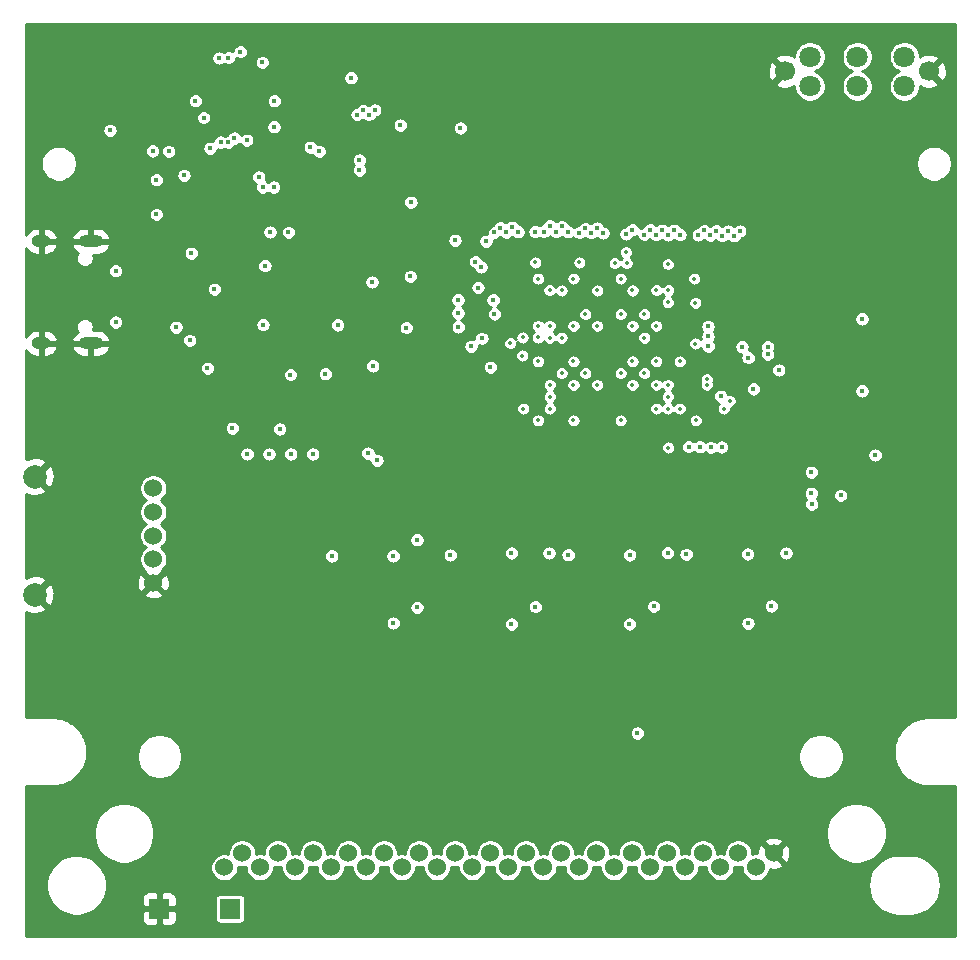
<source format=gbr>
%TF.GenerationSoftware,KiCad,Pcbnew,(5.1.10-1-10_14)*%
%TF.CreationDate,2021-07-06T18:46:15+02:00*%
%TF.ProjectId,gb-fpga,67622d66-7067-4612-9e6b-696361645f70,rev?*%
%TF.SameCoordinates,Original*%
%TF.FileFunction,Copper,L2,Inr*%
%TF.FilePolarity,Positive*%
%FSLAX46Y46*%
G04 Gerber Fmt 4.6, Leading zero omitted, Abs format (unit mm)*
G04 Created by KiCad (PCBNEW (5.1.10-1-10_14)) date 2021-07-06 18:46:15*
%MOMM*%
%LPD*%
G01*
G04 APERTURE LIST*
%TA.AperFunction,ComponentPad*%
%ADD10C,2.000000*%
%TD*%
%TA.AperFunction,ComponentPad*%
%ADD11C,1.524000*%
%TD*%
%TA.AperFunction,ComponentPad*%
%ADD12C,1.800000*%
%TD*%
%TA.AperFunction,ComponentPad*%
%ADD13C,1.700000*%
%TD*%
%TA.AperFunction,ComponentPad*%
%ADD14O,2.100000X1.000000*%
%TD*%
%TA.AperFunction,ComponentPad*%
%ADD15O,1.600000X1.000000*%
%TD*%
%TA.AperFunction,ComponentPad*%
%ADD16R,1.700000X1.700000*%
%TD*%
%TA.AperFunction,ViaPad*%
%ADD17C,0.450000*%
%TD*%
%TA.AperFunction,ViaPad*%
%ADD18C,0.350000*%
%TD*%
%TA.AperFunction,Conductor*%
%ADD19C,0.250000*%
%TD*%
%TA.AperFunction,Conductor*%
%ADD20C,0.100000*%
%TD*%
G04 APERTURE END LIST*
D10*
%TO.N,GND*%
%TO.C,RV1*%
X1500000Y39600000D03*
X1500000Y29600000D03*
D11*
%TO.N,Net-(C49-Pad1)*%
X11500000Y38600000D03*
%TO.N,Net-(C48-Pad1)*%
X11500000Y36600000D03*
%TO.N,Net-(J5-Pad43)*%
X11500000Y34600000D03*
%TO.N,Net-(J5-Pad42)*%
X11500000Y32600000D03*
%TO.N,GND*%
X11500000Y30600000D03*
%TD*%
D12*
%TO.N,VOUT*%
%TO.C,SW1*%
X75100000Y72650000D03*
X75100000Y75150000D03*
%TO.N,Net-(C11-Pad1)*%
X71100000Y72650000D03*
X71100000Y75150000D03*
%TO.N,Net-(SW1-Pad1)*%
X67100000Y72650000D03*
X67100000Y75150000D03*
D13*
%TO.N,GND*%
X77200000Y73900000D03*
X65000000Y73900000D03*
%TD*%
D11*
%TO.N,GND*%
%TO.C,J2*%
X64025000Y7700000D03*
%TO.N,Net-(J2-Pad30)*%
X61025000Y7700000D03*
%TO.N,Net-(J2-Pad28)*%
X58025000Y7700000D03*
%TO.N,Net-(J2-Pad26)*%
X55025000Y7700000D03*
%TO.N,Net-(J2-Pad24)*%
X52025000Y7700000D03*
%TO.N,Net-(J2-Pad22)*%
X49025000Y7700000D03*
%TO.N,Net-(J2-Pad20)*%
X46025000Y7700000D03*
%TO.N,Net-(J2-Pad18)*%
X43025000Y7700000D03*
%TO.N,Net-(J2-Pad16)*%
X40025000Y7700000D03*
%TO.N,Net-(J2-Pad14)*%
X37025000Y7700000D03*
%TO.N,Net-(J2-Pad12)*%
X34025000Y7700000D03*
%TO.N,Net-(J2-Pad10)*%
X31025000Y7700000D03*
%TO.N,Net-(J2-Pad8)*%
X28025000Y7700000D03*
%TO.N,Net-(J2-Pad6)*%
X25025000Y7700000D03*
%TO.N,Net-(J2-Pad4)*%
X22025000Y7700000D03*
%TO.N,Net-(J2-Pad2)*%
X19025000Y7700000D03*
%TO.N,Net-(J2-Pad31)*%
X62525000Y6500000D03*
%TO.N,Net-(J2-Pad29)*%
X59525000Y6500000D03*
%TO.N,Net-(J2-Pad27)*%
X56525000Y6500000D03*
%TO.N,Net-(J2-Pad25)*%
X53525000Y6500000D03*
%TO.N,Net-(J2-Pad23)*%
X50525000Y6500000D03*
%TO.N,Net-(J2-Pad21)*%
X47525000Y6500000D03*
%TO.N,Net-(J2-Pad19)*%
X44525000Y6500000D03*
%TO.N,Net-(J2-Pad17)*%
X41525000Y6500000D03*
%TO.N,Net-(J2-Pad15)*%
X38525000Y6500000D03*
%TO.N,Net-(J2-Pad13)*%
X35525000Y6500000D03*
%TO.N,Net-(J2-Pad11)*%
X32525000Y6500000D03*
%TO.N,Net-(J2-Pad9)*%
X29525000Y6500000D03*
%TO.N,Net-(J2-Pad7)*%
X26525000Y6500000D03*
%TO.N,Net-(J2-Pad5)*%
X23525000Y6500000D03*
%TO.N,Net-(J2-Pad3)*%
X20525000Y6500000D03*
%TO.N,+5V*%
X17525000Y6500000D03*
%TD*%
D14*
%TO.N,GND*%
%TO.C,J1*%
X6205000Y59520000D03*
X6205000Y50880000D03*
D15*
X2025000Y59520000D03*
X2025000Y50880000D03*
%TD*%
D16*
%TO.N,Net-(J3-Pad1)*%
%TO.C,J3*%
X18000000Y3000000D03*
%TD*%
%TO.N,GND*%
%TO.C,J4*%
X12000000Y3000000D03*
%TD*%
D17*
%TO.N,Net-(U1-PadA10)*%
X61341446Y50588554D03*
X63510000Y50600000D03*
%TO.N,Net-(U1-PadB11)*%
X59540000Y46399999D03*
X61870000Y49660000D03*
D18*
%TO.N,Net-(U1-PadB12)*%
X56075000Y45350000D03*
X59800000Y45350000D03*
%TO.N,GND*%
X49075000Y49350000D03*
X49075000Y48325000D03*
X48075000Y49350000D03*
X47075000Y48350000D03*
X48075000Y47350000D03*
X46075000Y49350000D03*
X47075000Y51350000D03*
X48075000Y51350000D03*
X49075000Y51350000D03*
X51075000Y51350000D03*
X51075000Y49350000D03*
X51075000Y47350000D03*
X51075000Y45350000D03*
X49075000Y53350000D03*
X51075000Y52350000D03*
X51075000Y55350000D03*
X52075000Y48350000D03*
X52075000Y51350000D03*
X52075000Y53350000D03*
X53075000Y55350000D03*
X53075000Y52350000D03*
X53075000Y49350000D03*
X53075000Y47350000D03*
X54075000Y46350000D03*
X54050000Y48350000D03*
X54075000Y51350000D03*
X54075000Y53350000D03*
X55075000Y56350000D03*
X55075000Y52350000D03*
X55075000Y51350000D03*
X55075000Y49350000D03*
X55075000Y48350000D03*
X55075000Y44350000D03*
X56075000Y48350000D03*
X56075000Y51350000D03*
X56075000Y54350000D03*
X48075000Y52350000D03*
X47075000Y53350000D03*
X46075000Y54350000D03*
X46075000Y52350000D03*
X46075000Y47350000D03*
X46075000Y46350000D03*
X45075000Y48350000D03*
X44075000Y55350000D03*
X44075000Y53350000D03*
X44075000Y48350000D03*
X44075000Y45350000D03*
X52575000Y43000000D03*
X57250000Y43175000D03*
X57350000Y46875000D03*
X44075000Y43350000D03*
X47075000Y43350000D03*
X45075000Y50350000D03*
X47075000Y57350000D03*
X52575000Y57575000D03*
X57200000Y57475000D03*
X42850000Y57575000D03*
X57400000Y51850000D03*
X57400000Y48850000D03*
D17*
X65735000Y46500000D03*
X69910000Y53050000D03*
D18*
X68610000Y52225000D03*
D17*
X70940000Y36310000D03*
X69470000Y41600000D03*
X76480000Y38430000D03*
X73680000Y41150000D03*
X11540000Y56460000D03*
X11550000Y53460000D03*
X9500000Y59630000D03*
X8430000Y58540000D03*
X8580000Y51880000D03*
X17350000Y58520000D03*
X16110000Y58520000D03*
X18280000Y58510000D03*
X18120000Y60290000D03*
X25120000Y61380000D03*
X26690000Y60080000D03*
X29800000Y57450000D03*
X32070000Y54950000D03*
X26050000Y47330000D03*
X24180000Y48400000D03*
X15980000Y51220000D03*
X16580000Y51480000D03*
X16240000Y49860000D03*
X18203554Y51256446D03*
X18270000Y53060000D03*
X18240000Y55945000D03*
X13530000Y48660000D03*
X20660000Y50960000D03*
X25470000Y55740000D03*
X22370000Y55740000D03*
X22400000Y52680000D03*
X25430000Y52690000D03*
X23210000Y53490000D03*
X23170000Y54940000D03*
X24660000Y54930000D03*
X24635000Y53485000D03*
X32000000Y52300000D03*
X29510000Y51450000D03*
X23120000Y47300000D03*
X34280000Y62840000D03*
X35370000Y56540000D03*
X9580000Y69500000D03*
X10170000Y68290000D03*
X19420000Y72860000D03*
X17890000Y72830000D03*
X17920000Y70330000D03*
X19300000Y70370000D03*
X19380000Y71640000D03*
X17870000Y71640000D03*
X9530000Y71910000D03*
X24770000Y68410000D03*
X27650000Y68430000D03*
X23420000Y64960000D03*
X23660000Y66180000D03*
X14170000Y66390000D03*
X28270000Y69640000D03*
X27010000Y71520000D03*
X34030000Y66230000D03*
X31730000Y69980000D03*
X34930000Y32180000D03*
X34910000Y30950000D03*
X26630000Y30310000D03*
X36640000Y30230000D03*
X45020000Y32200000D03*
X44990000Y30930000D03*
X46650000Y30330000D03*
X55020000Y32160000D03*
X55020000Y30930000D03*
X56650000Y30380000D03*
X65030000Y32170000D03*
X65030000Y30950000D03*
X30750000Y73260000D03*
X31250000Y73660000D03*
X32750000Y73260000D03*
X37250000Y73270000D03*
X37750000Y73650000D03*
X40250000Y73270000D03*
X48750000Y73250000D03*
X51750000Y73270000D03*
X52250000Y73690000D03*
X18050000Y39530000D03*
X20310000Y36600000D03*
X29590000Y75850000D03*
X36320000Y49980000D03*
X60980000Y53150000D03*
X60950000Y51480000D03*
X36470000Y56470000D03*
X37790000Y60380000D03*
X59630000Y39620000D03*
X57760000Y39640000D03*
X58690000Y39650000D03*
X56820000Y39640000D03*
D18*
%TO.N,+3V3*%
X45075000Y51350000D03*
X51075000Y44350000D03*
X51075000Y56350000D03*
X47075000Y44350000D03*
X47075000Y56350000D03*
X44075000Y56350000D03*
X44075000Y52350000D03*
X44075000Y49350000D03*
X44075000Y44350000D03*
D17*
X71510000Y46850000D03*
X71510000Y52950000D03*
X63510000Y49950000D03*
X64460000Y48625000D03*
X14720000Y58500000D03*
X22950000Y60270000D03*
X13420000Y52240000D03*
X16090000Y48770000D03*
X30030000Y56070000D03*
X26070000Y48300000D03*
X19450000Y41510000D03*
X21290000Y41510000D03*
X23140000Y41500000D03*
X25000000Y41500000D03*
X23120000Y48230000D03*
X33270000Y56540000D03*
X33310000Y62820000D03*
X20750000Y64090000D03*
X21690000Y64100000D03*
X20430000Y64950000D03*
X31810000Y32880000D03*
X33840000Y34240000D03*
X26610000Y32880000D03*
X36640000Y32960000D03*
X41830000Y33120000D03*
X45000000Y33120000D03*
X46630000Y32980000D03*
X51830000Y32960000D03*
X55040000Y33140000D03*
X56620000Y33010000D03*
X61820000Y33030000D03*
X65070000Y33130000D03*
X28250000Y73360000D03*
X62320000Y47020000D03*
X37300000Y54560000D03*
X37300000Y53430000D03*
X37320000Y52260000D03*
X32920000Y52210000D03*
X58490000Y50630000D03*
X58470000Y51470000D03*
X58460000Y52310000D03*
X38990000Y55600000D03*
X39680000Y59520000D03*
X56820000Y42130000D03*
X58690000Y42070000D03*
X57770000Y42120000D03*
X59620000Y42090000D03*
D18*
%TO.N,Net-(R1-Pad1)*%
X55075000Y46350000D03*
X60300001Y45999999D03*
%TO.N,Net-(R2-Pad1)*%
X55075000Y47350000D03*
X58375000Y47350000D03*
%TO.N,Net-(R3-Pad1)*%
X54075000Y47350000D03*
X58375000Y47850003D03*
%TO.N,Net-(R5-Pad1)*%
X46075000Y51350000D03*
D17*
X40390000Y53360000D03*
D18*
%TO.N,Net-(R6-Pad1)*%
X42740000Y49840000D03*
D17*
X39320000Y51300000D03*
D18*
%TO.N,Net-(R7-Pad1)*%
X44075000Y51375000D03*
X42770000Y51370000D03*
D17*
X40279644Y54563249D03*
%TO.N,Net-(R8-Pad1)*%
X38400000Y50620000D03*
X40050000Y48850000D03*
D18*
%TO.N,+1V8*%
X49075000Y47350000D03*
X52075000Y47350000D03*
X52075000Y49350000D03*
X56075000Y49350000D03*
X47075000Y47350000D03*
X46075000Y48350000D03*
D17*
X14110000Y65090000D03*
X27110000Y52440000D03*
X20790000Y52460000D03*
X21390000Y60300000D03*
X11440000Y67170000D03*
X12810000Y67130000D03*
D18*
%TO.N,+1V0*%
X48075000Y48350000D03*
X47075000Y49350000D03*
X51075000Y48350000D03*
X49075000Y52350000D03*
X51075000Y53350000D03*
X52075000Y52350000D03*
X53075000Y53350000D03*
X53075000Y51350000D03*
X53075000Y48350000D03*
X54075000Y49350000D03*
X54075000Y52350000D03*
X48075000Y53350000D03*
X47075000Y52350000D03*
D17*
X24790000Y67480000D03*
X25560000Y67124998D03*
X37510000Y69100000D03*
D18*
%TO.N,TMS*%
X45075000Y52350000D03*
X41720000Y50890000D03*
D17*
%TO.N,TDO*%
X30088008Y48968008D03*
X22200000Y43630000D03*
D18*
%TO.N,TCK*%
X57390000Y50860000D03*
D17*
X18200000Y43690000D03*
%TO.N,Net-(R14-Pad1)*%
X16680000Y55460000D03*
X14580000Y51130000D03*
D18*
%TO.N,RX*%
X51575000Y57675000D03*
D17*
X38780000Y57800000D03*
D18*
%TO.N,TX*%
X50575000Y57675000D03*
D17*
X39250000Y57340000D03*
D18*
%TO.N,12MHZ*%
X49075000Y55350000D03*
D17*
X37050000Y59600000D03*
X20950000Y57450000D03*
%TO.N,USB_5V*%
X17860000Y67890000D03*
X17210000Y67910000D03*
X18880000Y75570000D03*
X11770000Y61790000D03*
X11770000Y64730002D03*
X7830000Y68910000D03*
D18*
%TO.N,GB_A1*%
X45075000Y45350000D03*
X42825000Y45350000D03*
D17*
%TO.N,+5V*%
X67240000Y37240000D03*
X67220000Y38180000D03*
X63830000Y28630000D03*
X61850000Y27170000D03*
X53860000Y28600000D03*
X51820000Y27110000D03*
X43850000Y28580000D03*
X41830000Y27100000D03*
X33830000Y28510000D03*
X31820000Y27190000D03*
X67220000Y39960000D03*
%TO.N,Net-(C10-Pad1)*%
X8310000Y52670000D03*
X8310000Y57020000D03*
%TO.N,Net-(J3-Pad1)*%
X20740000Y74660001D03*
%TO.N,VOUT*%
X15070000Y71410000D03*
X21750000Y71410000D03*
X18370001Y68250001D03*
X21730000Y69210000D03*
X17866447Y75066446D03*
X17060000Y75030000D03*
X28950000Y66390000D03*
X28960000Y65540000D03*
X28750000Y70250000D03*
X29250000Y70590000D03*
X29750000Y70240000D03*
X30250000Y70630000D03*
X69690000Y38000000D03*
X72620000Y41420000D03*
%TO.N,Net-(Q1-Pad6)*%
X15760000Y69990000D03*
X32410000Y69350000D03*
%TO.N,Net-(R27-Pad2)*%
X19420000Y68070000D03*
X16300000Y67390000D03*
%TO.N,Net-(J2-Pad30)*%
X52490000Y17870000D03*
D18*
%TO.N,GB_D2*%
X54075000Y45350000D03*
X55100000Y42050000D03*
%TO.N,GB_D5*%
X55075000Y45350000D03*
X57440000Y44350000D03*
D17*
%TO.N,DISP_SDO*%
X61160002Y60390002D03*
%TO.N,DISP_SDI*%
X60660001Y59980002D03*
%TO.N,DISP_SCLK*%
X60160001Y60389999D03*
D18*
%TO.N,DISP_CS*%
X55075000Y54350000D03*
X57400000Y54300000D03*
D17*
X59660000Y59990000D03*
%TO.N,DISP_RST*%
X59160000Y60410000D03*
%TO.N,DISP_B0*%
X58650000Y60030000D03*
%TO.N,DISP_B1*%
X58150000Y60430000D03*
D18*
%TO.N,DISP_B2*%
X55100000Y55375000D03*
X57300000Y56350000D03*
D17*
X57640000Y60060000D03*
%TO.N,DISP_B3*%
X56090001Y60080000D03*
%TO.N,DISP_B4*%
X55590001Y60449999D03*
D18*
%TO.N,DISP_G0*%
X54100000Y55375000D03*
X55075000Y57575000D03*
D17*
X55075000Y60055000D03*
%TO.N,DISP_G1*%
X54575000Y60455000D03*
%TO.N,DISP_G2*%
X54075000Y60075954D03*
%TO.N,DISP_G3*%
X53570000Y60490000D03*
%TO.N,DISP_G4*%
X53070000Y60090000D03*
%TO.N,DISP_G5*%
X52070000Y60490000D03*
D18*
%TO.N,DISP_R0*%
X52075000Y55350000D03*
X51525000Y58600000D03*
D17*
X51520000Y60140000D03*
%TO.N,DISP_R1*%
X49570000Y60210000D03*
%TO.N,DISP_R2*%
X49070000Y60630000D03*
%TO.N,DISP_R3*%
X48570000Y60245000D03*
%TO.N,DISP_R4*%
X48069999Y60599999D03*
D18*
%TO.N,DISP_DE*%
X46075000Y55350000D03*
X47580000Y57720000D03*
D17*
X47569999Y60250000D03*
%TO.N,DISP_PCLK*%
X46590001Y60320000D03*
%TO.N,DISP_HS*%
X46090001Y60769999D03*
%TO.N,DISP_VS*%
X45590000Y60330000D03*
%TO.N,JOY_B*%
X45070000Y60820000D03*
%TO.N,JOY_A*%
X44560000Y60340000D03*
D18*
%TO.N,JOY_START*%
X45050000Y55375000D03*
X43825000Y57725000D03*
D17*
X43830000Y60340000D03*
%TO.N,JOY_SELECT*%
X42390000Y60320000D03*
%TO.N,JOY_RIGHT*%
X41890001Y60710001D03*
%TO.N,JOY_UP*%
X41389999Y60290530D03*
%TO.N,JOY_DOWN*%
X40890000Y60680000D03*
%TO.N,JOY_LEFT*%
X40389998Y60260877D03*
D18*
%TO.N,AUD_R*%
X45075000Y46350000D03*
D17*
X30450000Y40970000D03*
D18*
%TO.N,AUD_L*%
X45075000Y47350000D03*
D17*
X29670000Y41580000D03*
%TD*%
D19*
%TO.N,GND*%
X79375000Y19225000D02*
X77064393Y19225000D01*
X77027090Y19221326D01*
X76998536Y19221326D01*
X76988468Y19220268D01*
X76561779Y19172407D01*
X76497487Y19158741D01*
X76433046Y19145981D01*
X76423375Y19142988D01*
X76014110Y19013161D01*
X75953724Y18987279D01*
X75892962Y18962235D01*
X75884057Y18957421D01*
X75507802Y18750572D01*
X75453609Y18713465D01*
X75398852Y18677085D01*
X75391052Y18670632D01*
X75062139Y18394641D01*
X75016172Y18347701D01*
X74969538Y18301391D01*
X74963140Y18293546D01*
X74694099Y17958926D01*
X74658134Y17903966D01*
X74621374Y17849467D01*
X74616622Y17840529D01*
X74417699Y17460025D01*
X74393087Y17399108D01*
X74367620Y17338524D01*
X74364693Y17328833D01*
X74243466Y16916937D01*
X74231155Y16852403D01*
X74217940Y16788022D01*
X74216952Y16777947D01*
X74178038Y16350349D01*
X74178497Y16284641D01*
X74178038Y16218934D01*
X74179025Y16208859D01*
X74223905Y15781847D01*
X74237126Y15717442D01*
X74249432Y15652931D01*
X74252357Y15643240D01*
X74379324Y15233077D01*
X74404778Y15172525D01*
X74429403Y15111577D01*
X74434156Y15102639D01*
X74638372Y14724948D01*
X74675112Y14670479D01*
X74711097Y14615489D01*
X74717495Y14607644D01*
X74991183Y14276811D01*
X75037820Y14230499D01*
X75083784Y14183562D01*
X75091584Y14177109D01*
X75424318Y13905738D01*
X75479060Y13869368D01*
X75533268Y13832251D01*
X75542172Y13827436D01*
X75921278Y13625862D01*
X75982026Y13600824D01*
X76042427Y13574936D01*
X76052097Y13571942D01*
X76463135Y13447843D01*
X76527574Y13435084D01*
X76591868Y13421418D01*
X76601936Y13420359D01*
X77029252Y13378460D01*
X77029263Y13378460D01*
X77064393Y13375000D01*
X79375000Y13375000D01*
X79375001Y725000D01*
X725000Y725000D01*
X725000Y2150000D01*
X10513937Y2150000D01*
X10526159Y2025910D01*
X10562354Y1906589D01*
X10621133Y1796622D01*
X10700236Y1700236D01*
X10796622Y1621133D01*
X10906589Y1562354D01*
X11025910Y1526159D01*
X11150000Y1513937D01*
X11712750Y1517000D01*
X11871000Y1675250D01*
X11871000Y2871000D01*
X12129000Y2871000D01*
X12129000Y1675250D01*
X12287250Y1517000D01*
X12850000Y1513937D01*
X12974090Y1526159D01*
X13093411Y1562354D01*
X13203378Y1621133D01*
X13299764Y1700236D01*
X13378867Y1796622D01*
X13437646Y1906589D01*
X13473841Y2025910D01*
X13486063Y2150000D01*
X13483000Y2712750D01*
X13324750Y2871000D01*
X12129000Y2871000D01*
X11871000Y2871000D01*
X10675250Y2871000D01*
X10517000Y2712750D01*
X10513937Y2150000D01*
X725000Y2150000D01*
X725000Y5253615D01*
X2425000Y5253615D01*
X2425000Y4746385D01*
X2523956Y4248900D01*
X2718065Y3780280D01*
X2999867Y3358533D01*
X3358533Y2999867D01*
X3780280Y2718065D01*
X4248900Y2523956D01*
X4746385Y2425000D01*
X5253615Y2425000D01*
X5751100Y2523956D01*
X6219720Y2718065D01*
X6641467Y2999867D01*
X7000133Y3358533D01*
X7281935Y3780280D01*
X7310814Y3850000D01*
X10513937Y3850000D01*
X10517000Y3287250D01*
X10675250Y3129000D01*
X11871000Y3129000D01*
X11871000Y4324750D01*
X12129000Y4324750D01*
X12129000Y3129000D01*
X13324750Y3129000D01*
X13483000Y3287250D01*
X13486063Y3850000D01*
X16722944Y3850000D01*
X16722944Y2150000D01*
X16731150Y2066686D01*
X16755452Y1986573D01*
X16794916Y1912740D01*
X16848026Y1848026D01*
X16912740Y1794916D01*
X16986573Y1755452D01*
X17066686Y1731150D01*
X17150000Y1722944D01*
X18850000Y1722944D01*
X18933314Y1731150D01*
X19013427Y1755452D01*
X19087260Y1794916D01*
X19151974Y1848026D01*
X19205084Y1912740D01*
X19244548Y1986573D01*
X19268850Y2066686D01*
X19277056Y2150000D01*
X19277056Y3850000D01*
X19268850Y3933314D01*
X19244548Y4013427D01*
X19205084Y4087260D01*
X19151974Y4151974D01*
X19087260Y4205084D01*
X19013427Y4244548D01*
X18933314Y4268850D01*
X18850000Y4277056D01*
X17150000Y4277056D01*
X17066686Y4268850D01*
X16986573Y4244548D01*
X16912740Y4205084D01*
X16848026Y4151974D01*
X16794916Y4087260D01*
X16755452Y4013427D01*
X16731150Y3933314D01*
X16722944Y3850000D01*
X13486063Y3850000D01*
X13473841Y3974090D01*
X13437646Y4093411D01*
X13378867Y4203378D01*
X13299764Y4299764D01*
X13203378Y4378867D01*
X13093411Y4437646D01*
X12974090Y4473841D01*
X12850000Y4486063D01*
X12287250Y4483000D01*
X12129000Y4324750D01*
X11871000Y4324750D01*
X11712750Y4483000D01*
X11150000Y4486063D01*
X11025910Y4473841D01*
X10906589Y4437646D01*
X10796622Y4378867D01*
X10700236Y4299764D01*
X10621133Y4203378D01*
X10562354Y4093411D01*
X10526159Y3974090D01*
X10513937Y3850000D01*
X7310814Y3850000D01*
X7476044Y4248900D01*
X7575000Y4746385D01*
X7575000Y5000000D01*
X72012541Y5000000D01*
X72062258Y4495212D01*
X72209500Y4009822D01*
X72448606Y3562485D01*
X72770390Y3170390D01*
X73162485Y2848606D01*
X73609822Y2609500D01*
X74095212Y2462258D01*
X74473501Y2425000D01*
X75726499Y2425000D01*
X76104788Y2462258D01*
X76590178Y2609500D01*
X77037515Y2848606D01*
X77429610Y3170390D01*
X77751394Y3562485D01*
X77990500Y4009822D01*
X78137742Y4495212D01*
X78187459Y5000000D01*
X78137742Y5504788D01*
X77990500Y5990178D01*
X77751394Y6437515D01*
X77429610Y6829610D01*
X77037515Y7151394D01*
X76590178Y7390500D01*
X76104788Y7537742D01*
X75726499Y7575000D01*
X74473501Y7575000D01*
X74095212Y7537742D01*
X73609822Y7390500D01*
X73162485Y7151394D01*
X72770390Y6829610D01*
X72448606Y6437515D01*
X72209500Y5990178D01*
X72062258Y5504788D01*
X72012541Y5000000D01*
X7575000Y5000000D01*
X7575000Y5253615D01*
X7476044Y5751100D01*
X7281935Y6219720D01*
X7016543Y6616909D01*
X16338000Y6616909D01*
X16338000Y6383091D01*
X16383616Y6153765D01*
X16473095Y5937745D01*
X16602997Y5743332D01*
X16768332Y5577997D01*
X16962745Y5448095D01*
X17178765Y5358616D01*
X17408091Y5313000D01*
X17641909Y5313000D01*
X17871235Y5358616D01*
X18087255Y5448095D01*
X18281668Y5577997D01*
X18447003Y5743332D01*
X18576905Y5937745D01*
X18666384Y6153765D01*
X18712000Y6383091D01*
X18712000Y6552005D01*
X18908091Y6513000D01*
X19141909Y6513000D01*
X19338000Y6552005D01*
X19338000Y6383091D01*
X19383616Y6153765D01*
X19473095Y5937745D01*
X19602997Y5743332D01*
X19768332Y5577997D01*
X19962745Y5448095D01*
X20178765Y5358616D01*
X20408091Y5313000D01*
X20641909Y5313000D01*
X20871235Y5358616D01*
X21087255Y5448095D01*
X21281668Y5577997D01*
X21447003Y5743332D01*
X21576905Y5937745D01*
X21666384Y6153765D01*
X21712000Y6383091D01*
X21712000Y6552005D01*
X21908091Y6513000D01*
X22141909Y6513000D01*
X22338000Y6552005D01*
X22338000Y6383091D01*
X22383616Y6153765D01*
X22473095Y5937745D01*
X22602997Y5743332D01*
X22768332Y5577997D01*
X22962745Y5448095D01*
X23178765Y5358616D01*
X23408091Y5313000D01*
X23641909Y5313000D01*
X23871235Y5358616D01*
X24087255Y5448095D01*
X24281668Y5577997D01*
X24447003Y5743332D01*
X24576905Y5937745D01*
X24666384Y6153765D01*
X24712000Y6383091D01*
X24712000Y6552005D01*
X24908091Y6513000D01*
X25141909Y6513000D01*
X25338000Y6552005D01*
X25338000Y6383091D01*
X25383616Y6153765D01*
X25473095Y5937745D01*
X25602997Y5743332D01*
X25768332Y5577997D01*
X25962745Y5448095D01*
X26178765Y5358616D01*
X26408091Y5313000D01*
X26641909Y5313000D01*
X26871235Y5358616D01*
X27087255Y5448095D01*
X27281668Y5577997D01*
X27447003Y5743332D01*
X27576905Y5937745D01*
X27666384Y6153765D01*
X27712000Y6383091D01*
X27712000Y6552005D01*
X27908091Y6513000D01*
X28141909Y6513000D01*
X28338000Y6552005D01*
X28338000Y6383091D01*
X28383616Y6153765D01*
X28473095Y5937745D01*
X28602997Y5743332D01*
X28768332Y5577997D01*
X28962745Y5448095D01*
X29178765Y5358616D01*
X29408091Y5313000D01*
X29641909Y5313000D01*
X29871235Y5358616D01*
X30087255Y5448095D01*
X30281668Y5577997D01*
X30447003Y5743332D01*
X30576905Y5937745D01*
X30666384Y6153765D01*
X30712000Y6383091D01*
X30712000Y6552005D01*
X30908091Y6513000D01*
X31141909Y6513000D01*
X31338000Y6552005D01*
X31338000Y6383091D01*
X31383616Y6153765D01*
X31473095Y5937745D01*
X31602997Y5743332D01*
X31768332Y5577997D01*
X31962745Y5448095D01*
X32178765Y5358616D01*
X32408091Y5313000D01*
X32641909Y5313000D01*
X32871235Y5358616D01*
X33087255Y5448095D01*
X33281668Y5577997D01*
X33447003Y5743332D01*
X33576905Y5937745D01*
X33666384Y6153765D01*
X33712000Y6383091D01*
X33712000Y6552005D01*
X33908091Y6513000D01*
X34141909Y6513000D01*
X34338000Y6552005D01*
X34338000Y6383091D01*
X34383616Y6153765D01*
X34473095Y5937745D01*
X34602997Y5743332D01*
X34768332Y5577997D01*
X34962745Y5448095D01*
X35178765Y5358616D01*
X35408091Y5313000D01*
X35641909Y5313000D01*
X35871235Y5358616D01*
X36087255Y5448095D01*
X36281668Y5577997D01*
X36447003Y5743332D01*
X36576905Y5937745D01*
X36666384Y6153765D01*
X36712000Y6383091D01*
X36712000Y6552005D01*
X36908091Y6513000D01*
X37141909Y6513000D01*
X37338000Y6552005D01*
X37338000Y6383091D01*
X37383616Y6153765D01*
X37473095Y5937745D01*
X37602997Y5743332D01*
X37768332Y5577997D01*
X37962745Y5448095D01*
X38178765Y5358616D01*
X38408091Y5313000D01*
X38641909Y5313000D01*
X38871235Y5358616D01*
X39087255Y5448095D01*
X39281668Y5577997D01*
X39447003Y5743332D01*
X39576905Y5937745D01*
X39666384Y6153765D01*
X39712000Y6383091D01*
X39712000Y6552005D01*
X39908091Y6513000D01*
X40141909Y6513000D01*
X40338000Y6552005D01*
X40338000Y6383091D01*
X40383616Y6153765D01*
X40473095Y5937745D01*
X40602997Y5743332D01*
X40768332Y5577997D01*
X40962745Y5448095D01*
X41178765Y5358616D01*
X41408091Y5313000D01*
X41641909Y5313000D01*
X41871235Y5358616D01*
X42087255Y5448095D01*
X42281668Y5577997D01*
X42447003Y5743332D01*
X42576905Y5937745D01*
X42666384Y6153765D01*
X42712000Y6383091D01*
X42712000Y6552005D01*
X42908091Y6513000D01*
X43141909Y6513000D01*
X43338000Y6552005D01*
X43338000Y6383091D01*
X43383616Y6153765D01*
X43473095Y5937745D01*
X43602997Y5743332D01*
X43768332Y5577997D01*
X43962745Y5448095D01*
X44178765Y5358616D01*
X44408091Y5313000D01*
X44641909Y5313000D01*
X44871235Y5358616D01*
X45087255Y5448095D01*
X45281668Y5577997D01*
X45447003Y5743332D01*
X45576905Y5937745D01*
X45666384Y6153765D01*
X45712000Y6383091D01*
X45712000Y6552005D01*
X45908091Y6513000D01*
X46141909Y6513000D01*
X46338000Y6552005D01*
X46338000Y6383091D01*
X46383616Y6153765D01*
X46473095Y5937745D01*
X46602997Y5743332D01*
X46768332Y5577997D01*
X46962745Y5448095D01*
X47178765Y5358616D01*
X47408091Y5313000D01*
X47641909Y5313000D01*
X47871235Y5358616D01*
X48087255Y5448095D01*
X48281668Y5577997D01*
X48447003Y5743332D01*
X48576905Y5937745D01*
X48666384Y6153765D01*
X48712000Y6383091D01*
X48712000Y6552005D01*
X48908091Y6513000D01*
X49141909Y6513000D01*
X49338000Y6552005D01*
X49338000Y6383091D01*
X49383616Y6153765D01*
X49473095Y5937745D01*
X49602997Y5743332D01*
X49768332Y5577997D01*
X49962745Y5448095D01*
X50178765Y5358616D01*
X50408091Y5313000D01*
X50641909Y5313000D01*
X50871235Y5358616D01*
X51087255Y5448095D01*
X51281668Y5577997D01*
X51447003Y5743332D01*
X51576905Y5937745D01*
X51666384Y6153765D01*
X51712000Y6383091D01*
X51712000Y6552005D01*
X51908091Y6513000D01*
X52141909Y6513000D01*
X52338000Y6552005D01*
X52338000Y6383091D01*
X52383616Y6153765D01*
X52473095Y5937745D01*
X52602997Y5743332D01*
X52768332Y5577997D01*
X52962745Y5448095D01*
X53178765Y5358616D01*
X53408091Y5313000D01*
X53641909Y5313000D01*
X53871235Y5358616D01*
X54087255Y5448095D01*
X54281668Y5577997D01*
X54447003Y5743332D01*
X54576905Y5937745D01*
X54666384Y6153765D01*
X54712000Y6383091D01*
X54712000Y6552005D01*
X54908091Y6513000D01*
X55141909Y6513000D01*
X55338000Y6552005D01*
X55338000Y6383091D01*
X55383616Y6153765D01*
X55473095Y5937745D01*
X55602997Y5743332D01*
X55768332Y5577997D01*
X55962745Y5448095D01*
X56178765Y5358616D01*
X56408091Y5313000D01*
X56641909Y5313000D01*
X56871235Y5358616D01*
X57087255Y5448095D01*
X57281668Y5577997D01*
X57447003Y5743332D01*
X57576905Y5937745D01*
X57666384Y6153765D01*
X57712000Y6383091D01*
X57712000Y6552005D01*
X57908091Y6513000D01*
X58141909Y6513000D01*
X58338000Y6552005D01*
X58338000Y6383091D01*
X58383616Y6153765D01*
X58473095Y5937745D01*
X58602997Y5743332D01*
X58768332Y5577997D01*
X58962745Y5448095D01*
X59178765Y5358616D01*
X59408091Y5313000D01*
X59641909Y5313000D01*
X59871235Y5358616D01*
X60087255Y5448095D01*
X60281668Y5577997D01*
X60447003Y5743332D01*
X60576905Y5937745D01*
X60666384Y6153765D01*
X60712000Y6383091D01*
X60712000Y6552005D01*
X60908091Y6513000D01*
X61141909Y6513000D01*
X61338000Y6552005D01*
X61338000Y6383091D01*
X61383616Y6153765D01*
X61473095Y5937745D01*
X61602997Y5743332D01*
X61768332Y5577997D01*
X61962745Y5448095D01*
X62178765Y5358616D01*
X62408091Y5313000D01*
X62641909Y5313000D01*
X62871235Y5358616D01*
X63087255Y5448095D01*
X63281668Y5577997D01*
X63447003Y5743332D01*
X63576905Y5937745D01*
X63666384Y6153765D01*
X63703905Y6342394D01*
X63824593Y6312650D01*
X64099102Y6300210D01*
X64370764Y6341563D01*
X64629138Y6435120D01*
X64741069Y6494949D01*
X64808327Y6734240D01*
X64025000Y7517566D01*
X64010858Y7503424D01*
X63828424Y7685858D01*
X63842566Y7700000D01*
X64207434Y7700000D01*
X64990760Y6916673D01*
X65230051Y6983931D01*
X65346595Y7232784D01*
X65412350Y7499593D01*
X65424790Y7774102D01*
X65383437Y8045764D01*
X65289880Y8304138D01*
X65230051Y8416069D01*
X64990760Y8483327D01*
X64207434Y7700000D01*
X63842566Y7700000D01*
X63059240Y8483327D01*
X62819949Y8416069D01*
X62703405Y8167216D01*
X62637650Y7900407D01*
X62627979Y7687000D01*
X62408091Y7687000D01*
X62212000Y7647995D01*
X62212000Y7816909D01*
X62166384Y8046235D01*
X62076905Y8262255D01*
X61947003Y8456668D01*
X61781668Y8622003D01*
X61716181Y8665760D01*
X63241673Y8665760D01*
X64025000Y7882434D01*
X64808327Y8665760D01*
X64741069Y8905051D01*
X64492216Y9021595D01*
X64225407Y9087350D01*
X63950898Y9099790D01*
X63679236Y9058437D01*
X63420862Y8964880D01*
X63308931Y8905051D01*
X63241673Y8665760D01*
X61716181Y8665760D01*
X61587255Y8751905D01*
X61371235Y8841384D01*
X61141909Y8887000D01*
X60908091Y8887000D01*
X60678765Y8841384D01*
X60462745Y8751905D01*
X60268332Y8622003D01*
X60102997Y8456668D01*
X59973095Y8262255D01*
X59883616Y8046235D01*
X59838000Y7816909D01*
X59838000Y7647995D01*
X59641909Y7687000D01*
X59408091Y7687000D01*
X59212000Y7647995D01*
X59212000Y7816909D01*
X59166384Y8046235D01*
X59076905Y8262255D01*
X58947003Y8456668D01*
X58781668Y8622003D01*
X58587255Y8751905D01*
X58371235Y8841384D01*
X58141909Y8887000D01*
X57908091Y8887000D01*
X57678765Y8841384D01*
X57462745Y8751905D01*
X57268332Y8622003D01*
X57102997Y8456668D01*
X56973095Y8262255D01*
X56883616Y8046235D01*
X56838000Y7816909D01*
X56838000Y7647995D01*
X56641909Y7687000D01*
X56408091Y7687000D01*
X56212000Y7647995D01*
X56212000Y7816909D01*
X56166384Y8046235D01*
X56076905Y8262255D01*
X55947003Y8456668D01*
X55781668Y8622003D01*
X55587255Y8751905D01*
X55371235Y8841384D01*
X55141909Y8887000D01*
X54908091Y8887000D01*
X54678765Y8841384D01*
X54462745Y8751905D01*
X54268332Y8622003D01*
X54102997Y8456668D01*
X53973095Y8262255D01*
X53883616Y8046235D01*
X53838000Y7816909D01*
X53838000Y7647995D01*
X53641909Y7687000D01*
X53408091Y7687000D01*
X53212000Y7647995D01*
X53212000Y7816909D01*
X53166384Y8046235D01*
X53076905Y8262255D01*
X52947003Y8456668D01*
X52781668Y8622003D01*
X52587255Y8751905D01*
X52371235Y8841384D01*
X52141909Y8887000D01*
X51908091Y8887000D01*
X51678765Y8841384D01*
X51462745Y8751905D01*
X51268332Y8622003D01*
X51102997Y8456668D01*
X50973095Y8262255D01*
X50883616Y8046235D01*
X50838000Y7816909D01*
X50838000Y7647995D01*
X50641909Y7687000D01*
X50408091Y7687000D01*
X50212000Y7647995D01*
X50212000Y7816909D01*
X50166384Y8046235D01*
X50076905Y8262255D01*
X49947003Y8456668D01*
X49781668Y8622003D01*
X49587255Y8751905D01*
X49371235Y8841384D01*
X49141909Y8887000D01*
X48908091Y8887000D01*
X48678765Y8841384D01*
X48462745Y8751905D01*
X48268332Y8622003D01*
X48102997Y8456668D01*
X47973095Y8262255D01*
X47883616Y8046235D01*
X47838000Y7816909D01*
X47838000Y7647995D01*
X47641909Y7687000D01*
X47408091Y7687000D01*
X47212000Y7647995D01*
X47212000Y7816909D01*
X47166384Y8046235D01*
X47076905Y8262255D01*
X46947003Y8456668D01*
X46781668Y8622003D01*
X46587255Y8751905D01*
X46371235Y8841384D01*
X46141909Y8887000D01*
X45908091Y8887000D01*
X45678765Y8841384D01*
X45462745Y8751905D01*
X45268332Y8622003D01*
X45102997Y8456668D01*
X44973095Y8262255D01*
X44883616Y8046235D01*
X44838000Y7816909D01*
X44838000Y7647995D01*
X44641909Y7687000D01*
X44408091Y7687000D01*
X44212000Y7647995D01*
X44212000Y7816909D01*
X44166384Y8046235D01*
X44076905Y8262255D01*
X43947003Y8456668D01*
X43781668Y8622003D01*
X43587255Y8751905D01*
X43371235Y8841384D01*
X43141909Y8887000D01*
X42908091Y8887000D01*
X42678765Y8841384D01*
X42462745Y8751905D01*
X42268332Y8622003D01*
X42102997Y8456668D01*
X41973095Y8262255D01*
X41883616Y8046235D01*
X41838000Y7816909D01*
X41838000Y7647995D01*
X41641909Y7687000D01*
X41408091Y7687000D01*
X41212000Y7647995D01*
X41212000Y7816909D01*
X41166384Y8046235D01*
X41076905Y8262255D01*
X40947003Y8456668D01*
X40781668Y8622003D01*
X40587255Y8751905D01*
X40371235Y8841384D01*
X40141909Y8887000D01*
X39908091Y8887000D01*
X39678765Y8841384D01*
X39462745Y8751905D01*
X39268332Y8622003D01*
X39102997Y8456668D01*
X38973095Y8262255D01*
X38883616Y8046235D01*
X38838000Y7816909D01*
X38838000Y7647995D01*
X38641909Y7687000D01*
X38408091Y7687000D01*
X38212000Y7647995D01*
X38212000Y7816909D01*
X38166384Y8046235D01*
X38076905Y8262255D01*
X37947003Y8456668D01*
X37781668Y8622003D01*
X37587255Y8751905D01*
X37371235Y8841384D01*
X37141909Y8887000D01*
X36908091Y8887000D01*
X36678765Y8841384D01*
X36462745Y8751905D01*
X36268332Y8622003D01*
X36102997Y8456668D01*
X35973095Y8262255D01*
X35883616Y8046235D01*
X35838000Y7816909D01*
X35838000Y7647995D01*
X35641909Y7687000D01*
X35408091Y7687000D01*
X35212000Y7647995D01*
X35212000Y7816909D01*
X35166384Y8046235D01*
X35076905Y8262255D01*
X34947003Y8456668D01*
X34781668Y8622003D01*
X34587255Y8751905D01*
X34371235Y8841384D01*
X34141909Y8887000D01*
X33908091Y8887000D01*
X33678765Y8841384D01*
X33462745Y8751905D01*
X33268332Y8622003D01*
X33102997Y8456668D01*
X32973095Y8262255D01*
X32883616Y8046235D01*
X32838000Y7816909D01*
X32838000Y7647995D01*
X32641909Y7687000D01*
X32408091Y7687000D01*
X32212000Y7647995D01*
X32212000Y7816909D01*
X32166384Y8046235D01*
X32076905Y8262255D01*
X31947003Y8456668D01*
X31781668Y8622003D01*
X31587255Y8751905D01*
X31371235Y8841384D01*
X31141909Y8887000D01*
X30908091Y8887000D01*
X30678765Y8841384D01*
X30462745Y8751905D01*
X30268332Y8622003D01*
X30102997Y8456668D01*
X29973095Y8262255D01*
X29883616Y8046235D01*
X29838000Y7816909D01*
X29838000Y7647995D01*
X29641909Y7687000D01*
X29408091Y7687000D01*
X29212000Y7647995D01*
X29212000Y7816909D01*
X29166384Y8046235D01*
X29076905Y8262255D01*
X28947003Y8456668D01*
X28781668Y8622003D01*
X28587255Y8751905D01*
X28371235Y8841384D01*
X28141909Y8887000D01*
X27908091Y8887000D01*
X27678765Y8841384D01*
X27462745Y8751905D01*
X27268332Y8622003D01*
X27102997Y8456668D01*
X26973095Y8262255D01*
X26883616Y8046235D01*
X26838000Y7816909D01*
X26838000Y7647995D01*
X26641909Y7687000D01*
X26408091Y7687000D01*
X26212000Y7647995D01*
X26212000Y7816909D01*
X26166384Y8046235D01*
X26076905Y8262255D01*
X25947003Y8456668D01*
X25781668Y8622003D01*
X25587255Y8751905D01*
X25371235Y8841384D01*
X25141909Y8887000D01*
X24908091Y8887000D01*
X24678765Y8841384D01*
X24462745Y8751905D01*
X24268332Y8622003D01*
X24102997Y8456668D01*
X23973095Y8262255D01*
X23883616Y8046235D01*
X23838000Y7816909D01*
X23838000Y7647995D01*
X23641909Y7687000D01*
X23408091Y7687000D01*
X23212000Y7647995D01*
X23212000Y7816909D01*
X23166384Y8046235D01*
X23076905Y8262255D01*
X22947003Y8456668D01*
X22781668Y8622003D01*
X22587255Y8751905D01*
X22371235Y8841384D01*
X22141909Y8887000D01*
X21908091Y8887000D01*
X21678765Y8841384D01*
X21462745Y8751905D01*
X21268332Y8622003D01*
X21102997Y8456668D01*
X20973095Y8262255D01*
X20883616Y8046235D01*
X20838000Y7816909D01*
X20838000Y7647995D01*
X20641909Y7687000D01*
X20408091Y7687000D01*
X20212000Y7647995D01*
X20212000Y7816909D01*
X20166384Y8046235D01*
X20076905Y8262255D01*
X19947003Y8456668D01*
X19781668Y8622003D01*
X19587255Y8751905D01*
X19371235Y8841384D01*
X19141909Y8887000D01*
X18908091Y8887000D01*
X18678765Y8841384D01*
X18462745Y8751905D01*
X18268332Y8622003D01*
X18102997Y8456668D01*
X17973095Y8262255D01*
X17883616Y8046235D01*
X17838000Y7816909D01*
X17838000Y7647995D01*
X17641909Y7687000D01*
X17408091Y7687000D01*
X17178765Y7641384D01*
X16962745Y7551905D01*
X16768332Y7422003D01*
X16602997Y7256668D01*
X16473095Y7062255D01*
X16383616Y6846235D01*
X16338000Y6616909D01*
X7016543Y6616909D01*
X7000133Y6641467D01*
X6641467Y7000133D01*
X6219720Y7281935D01*
X5751100Y7476044D01*
X5253615Y7575000D01*
X4746385Y7575000D01*
X4248900Y7476044D01*
X3780280Y7281935D01*
X3358533Y7000133D01*
X2999867Y6641467D01*
X2718065Y6219720D01*
X2523956Y5751100D01*
X2425000Y5253615D01*
X725000Y5253615D01*
X725000Y9653615D01*
X6450000Y9653615D01*
X6450000Y9146385D01*
X6548956Y8648900D01*
X6743065Y8180280D01*
X7024867Y7758533D01*
X7383533Y7399867D01*
X7805280Y7118065D01*
X8273900Y6923956D01*
X8771385Y6825000D01*
X9278615Y6825000D01*
X9776100Y6923956D01*
X10244720Y7118065D01*
X10666467Y7399867D01*
X11025133Y7758533D01*
X11306935Y8180280D01*
X11501044Y8648900D01*
X11600000Y9146385D01*
X11600000Y9653615D01*
X68450000Y9653615D01*
X68450000Y9146385D01*
X68548956Y8648900D01*
X68743065Y8180280D01*
X69024867Y7758533D01*
X69383533Y7399867D01*
X69805280Y7118065D01*
X70273900Y6923956D01*
X70771385Y6825000D01*
X71278615Y6825000D01*
X71776100Y6923956D01*
X72244720Y7118065D01*
X72666467Y7399867D01*
X73025133Y7758533D01*
X73306935Y8180280D01*
X73501044Y8648900D01*
X73600000Y9146385D01*
X73600000Y9653615D01*
X73501044Y10151100D01*
X73306935Y10619720D01*
X73025133Y11041467D01*
X72666467Y11400133D01*
X72244720Y11681935D01*
X71776100Y11876044D01*
X71278615Y11975000D01*
X70771385Y11975000D01*
X70273900Y11876044D01*
X69805280Y11681935D01*
X69383533Y11400133D01*
X69024867Y11041467D01*
X68743065Y10619720D01*
X68548956Y10151100D01*
X68450000Y9653615D01*
X11600000Y9653615D01*
X11501044Y10151100D01*
X11306935Y10619720D01*
X11025133Y11041467D01*
X10666467Y11400133D01*
X10244720Y11681935D01*
X9776100Y11876044D01*
X9278615Y11975000D01*
X8771385Y11975000D01*
X8273900Y11876044D01*
X7805280Y11681935D01*
X7383533Y11400133D01*
X7024867Y11041467D01*
X6743065Y10619720D01*
X6548956Y10151100D01*
X6450000Y9653615D01*
X725000Y9653615D01*
X725000Y13374858D01*
X3035607Y13374858D01*
X3072910Y13378532D01*
X3101466Y13378532D01*
X3111534Y13379590D01*
X3538250Y13427454D01*
X3602536Y13441119D01*
X3666983Y13453880D01*
X3676654Y13456873D01*
X4085947Y13586709D01*
X4146343Y13612595D01*
X4207093Y13637635D01*
X4215999Y13642449D01*
X4592279Y13849310D01*
X4646509Y13886443D01*
X4701229Y13922799D01*
X4709029Y13929251D01*
X5037963Y14205259D01*
X5083948Y14252218D01*
X5130563Y14298509D01*
X5136961Y14306353D01*
X5406020Y14640996D01*
X5441985Y14695956D01*
X5478745Y14750455D01*
X5483497Y14759393D01*
X5682433Y15139922D01*
X5707055Y15200864D01*
X5732512Y15261424D01*
X5735439Y15271115D01*
X5856674Y15683037D01*
X5868989Y15747594D01*
X5882199Y15811951D01*
X5883187Y15822025D01*
X5907537Y16089596D01*
X10100000Y16089596D01*
X10100000Y15710404D01*
X10173977Y15338498D01*
X10319087Y14988171D01*
X10529755Y14672884D01*
X10797884Y14404755D01*
X11113171Y14194087D01*
X11463498Y14048977D01*
X11835404Y13975000D01*
X12214596Y13975000D01*
X12586502Y14048977D01*
X12936829Y14194087D01*
X13252116Y14404755D01*
X13520245Y14672884D01*
X13730913Y14988171D01*
X13876023Y15338498D01*
X13950000Y15710404D01*
X13950000Y16089596D01*
X66100000Y16089596D01*
X66100000Y15710404D01*
X66173977Y15338498D01*
X66319087Y14988171D01*
X66529755Y14672884D01*
X66797884Y14404755D01*
X67113171Y14194087D01*
X67463498Y14048977D01*
X67835404Y13975000D01*
X68214596Y13975000D01*
X68586502Y14048977D01*
X68936829Y14194087D01*
X69252116Y14404755D01*
X69520245Y14672884D01*
X69730913Y14988171D01*
X69876023Y15338498D01*
X69950000Y15710404D01*
X69950000Y16089596D01*
X69876023Y16461502D01*
X69730913Y16811829D01*
X69520245Y17127116D01*
X69252116Y17395245D01*
X68936829Y17605913D01*
X68586502Y17751023D01*
X68214596Y17825000D01*
X67835404Y17825000D01*
X67463498Y17751023D01*
X67113171Y17605913D01*
X66797884Y17395245D01*
X66529755Y17127116D01*
X66319087Y16811829D01*
X66173977Y16461502D01*
X66100000Y16089596D01*
X13950000Y16089596D01*
X13876023Y16461502D01*
X13730913Y16811829D01*
X13520245Y17127116D01*
X13252116Y17395245D01*
X12936829Y17605913D01*
X12586502Y17751023D01*
X12214596Y17825000D01*
X11835404Y17825000D01*
X11463498Y17751023D01*
X11113171Y17605913D01*
X10797884Y17395245D01*
X10529755Y17127116D01*
X10319087Y16811829D01*
X10173977Y16461502D01*
X10100000Y16089596D01*
X5907537Y16089596D01*
X5922104Y16249651D01*
X5921645Y16315359D01*
X5922104Y16381067D01*
X5921116Y16391142D01*
X5876233Y16818182D01*
X5863020Y16882550D01*
X5850707Y16947098D01*
X5847782Y16956789D01*
X5720807Y17366978D01*
X5695337Y17427567D01*
X5670727Y17488479D01*
X5665975Y17497417D01*
X5461745Y17875132D01*
X5425006Y17929599D01*
X5422114Y17934019D01*
X51840000Y17934019D01*
X51840000Y17805981D01*
X51864979Y17680402D01*
X51913978Y17562110D01*
X51985112Y17455649D01*
X52075649Y17365112D01*
X52182110Y17293978D01*
X52300402Y17244979D01*
X52425981Y17220000D01*
X52554019Y17220000D01*
X52679598Y17244979D01*
X52797890Y17293978D01*
X52904351Y17365112D01*
X52994888Y17455649D01*
X53066022Y17562110D01*
X53115021Y17680402D01*
X53140000Y17805981D01*
X53140000Y17934019D01*
X53115021Y18059598D01*
X53066022Y18177890D01*
X52994888Y18284351D01*
X52904351Y18374888D01*
X52797890Y18446022D01*
X52679598Y18495021D01*
X52554019Y18520000D01*
X52425981Y18520000D01*
X52300402Y18495021D01*
X52182110Y18446022D01*
X52075649Y18374888D01*
X51985112Y18284351D01*
X51913978Y18177890D01*
X51864979Y18059598D01*
X51840000Y17934019D01*
X5422114Y17934019D01*
X5389020Y17984592D01*
X5382622Y17992437D01*
X5108917Y18323289D01*
X5062261Y18369620D01*
X5016316Y18416537D01*
X5008517Y18422991D01*
X4675762Y18694379D01*
X4621061Y18730722D01*
X4566813Y18767866D01*
X4557908Y18772682D01*
X4178777Y18974270D01*
X4118029Y18999308D01*
X4057628Y19025196D01*
X4047957Y19028190D01*
X3636891Y19152298D01*
X3572400Y19165067D01*
X3508157Y19178722D01*
X3498090Y19179781D01*
X3070747Y19221682D01*
X3069296Y19221682D01*
X3035607Y19225000D01*
X725000Y19225000D01*
X725000Y27254019D01*
X31170000Y27254019D01*
X31170000Y27125981D01*
X31194979Y27000402D01*
X31243978Y26882110D01*
X31315112Y26775649D01*
X31405649Y26685112D01*
X31512110Y26613978D01*
X31630402Y26564979D01*
X31755981Y26540000D01*
X31884019Y26540000D01*
X32009598Y26564979D01*
X32127890Y26613978D01*
X32234351Y26685112D01*
X32324888Y26775649D01*
X32396022Y26882110D01*
X32445021Y27000402D01*
X32470000Y27125981D01*
X32470000Y27164019D01*
X41180000Y27164019D01*
X41180000Y27035981D01*
X41204979Y26910402D01*
X41253978Y26792110D01*
X41325112Y26685649D01*
X41415649Y26595112D01*
X41522110Y26523978D01*
X41640402Y26474979D01*
X41765981Y26450000D01*
X41894019Y26450000D01*
X42019598Y26474979D01*
X42137890Y26523978D01*
X42244351Y26595112D01*
X42334888Y26685649D01*
X42406022Y26792110D01*
X42455021Y26910402D01*
X42480000Y27035981D01*
X42480000Y27164019D01*
X42478011Y27174019D01*
X51170000Y27174019D01*
X51170000Y27045981D01*
X51194979Y26920402D01*
X51243978Y26802110D01*
X51315112Y26695649D01*
X51405649Y26605112D01*
X51512110Y26533978D01*
X51630402Y26484979D01*
X51755981Y26460000D01*
X51884019Y26460000D01*
X52009598Y26484979D01*
X52127890Y26533978D01*
X52234351Y26605112D01*
X52324888Y26695649D01*
X52396022Y26802110D01*
X52445021Y26920402D01*
X52470000Y27045981D01*
X52470000Y27174019D01*
X52458066Y27234019D01*
X61200000Y27234019D01*
X61200000Y27105981D01*
X61224979Y26980402D01*
X61273978Y26862110D01*
X61345112Y26755649D01*
X61435649Y26665112D01*
X61542110Y26593978D01*
X61660402Y26544979D01*
X61785981Y26520000D01*
X61914019Y26520000D01*
X62039598Y26544979D01*
X62157890Y26593978D01*
X62264351Y26665112D01*
X62354888Y26755649D01*
X62426022Y26862110D01*
X62475021Y26980402D01*
X62500000Y27105981D01*
X62500000Y27234019D01*
X62475021Y27359598D01*
X62426022Y27477890D01*
X62354888Y27584351D01*
X62264351Y27674888D01*
X62157890Y27746022D01*
X62039598Y27795021D01*
X61914019Y27820000D01*
X61785981Y27820000D01*
X61660402Y27795021D01*
X61542110Y27746022D01*
X61435649Y27674888D01*
X61345112Y27584351D01*
X61273978Y27477890D01*
X61224979Y27359598D01*
X61200000Y27234019D01*
X52458066Y27234019D01*
X52445021Y27299598D01*
X52396022Y27417890D01*
X52324888Y27524351D01*
X52234351Y27614888D01*
X52127890Y27686022D01*
X52009598Y27735021D01*
X51884019Y27760000D01*
X51755981Y27760000D01*
X51630402Y27735021D01*
X51512110Y27686022D01*
X51405649Y27614888D01*
X51315112Y27524351D01*
X51243978Y27417890D01*
X51194979Y27299598D01*
X51170000Y27174019D01*
X42478011Y27174019D01*
X42455021Y27289598D01*
X42406022Y27407890D01*
X42334888Y27514351D01*
X42244351Y27604888D01*
X42137890Y27676022D01*
X42019598Y27725021D01*
X41894019Y27750000D01*
X41765981Y27750000D01*
X41640402Y27725021D01*
X41522110Y27676022D01*
X41415649Y27604888D01*
X41325112Y27514351D01*
X41253978Y27407890D01*
X41204979Y27289598D01*
X41180000Y27164019D01*
X32470000Y27164019D01*
X32470000Y27254019D01*
X32445021Y27379598D01*
X32396022Y27497890D01*
X32324888Y27604351D01*
X32234351Y27694888D01*
X32127890Y27766022D01*
X32009598Y27815021D01*
X31884019Y27840000D01*
X31755981Y27840000D01*
X31630402Y27815021D01*
X31512110Y27766022D01*
X31405649Y27694888D01*
X31315112Y27604351D01*
X31243978Y27497890D01*
X31194979Y27379598D01*
X31170000Y27254019D01*
X725000Y27254019D01*
X725000Y28160939D01*
X932298Y28060432D01*
X1243561Y27979261D01*
X1564680Y27960374D01*
X1883312Y28004498D01*
X2187214Y28109936D01*
X2357148Y28200768D01*
X2453200Y28464367D01*
X2343548Y28574019D01*
X33180000Y28574019D01*
X33180000Y28445981D01*
X33204979Y28320402D01*
X33253978Y28202110D01*
X33325112Y28095649D01*
X33415649Y28005112D01*
X33522110Y27933978D01*
X33640402Y27884979D01*
X33765981Y27860000D01*
X33894019Y27860000D01*
X34019598Y27884979D01*
X34137890Y27933978D01*
X34244351Y28005112D01*
X34334888Y28095649D01*
X34406022Y28202110D01*
X34455021Y28320402D01*
X34480000Y28445981D01*
X34480000Y28574019D01*
X34466077Y28644019D01*
X43200000Y28644019D01*
X43200000Y28515981D01*
X43224979Y28390402D01*
X43273978Y28272110D01*
X43345112Y28165649D01*
X43435649Y28075112D01*
X43542110Y28003978D01*
X43660402Y27954979D01*
X43785981Y27930000D01*
X43914019Y27930000D01*
X44039598Y27954979D01*
X44157890Y28003978D01*
X44264351Y28075112D01*
X44354888Y28165649D01*
X44426022Y28272110D01*
X44475021Y28390402D01*
X44500000Y28515981D01*
X44500000Y28644019D01*
X44496022Y28664019D01*
X53210000Y28664019D01*
X53210000Y28535981D01*
X53234979Y28410402D01*
X53283978Y28292110D01*
X53355112Y28185649D01*
X53445649Y28095112D01*
X53552110Y28023978D01*
X53670402Y27974979D01*
X53795981Y27950000D01*
X53924019Y27950000D01*
X54049598Y27974979D01*
X54167890Y28023978D01*
X54274351Y28095112D01*
X54364888Y28185649D01*
X54436022Y28292110D01*
X54485021Y28410402D01*
X54510000Y28535981D01*
X54510000Y28664019D01*
X54504033Y28694019D01*
X63180000Y28694019D01*
X63180000Y28565981D01*
X63204979Y28440402D01*
X63253978Y28322110D01*
X63325112Y28215649D01*
X63415649Y28125112D01*
X63522110Y28053978D01*
X63640402Y28004979D01*
X63765981Y27980000D01*
X63894019Y27980000D01*
X64019598Y28004979D01*
X64137890Y28053978D01*
X64244351Y28125112D01*
X64334888Y28215649D01*
X64406022Y28322110D01*
X64455021Y28440402D01*
X64480000Y28565981D01*
X64480000Y28694019D01*
X64455021Y28819598D01*
X64406022Y28937890D01*
X64334888Y29044351D01*
X64244351Y29134888D01*
X64137890Y29206022D01*
X64019598Y29255021D01*
X63894019Y29280000D01*
X63765981Y29280000D01*
X63640402Y29255021D01*
X63522110Y29206022D01*
X63415649Y29134888D01*
X63325112Y29044351D01*
X63253978Y28937890D01*
X63204979Y28819598D01*
X63180000Y28694019D01*
X54504033Y28694019D01*
X54485021Y28789598D01*
X54436022Y28907890D01*
X54364888Y29014351D01*
X54274351Y29104888D01*
X54167890Y29176022D01*
X54049598Y29225021D01*
X53924019Y29250000D01*
X53795981Y29250000D01*
X53670402Y29225021D01*
X53552110Y29176022D01*
X53445649Y29104888D01*
X53355112Y29014351D01*
X53283978Y28907890D01*
X53234979Y28789598D01*
X53210000Y28664019D01*
X44496022Y28664019D01*
X44475021Y28769598D01*
X44426022Y28887890D01*
X44354888Y28994351D01*
X44264351Y29084888D01*
X44157890Y29156022D01*
X44039598Y29205021D01*
X43914019Y29230000D01*
X43785981Y29230000D01*
X43660402Y29205021D01*
X43542110Y29156022D01*
X43435649Y29084888D01*
X43345112Y28994351D01*
X43273978Y28887890D01*
X43224979Y28769598D01*
X43200000Y28644019D01*
X34466077Y28644019D01*
X34455021Y28699598D01*
X34406022Y28817890D01*
X34334888Y28924351D01*
X34244351Y29014888D01*
X34137890Y29086022D01*
X34019598Y29135021D01*
X33894019Y29160000D01*
X33765981Y29160000D01*
X33640402Y29135021D01*
X33522110Y29086022D01*
X33415649Y29014888D01*
X33325112Y28924351D01*
X33253978Y28817890D01*
X33204979Y28699598D01*
X33180000Y28574019D01*
X2343548Y28574019D01*
X1500000Y29417566D01*
X1485858Y29403424D01*
X1303424Y29585858D01*
X1317566Y29600000D01*
X1682434Y29600000D01*
X2635633Y28646800D01*
X2899232Y28742852D01*
X3039568Y29032298D01*
X3120739Y29343561D01*
X3137835Y29634240D01*
X10716673Y29634240D01*
X10783931Y29394949D01*
X11032784Y29278405D01*
X11299593Y29212650D01*
X11574102Y29200210D01*
X11845764Y29241563D01*
X12104138Y29335120D01*
X12216069Y29394949D01*
X12283327Y29634240D01*
X11500000Y30417566D01*
X10716673Y29634240D01*
X3137835Y29634240D01*
X3139626Y29664680D01*
X3095502Y29983312D01*
X2990064Y30287214D01*
X2899232Y30457148D01*
X2710559Y30525898D01*
X10100210Y30525898D01*
X10141563Y30254236D01*
X10235120Y29995862D01*
X10294949Y29883931D01*
X10534240Y29816673D01*
X11317566Y30600000D01*
X11682434Y30600000D01*
X12465760Y29816673D01*
X12705051Y29883931D01*
X12821595Y30132784D01*
X12887350Y30399593D01*
X12899790Y30674102D01*
X12858437Y30945764D01*
X12764880Y31204138D01*
X12705051Y31316069D01*
X12465760Y31383327D01*
X11682434Y30600000D01*
X11317566Y30600000D01*
X10534240Y31383327D01*
X10294949Y31316069D01*
X10178405Y31067216D01*
X10112650Y30800407D01*
X10100210Y30525898D01*
X2710559Y30525898D01*
X2635633Y30553200D01*
X1682434Y29600000D01*
X1317566Y29600000D01*
X1303424Y29614142D01*
X1485858Y29796576D01*
X1500000Y29782434D01*
X2453200Y30735633D01*
X2357148Y30999232D01*
X2067702Y31139568D01*
X1756439Y31220739D01*
X1435320Y31239626D01*
X1116688Y31195502D01*
X812786Y31090064D01*
X725000Y31043141D01*
X725000Y38160939D01*
X932298Y38060432D01*
X1243561Y37979261D01*
X1564680Y37960374D01*
X1883312Y38004498D01*
X2187214Y38109936D01*
X2357148Y38200768D01*
X2453200Y38464367D01*
X1500000Y39417566D01*
X1485858Y39403424D01*
X1303424Y39585858D01*
X1317566Y39600000D01*
X1682434Y39600000D01*
X2635633Y38646800D01*
X2828035Y38716909D01*
X10313000Y38716909D01*
X10313000Y38483091D01*
X10358616Y38253765D01*
X10448095Y38037745D01*
X10577997Y37843332D01*
X10743332Y37677997D01*
X10860063Y37600000D01*
X10743332Y37522003D01*
X10577997Y37356668D01*
X10448095Y37162255D01*
X10358616Y36946235D01*
X10313000Y36716909D01*
X10313000Y36483091D01*
X10358616Y36253765D01*
X10448095Y36037745D01*
X10577997Y35843332D01*
X10743332Y35677997D01*
X10860063Y35600000D01*
X10743332Y35522003D01*
X10577997Y35356668D01*
X10448095Y35162255D01*
X10358616Y34946235D01*
X10313000Y34716909D01*
X10313000Y34483091D01*
X10358616Y34253765D01*
X10448095Y34037745D01*
X10577997Y33843332D01*
X10743332Y33677997D01*
X10860063Y33600000D01*
X10743332Y33522003D01*
X10577997Y33356668D01*
X10448095Y33162255D01*
X10358616Y32946235D01*
X10313000Y32716909D01*
X10313000Y32483091D01*
X10358616Y32253765D01*
X10448095Y32037745D01*
X10577997Y31843332D01*
X10743332Y31677997D01*
X10747447Y31675248D01*
X10716673Y31565760D01*
X11500000Y30782434D01*
X12283327Y31565760D01*
X12252553Y31675248D01*
X12256668Y31677997D01*
X12422003Y31843332D01*
X12551905Y32037745D01*
X12641384Y32253765D01*
X12687000Y32483091D01*
X12687000Y32716909D01*
X12641825Y32944019D01*
X25960000Y32944019D01*
X25960000Y32815981D01*
X25984979Y32690402D01*
X26033978Y32572110D01*
X26105112Y32465649D01*
X26195649Y32375112D01*
X26302110Y32303978D01*
X26420402Y32254979D01*
X26545981Y32230000D01*
X26674019Y32230000D01*
X26799598Y32254979D01*
X26917890Y32303978D01*
X27024351Y32375112D01*
X27114888Y32465649D01*
X27186022Y32572110D01*
X27235021Y32690402D01*
X27260000Y32815981D01*
X27260000Y32944019D01*
X31160000Y32944019D01*
X31160000Y32815981D01*
X31184979Y32690402D01*
X31233978Y32572110D01*
X31305112Y32465649D01*
X31395649Y32375112D01*
X31502110Y32303978D01*
X31620402Y32254979D01*
X31745981Y32230000D01*
X31874019Y32230000D01*
X31999598Y32254979D01*
X32117890Y32303978D01*
X32224351Y32375112D01*
X32314888Y32465649D01*
X32386022Y32572110D01*
X32435021Y32690402D01*
X32460000Y32815981D01*
X32460000Y32944019D01*
X32444088Y33024019D01*
X35990000Y33024019D01*
X35990000Y32895981D01*
X36014979Y32770402D01*
X36063978Y32652110D01*
X36135112Y32545649D01*
X36225649Y32455112D01*
X36332110Y32383978D01*
X36450402Y32334979D01*
X36575981Y32310000D01*
X36704019Y32310000D01*
X36829598Y32334979D01*
X36947890Y32383978D01*
X37054351Y32455112D01*
X37144888Y32545649D01*
X37216022Y32652110D01*
X37265021Y32770402D01*
X37290000Y32895981D01*
X37290000Y33024019D01*
X37265021Y33149598D01*
X37250764Y33184019D01*
X41180000Y33184019D01*
X41180000Y33055981D01*
X41204979Y32930402D01*
X41253978Y32812110D01*
X41325112Y32705649D01*
X41415649Y32615112D01*
X41522110Y32543978D01*
X41640402Y32494979D01*
X41765981Y32470000D01*
X41894019Y32470000D01*
X42019598Y32494979D01*
X42137890Y32543978D01*
X42244351Y32615112D01*
X42334888Y32705649D01*
X42406022Y32812110D01*
X42455021Y32930402D01*
X42480000Y33055981D01*
X42480000Y33184019D01*
X44350000Y33184019D01*
X44350000Y33055981D01*
X44374979Y32930402D01*
X44423978Y32812110D01*
X44495112Y32705649D01*
X44585649Y32615112D01*
X44692110Y32543978D01*
X44810402Y32494979D01*
X44935981Y32470000D01*
X45064019Y32470000D01*
X45189598Y32494979D01*
X45307890Y32543978D01*
X45414351Y32615112D01*
X45504888Y32705649D01*
X45576022Y32812110D01*
X45625021Y32930402D01*
X45647620Y33044019D01*
X45980000Y33044019D01*
X45980000Y32915981D01*
X46004979Y32790402D01*
X46053978Y32672110D01*
X46125112Y32565649D01*
X46215649Y32475112D01*
X46322110Y32403978D01*
X46440402Y32354979D01*
X46565981Y32330000D01*
X46694019Y32330000D01*
X46819598Y32354979D01*
X46937890Y32403978D01*
X47044351Y32475112D01*
X47134888Y32565649D01*
X47206022Y32672110D01*
X47255021Y32790402D01*
X47280000Y32915981D01*
X47280000Y33024019D01*
X51180000Y33024019D01*
X51180000Y32895981D01*
X51204979Y32770402D01*
X51253978Y32652110D01*
X51325112Y32545649D01*
X51415649Y32455112D01*
X51522110Y32383978D01*
X51640402Y32334979D01*
X51765981Y32310000D01*
X51894019Y32310000D01*
X52019598Y32334979D01*
X52137890Y32383978D01*
X52244351Y32455112D01*
X52334888Y32545649D01*
X52406022Y32652110D01*
X52455021Y32770402D01*
X52480000Y32895981D01*
X52480000Y33024019D01*
X52455021Y33149598D01*
X52432479Y33204019D01*
X54390000Y33204019D01*
X54390000Y33075981D01*
X54414979Y32950402D01*
X54463978Y32832110D01*
X54535112Y32725649D01*
X54625649Y32635112D01*
X54732110Y32563978D01*
X54850402Y32514979D01*
X54975981Y32490000D01*
X55104019Y32490000D01*
X55229598Y32514979D01*
X55347890Y32563978D01*
X55454351Y32635112D01*
X55544888Y32725649D01*
X55616022Y32832110D01*
X55665021Y32950402D01*
X55689609Y33074019D01*
X55970000Y33074019D01*
X55970000Y32945981D01*
X55994979Y32820402D01*
X56043978Y32702110D01*
X56115112Y32595649D01*
X56205649Y32505112D01*
X56312110Y32433978D01*
X56430402Y32384979D01*
X56555981Y32360000D01*
X56684019Y32360000D01*
X56809598Y32384979D01*
X56927890Y32433978D01*
X57034351Y32505112D01*
X57124888Y32595649D01*
X57196022Y32702110D01*
X57245021Y32820402D01*
X57270000Y32945981D01*
X57270000Y33074019D01*
X57266022Y33094019D01*
X61170000Y33094019D01*
X61170000Y32965981D01*
X61194979Y32840402D01*
X61243978Y32722110D01*
X61315112Y32615649D01*
X61405649Y32525112D01*
X61512110Y32453978D01*
X61630402Y32404979D01*
X61755981Y32380000D01*
X61884019Y32380000D01*
X62009598Y32404979D01*
X62127890Y32453978D01*
X62234351Y32525112D01*
X62324888Y32615649D01*
X62396022Y32722110D01*
X62445021Y32840402D01*
X62470000Y32965981D01*
X62470000Y33094019D01*
X62450109Y33194019D01*
X64420000Y33194019D01*
X64420000Y33065981D01*
X64444979Y32940402D01*
X64493978Y32822110D01*
X64565112Y32715649D01*
X64655649Y32625112D01*
X64762110Y32553978D01*
X64880402Y32504979D01*
X65005981Y32480000D01*
X65134019Y32480000D01*
X65259598Y32504979D01*
X65377890Y32553978D01*
X65484351Y32625112D01*
X65574888Y32715649D01*
X65646022Y32822110D01*
X65695021Y32940402D01*
X65720000Y33065981D01*
X65720000Y33194019D01*
X65695021Y33319598D01*
X65646022Y33437890D01*
X65574888Y33544351D01*
X65484351Y33634888D01*
X65377890Y33706022D01*
X65259598Y33755021D01*
X65134019Y33780000D01*
X65005981Y33780000D01*
X64880402Y33755021D01*
X64762110Y33706022D01*
X64655649Y33634888D01*
X64565112Y33544351D01*
X64493978Y33437890D01*
X64444979Y33319598D01*
X64420000Y33194019D01*
X62450109Y33194019D01*
X62445021Y33219598D01*
X62396022Y33337890D01*
X62324888Y33444351D01*
X62234351Y33534888D01*
X62127890Y33606022D01*
X62009598Y33655021D01*
X61884019Y33680000D01*
X61755981Y33680000D01*
X61630402Y33655021D01*
X61512110Y33606022D01*
X61405649Y33534888D01*
X61315112Y33444351D01*
X61243978Y33337890D01*
X61194979Y33219598D01*
X61170000Y33094019D01*
X57266022Y33094019D01*
X57245021Y33199598D01*
X57196022Y33317890D01*
X57124888Y33424351D01*
X57034351Y33514888D01*
X56927890Y33586022D01*
X56809598Y33635021D01*
X56684019Y33660000D01*
X56555981Y33660000D01*
X56430402Y33635021D01*
X56312110Y33586022D01*
X56205649Y33514888D01*
X56115112Y33424351D01*
X56043978Y33317890D01*
X55994979Y33199598D01*
X55970000Y33074019D01*
X55689609Y33074019D01*
X55690000Y33075981D01*
X55690000Y33204019D01*
X55665021Y33329598D01*
X55616022Y33447890D01*
X55544888Y33554351D01*
X55454351Y33644888D01*
X55347890Y33716022D01*
X55229598Y33765021D01*
X55104019Y33790000D01*
X54975981Y33790000D01*
X54850402Y33765021D01*
X54732110Y33716022D01*
X54625649Y33644888D01*
X54535112Y33554351D01*
X54463978Y33447890D01*
X54414979Y33329598D01*
X54390000Y33204019D01*
X52432479Y33204019D01*
X52406022Y33267890D01*
X52334888Y33374351D01*
X52244351Y33464888D01*
X52137890Y33536022D01*
X52019598Y33585021D01*
X51894019Y33610000D01*
X51765981Y33610000D01*
X51640402Y33585021D01*
X51522110Y33536022D01*
X51415649Y33464888D01*
X51325112Y33374351D01*
X51253978Y33267890D01*
X51204979Y33149598D01*
X51180000Y33024019D01*
X47280000Y33024019D01*
X47280000Y33044019D01*
X47255021Y33169598D01*
X47206022Y33287890D01*
X47134888Y33394351D01*
X47044351Y33484888D01*
X46937890Y33556022D01*
X46819598Y33605021D01*
X46694019Y33630000D01*
X46565981Y33630000D01*
X46440402Y33605021D01*
X46322110Y33556022D01*
X46215649Y33484888D01*
X46125112Y33394351D01*
X46053978Y33287890D01*
X46004979Y33169598D01*
X45980000Y33044019D01*
X45647620Y33044019D01*
X45650000Y33055981D01*
X45650000Y33184019D01*
X45625021Y33309598D01*
X45576022Y33427890D01*
X45504888Y33534351D01*
X45414351Y33624888D01*
X45307890Y33696022D01*
X45189598Y33745021D01*
X45064019Y33770000D01*
X44935981Y33770000D01*
X44810402Y33745021D01*
X44692110Y33696022D01*
X44585649Y33624888D01*
X44495112Y33534351D01*
X44423978Y33427890D01*
X44374979Y33309598D01*
X44350000Y33184019D01*
X42480000Y33184019D01*
X42455021Y33309598D01*
X42406022Y33427890D01*
X42334888Y33534351D01*
X42244351Y33624888D01*
X42137890Y33696022D01*
X42019598Y33745021D01*
X41894019Y33770000D01*
X41765981Y33770000D01*
X41640402Y33745021D01*
X41522110Y33696022D01*
X41415649Y33624888D01*
X41325112Y33534351D01*
X41253978Y33427890D01*
X41204979Y33309598D01*
X41180000Y33184019D01*
X37250764Y33184019D01*
X37216022Y33267890D01*
X37144888Y33374351D01*
X37054351Y33464888D01*
X36947890Y33536022D01*
X36829598Y33585021D01*
X36704019Y33610000D01*
X36575981Y33610000D01*
X36450402Y33585021D01*
X36332110Y33536022D01*
X36225649Y33464888D01*
X36135112Y33374351D01*
X36063978Y33267890D01*
X36014979Y33149598D01*
X35990000Y33024019D01*
X32444088Y33024019D01*
X32435021Y33069598D01*
X32386022Y33187890D01*
X32314888Y33294351D01*
X32224351Y33384888D01*
X32117890Y33456022D01*
X31999598Y33505021D01*
X31874019Y33530000D01*
X31745981Y33530000D01*
X31620402Y33505021D01*
X31502110Y33456022D01*
X31395649Y33384888D01*
X31305112Y33294351D01*
X31233978Y33187890D01*
X31184979Y33069598D01*
X31160000Y32944019D01*
X27260000Y32944019D01*
X27235021Y33069598D01*
X27186022Y33187890D01*
X27114888Y33294351D01*
X27024351Y33384888D01*
X26917890Y33456022D01*
X26799598Y33505021D01*
X26674019Y33530000D01*
X26545981Y33530000D01*
X26420402Y33505021D01*
X26302110Y33456022D01*
X26195649Y33384888D01*
X26105112Y33294351D01*
X26033978Y33187890D01*
X25984979Y33069598D01*
X25960000Y32944019D01*
X12641825Y32944019D01*
X12641384Y32946235D01*
X12551905Y33162255D01*
X12422003Y33356668D01*
X12256668Y33522003D01*
X12139937Y33600000D01*
X12256668Y33677997D01*
X12422003Y33843332D01*
X12551905Y34037745D01*
X12641384Y34253765D01*
X12651380Y34304019D01*
X33190000Y34304019D01*
X33190000Y34175981D01*
X33214979Y34050402D01*
X33263978Y33932110D01*
X33335112Y33825649D01*
X33425649Y33735112D01*
X33532110Y33663978D01*
X33650402Y33614979D01*
X33775981Y33590000D01*
X33904019Y33590000D01*
X34029598Y33614979D01*
X34147890Y33663978D01*
X34254351Y33735112D01*
X34344888Y33825649D01*
X34416022Y33932110D01*
X34465021Y34050402D01*
X34490000Y34175981D01*
X34490000Y34304019D01*
X34465021Y34429598D01*
X34416022Y34547890D01*
X34344888Y34654351D01*
X34254351Y34744888D01*
X34147890Y34816022D01*
X34029598Y34865021D01*
X33904019Y34890000D01*
X33775981Y34890000D01*
X33650402Y34865021D01*
X33532110Y34816022D01*
X33425649Y34744888D01*
X33335112Y34654351D01*
X33263978Y34547890D01*
X33214979Y34429598D01*
X33190000Y34304019D01*
X12651380Y34304019D01*
X12687000Y34483091D01*
X12687000Y34716909D01*
X12641384Y34946235D01*
X12551905Y35162255D01*
X12422003Y35356668D01*
X12256668Y35522003D01*
X12139937Y35600000D01*
X12256668Y35677997D01*
X12422003Y35843332D01*
X12551905Y36037745D01*
X12641384Y36253765D01*
X12687000Y36483091D01*
X12687000Y36716909D01*
X12641384Y36946235D01*
X12551905Y37162255D01*
X12422003Y37356668D01*
X12256668Y37522003D01*
X12139937Y37600000D01*
X12256668Y37677997D01*
X12422003Y37843332D01*
X12551905Y38037745D01*
X12637347Y38244019D01*
X66570000Y38244019D01*
X66570000Y38115981D01*
X66594979Y37990402D01*
X66643978Y37872110D01*
X66715112Y37765649D01*
X66780761Y37700000D01*
X66735112Y37654351D01*
X66663978Y37547890D01*
X66614979Y37429598D01*
X66590000Y37304019D01*
X66590000Y37175981D01*
X66614979Y37050402D01*
X66663978Y36932110D01*
X66735112Y36825649D01*
X66825649Y36735112D01*
X66932110Y36663978D01*
X67050402Y36614979D01*
X67175981Y36590000D01*
X67304019Y36590000D01*
X67429598Y36614979D01*
X67547890Y36663978D01*
X67654351Y36735112D01*
X67744888Y36825649D01*
X67816022Y36932110D01*
X67865021Y37050402D01*
X67890000Y37175981D01*
X67890000Y37304019D01*
X67865021Y37429598D01*
X67816022Y37547890D01*
X67744888Y37654351D01*
X67679239Y37720000D01*
X67724888Y37765649D01*
X67796022Y37872110D01*
X67845021Y37990402D01*
X67859664Y38064019D01*
X69040000Y38064019D01*
X69040000Y37935981D01*
X69064979Y37810402D01*
X69113978Y37692110D01*
X69185112Y37585649D01*
X69275649Y37495112D01*
X69382110Y37423978D01*
X69500402Y37374979D01*
X69625981Y37350000D01*
X69754019Y37350000D01*
X69879598Y37374979D01*
X69997890Y37423978D01*
X70104351Y37495112D01*
X70194888Y37585649D01*
X70266022Y37692110D01*
X70315021Y37810402D01*
X70340000Y37935981D01*
X70340000Y38064019D01*
X70315021Y38189598D01*
X70266022Y38307890D01*
X70194888Y38414351D01*
X70104351Y38504888D01*
X69997890Y38576022D01*
X69879598Y38625021D01*
X69754019Y38650000D01*
X69625981Y38650000D01*
X69500402Y38625021D01*
X69382110Y38576022D01*
X69275649Y38504888D01*
X69185112Y38414351D01*
X69113978Y38307890D01*
X69064979Y38189598D01*
X69040000Y38064019D01*
X67859664Y38064019D01*
X67870000Y38115981D01*
X67870000Y38244019D01*
X67845021Y38369598D01*
X67796022Y38487890D01*
X67724888Y38594351D01*
X67634351Y38684888D01*
X67527890Y38756022D01*
X67409598Y38805021D01*
X67284019Y38830000D01*
X67155981Y38830000D01*
X67030402Y38805021D01*
X66912110Y38756022D01*
X66805649Y38684888D01*
X66715112Y38594351D01*
X66643978Y38487890D01*
X66594979Y38369598D01*
X66570000Y38244019D01*
X12637347Y38244019D01*
X12641384Y38253765D01*
X12687000Y38483091D01*
X12687000Y38716909D01*
X12641384Y38946235D01*
X12551905Y39162255D01*
X12422003Y39356668D01*
X12256668Y39522003D01*
X12062255Y39651905D01*
X11846235Y39741384D01*
X11616909Y39787000D01*
X11383091Y39787000D01*
X11153765Y39741384D01*
X10937745Y39651905D01*
X10743332Y39522003D01*
X10577997Y39356668D01*
X10448095Y39162255D01*
X10358616Y38946235D01*
X10313000Y38716909D01*
X2828035Y38716909D01*
X2899232Y38742852D01*
X3039568Y39032298D01*
X3120739Y39343561D01*
X3139626Y39664680D01*
X3095502Y39983312D01*
X3081379Y40024019D01*
X66570000Y40024019D01*
X66570000Y39895981D01*
X66594979Y39770402D01*
X66643978Y39652110D01*
X66715112Y39545649D01*
X66805649Y39455112D01*
X66912110Y39383978D01*
X67030402Y39334979D01*
X67155981Y39310000D01*
X67284019Y39310000D01*
X67409598Y39334979D01*
X67527890Y39383978D01*
X67634351Y39455112D01*
X67724888Y39545649D01*
X67796022Y39652110D01*
X67845021Y39770402D01*
X67870000Y39895981D01*
X67870000Y40024019D01*
X67845021Y40149598D01*
X67796022Y40267890D01*
X67724888Y40374351D01*
X67634351Y40464888D01*
X67527890Y40536022D01*
X67409598Y40585021D01*
X67284019Y40610000D01*
X67155981Y40610000D01*
X67030402Y40585021D01*
X66912110Y40536022D01*
X66805649Y40464888D01*
X66715112Y40374351D01*
X66643978Y40267890D01*
X66594979Y40149598D01*
X66570000Y40024019D01*
X3081379Y40024019D01*
X2990064Y40287214D01*
X2899232Y40457148D01*
X2635633Y40553200D01*
X1682434Y39600000D01*
X1317566Y39600000D01*
X1303424Y39614142D01*
X1485858Y39796576D01*
X1500000Y39782434D01*
X2453200Y40735633D01*
X2357148Y40999232D01*
X2067702Y41139568D01*
X1756439Y41220739D01*
X1435320Y41239626D01*
X1116688Y41195502D01*
X812786Y41090064D01*
X725000Y41043141D01*
X725000Y41574019D01*
X18800000Y41574019D01*
X18800000Y41445981D01*
X18824979Y41320402D01*
X18873978Y41202110D01*
X18945112Y41095649D01*
X19035649Y41005112D01*
X19142110Y40933978D01*
X19260402Y40884979D01*
X19385981Y40860000D01*
X19514019Y40860000D01*
X19639598Y40884979D01*
X19757890Y40933978D01*
X19864351Y41005112D01*
X19954888Y41095649D01*
X20026022Y41202110D01*
X20075021Y41320402D01*
X20100000Y41445981D01*
X20100000Y41574019D01*
X20640000Y41574019D01*
X20640000Y41445981D01*
X20664979Y41320402D01*
X20713978Y41202110D01*
X20785112Y41095649D01*
X20875649Y41005112D01*
X20982110Y40933978D01*
X21100402Y40884979D01*
X21225981Y40860000D01*
X21354019Y40860000D01*
X21479598Y40884979D01*
X21597890Y40933978D01*
X21704351Y41005112D01*
X21794888Y41095649D01*
X21866022Y41202110D01*
X21915021Y41320402D01*
X21940000Y41445981D01*
X21940000Y41564019D01*
X22490000Y41564019D01*
X22490000Y41435981D01*
X22514979Y41310402D01*
X22563978Y41192110D01*
X22635112Y41085649D01*
X22725649Y40995112D01*
X22832110Y40923978D01*
X22950402Y40874979D01*
X23075981Y40850000D01*
X23204019Y40850000D01*
X23329598Y40874979D01*
X23447890Y40923978D01*
X23554351Y40995112D01*
X23644888Y41085649D01*
X23716022Y41192110D01*
X23765021Y41310402D01*
X23790000Y41435981D01*
X23790000Y41564019D01*
X24350000Y41564019D01*
X24350000Y41435981D01*
X24374979Y41310402D01*
X24423978Y41192110D01*
X24495112Y41085649D01*
X24585649Y40995112D01*
X24692110Y40923978D01*
X24810402Y40874979D01*
X24935981Y40850000D01*
X25064019Y40850000D01*
X25189598Y40874979D01*
X25307890Y40923978D01*
X25414351Y40995112D01*
X25504888Y41085649D01*
X25576022Y41192110D01*
X25625021Y41310402D01*
X25650000Y41435981D01*
X25650000Y41564019D01*
X25634088Y41644019D01*
X29020000Y41644019D01*
X29020000Y41515981D01*
X29044979Y41390402D01*
X29093978Y41272110D01*
X29165112Y41165649D01*
X29255649Y41075112D01*
X29362110Y41003978D01*
X29480402Y40954979D01*
X29605981Y40930000D01*
X29734019Y40930000D01*
X29800000Y40943124D01*
X29800000Y40905981D01*
X29824979Y40780402D01*
X29873978Y40662110D01*
X29945112Y40555649D01*
X30035649Y40465112D01*
X30142110Y40393978D01*
X30260402Y40344979D01*
X30385981Y40320000D01*
X30514019Y40320000D01*
X30639598Y40344979D01*
X30757890Y40393978D01*
X30864351Y40465112D01*
X30954888Y40555649D01*
X31026022Y40662110D01*
X31075021Y40780402D01*
X31100000Y40905981D01*
X31100000Y41034019D01*
X31075021Y41159598D01*
X31026022Y41277890D01*
X30954888Y41384351D01*
X30864351Y41474888D01*
X30757890Y41546022D01*
X30639598Y41595021D01*
X30514019Y41620000D01*
X30385981Y41620000D01*
X30320000Y41606876D01*
X30320000Y41644019D01*
X30295021Y41769598D01*
X30246022Y41887890D01*
X30174888Y41994351D01*
X30084351Y42084888D01*
X30048123Y42109095D01*
X54500000Y42109095D01*
X54500000Y41990905D01*
X54523058Y41874986D01*
X54568287Y41765793D01*
X54633950Y41667522D01*
X54717522Y41583950D01*
X54815793Y41518287D01*
X54924986Y41473058D01*
X55040905Y41450000D01*
X55159095Y41450000D01*
X55275014Y41473058D01*
X55384207Y41518287D01*
X55482478Y41583950D01*
X55566050Y41667522D01*
X55631713Y41765793D01*
X55676942Y41874986D01*
X55700000Y41990905D01*
X55700000Y42109095D01*
X55683108Y42194019D01*
X56170000Y42194019D01*
X56170000Y42065981D01*
X56194979Y41940402D01*
X56243978Y41822110D01*
X56315112Y41715649D01*
X56405649Y41625112D01*
X56512110Y41553978D01*
X56630402Y41504979D01*
X56755981Y41480000D01*
X56884019Y41480000D01*
X57009598Y41504979D01*
X57127890Y41553978D01*
X57234351Y41625112D01*
X57290000Y41680761D01*
X57355649Y41615112D01*
X57462110Y41543978D01*
X57580402Y41494979D01*
X57705981Y41470000D01*
X57834019Y41470000D01*
X57959598Y41494979D01*
X58077890Y41543978D01*
X58184351Y41615112D01*
X58205000Y41635761D01*
X58275649Y41565112D01*
X58382110Y41493978D01*
X58500402Y41444979D01*
X58625981Y41420000D01*
X58754019Y41420000D01*
X58879598Y41444979D01*
X58997890Y41493978D01*
X59104351Y41565112D01*
X59165000Y41625761D01*
X59205649Y41585112D01*
X59312110Y41513978D01*
X59430402Y41464979D01*
X59555981Y41440000D01*
X59684019Y41440000D01*
X59809598Y41464979D01*
X59855563Y41484019D01*
X71970000Y41484019D01*
X71970000Y41355981D01*
X71994979Y41230402D01*
X72043978Y41112110D01*
X72115112Y41005649D01*
X72205649Y40915112D01*
X72312110Y40843978D01*
X72430402Y40794979D01*
X72555981Y40770000D01*
X72684019Y40770000D01*
X72809598Y40794979D01*
X72927890Y40843978D01*
X73034351Y40915112D01*
X73124888Y41005649D01*
X73196022Y41112110D01*
X73245021Y41230402D01*
X73270000Y41355981D01*
X73270000Y41484019D01*
X73245021Y41609598D01*
X73196022Y41727890D01*
X73124888Y41834351D01*
X73034351Y41924888D01*
X72927890Y41996022D01*
X72809598Y42045021D01*
X72684019Y42070000D01*
X72555981Y42070000D01*
X72430402Y42045021D01*
X72312110Y41996022D01*
X72205649Y41924888D01*
X72115112Y41834351D01*
X72043978Y41727890D01*
X71994979Y41609598D01*
X71970000Y41484019D01*
X59855563Y41484019D01*
X59927890Y41513978D01*
X60034351Y41585112D01*
X60124888Y41675649D01*
X60196022Y41782110D01*
X60245021Y41900402D01*
X60270000Y42025981D01*
X60270000Y42154019D01*
X60245021Y42279598D01*
X60196022Y42397890D01*
X60124888Y42504351D01*
X60034351Y42594888D01*
X59927890Y42666022D01*
X59809598Y42715021D01*
X59684019Y42740000D01*
X59555981Y42740000D01*
X59430402Y42715021D01*
X59312110Y42666022D01*
X59205649Y42594888D01*
X59145000Y42534239D01*
X59104351Y42574888D01*
X58997890Y42646022D01*
X58879598Y42695021D01*
X58754019Y42720000D01*
X58625981Y42720000D01*
X58500402Y42695021D01*
X58382110Y42646022D01*
X58275649Y42574888D01*
X58255000Y42554239D01*
X58184351Y42624888D01*
X58077890Y42696022D01*
X57959598Y42745021D01*
X57834019Y42770000D01*
X57705981Y42770000D01*
X57580402Y42745021D01*
X57462110Y42696022D01*
X57355649Y42624888D01*
X57300000Y42569239D01*
X57234351Y42634888D01*
X57127890Y42706022D01*
X57009598Y42755021D01*
X56884019Y42780000D01*
X56755981Y42780000D01*
X56630402Y42755021D01*
X56512110Y42706022D01*
X56405649Y42634888D01*
X56315112Y42544351D01*
X56243978Y42437890D01*
X56194979Y42319598D01*
X56170000Y42194019D01*
X55683108Y42194019D01*
X55676942Y42225014D01*
X55631713Y42334207D01*
X55566050Y42432478D01*
X55482478Y42516050D01*
X55384207Y42581713D01*
X55275014Y42626942D01*
X55159095Y42650000D01*
X55040905Y42650000D01*
X54924986Y42626942D01*
X54815793Y42581713D01*
X54717522Y42516050D01*
X54633950Y42432478D01*
X54568287Y42334207D01*
X54523058Y42225014D01*
X54500000Y42109095D01*
X30048123Y42109095D01*
X29977890Y42156022D01*
X29859598Y42205021D01*
X29734019Y42230000D01*
X29605981Y42230000D01*
X29480402Y42205021D01*
X29362110Y42156022D01*
X29255649Y42084888D01*
X29165112Y41994351D01*
X29093978Y41887890D01*
X29044979Y41769598D01*
X29020000Y41644019D01*
X25634088Y41644019D01*
X25625021Y41689598D01*
X25576022Y41807890D01*
X25504888Y41914351D01*
X25414351Y42004888D01*
X25307890Y42076022D01*
X25189598Y42125021D01*
X25064019Y42150000D01*
X24935981Y42150000D01*
X24810402Y42125021D01*
X24692110Y42076022D01*
X24585649Y42004888D01*
X24495112Y41914351D01*
X24423978Y41807890D01*
X24374979Y41689598D01*
X24350000Y41564019D01*
X23790000Y41564019D01*
X23765021Y41689598D01*
X23716022Y41807890D01*
X23644888Y41914351D01*
X23554351Y42004888D01*
X23447890Y42076022D01*
X23329598Y42125021D01*
X23204019Y42150000D01*
X23075981Y42150000D01*
X22950402Y42125021D01*
X22832110Y42076022D01*
X22725649Y42004888D01*
X22635112Y41914351D01*
X22563978Y41807890D01*
X22514979Y41689598D01*
X22490000Y41564019D01*
X21940000Y41564019D01*
X21940000Y41574019D01*
X21915021Y41699598D01*
X21866022Y41817890D01*
X21794888Y41924351D01*
X21704351Y42014888D01*
X21597890Y42086022D01*
X21479598Y42135021D01*
X21354019Y42160000D01*
X21225981Y42160000D01*
X21100402Y42135021D01*
X20982110Y42086022D01*
X20875649Y42014888D01*
X20785112Y41924351D01*
X20713978Y41817890D01*
X20664979Y41699598D01*
X20640000Y41574019D01*
X20100000Y41574019D01*
X20075021Y41699598D01*
X20026022Y41817890D01*
X19954888Y41924351D01*
X19864351Y42014888D01*
X19757890Y42086022D01*
X19639598Y42135021D01*
X19514019Y42160000D01*
X19385981Y42160000D01*
X19260402Y42135021D01*
X19142110Y42086022D01*
X19035649Y42014888D01*
X18945112Y41924351D01*
X18873978Y41817890D01*
X18824979Y41699598D01*
X18800000Y41574019D01*
X725000Y41574019D01*
X725000Y43754019D01*
X17550000Y43754019D01*
X17550000Y43625981D01*
X17574979Y43500402D01*
X17623978Y43382110D01*
X17695112Y43275649D01*
X17785649Y43185112D01*
X17892110Y43113978D01*
X18010402Y43064979D01*
X18135981Y43040000D01*
X18264019Y43040000D01*
X18389598Y43064979D01*
X18507890Y43113978D01*
X18614351Y43185112D01*
X18704888Y43275649D01*
X18776022Y43382110D01*
X18825021Y43500402D01*
X18850000Y43625981D01*
X18850000Y43694019D01*
X21550000Y43694019D01*
X21550000Y43565981D01*
X21574979Y43440402D01*
X21623978Y43322110D01*
X21695112Y43215649D01*
X21785649Y43125112D01*
X21892110Y43053978D01*
X22010402Y43004979D01*
X22135981Y42980000D01*
X22264019Y42980000D01*
X22389598Y43004979D01*
X22507890Y43053978D01*
X22614351Y43125112D01*
X22704888Y43215649D01*
X22776022Y43322110D01*
X22825021Y43440402D01*
X22850000Y43565981D01*
X22850000Y43694019D01*
X22825021Y43819598D01*
X22776022Y43937890D01*
X22704888Y44044351D01*
X22614351Y44134888D01*
X22507890Y44206022D01*
X22389598Y44255021D01*
X22264019Y44280000D01*
X22135981Y44280000D01*
X22010402Y44255021D01*
X21892110Y44206022D01*
X21785649Y44134888D01*
X21695112Y44044351D01*
X21623978Y43937890D01*
X21574979Y43819598D01*
X21550000Y43694019D01*
X18850000Y43694019D01*
X18850000Y43754019D01*
X18825021Y43879598D01*
X18776022Y43997890D01*
X18704888Y44104351D01*
X18614351Y44194888D01*
X18507890Y44266022D01*
X18389598Y44315021D01*
X18264019Y44340000D01*
X18135981Y44340000D01*
X18010402Y44315021D01*
X17892110Y44266022D01*
X17785649Y44194888D01*
X17695112Y44104351D01*
X17623978Y43997890D01*
X17574979Y43879598D01*
X17550000Y43754019D01*
X725000Y43754019D01*
X725000Y44409095D01*
X43475000Y44409095D01*
X43475000Y44290905D01*
X43498058Y44174986D01*
X43543287Y44065793D01*
X43608950Y43967522D01*
X43692522Y43883950D01*
X43790793Y43818287D01*
X43899986Y43773058D01*
X44015905Y43750000D01*
X44134095Y43750000D01*
X44250014Y43773058D01*
X44359207Y43818287D01*
X44457478Y43883950D01*
X44541050Y43967522D01*
X44606713Y44065793D01*
X44651942Y44174986D01*
X44675000Y44290905D01*
X44675000Y44409095D01*
X46475000Y44409095D01*
X46475000Y44290905D01*
X46498058Y44174986D01*
X46543287Y44065793D01*
X46608950Y43967522D01*
X46692522Y43883950D01*
X46790793Y43818287D01*
X46899986Y43773058D01*
X47015905Y43750000D01*
X47134095Y43750000D01*
X47250014Y43773058D01*
X47359207Y43818287D01*
X47457478Y43883950D01*
X47541050Y43967522D01*
X47606713Y44065793D01*
X47651942Y44174986D01*
X47675000Y44290905D01*
X47675000Y44409095D01*
X50475000Y44409095D01*
X50475000Y44290905D01*
X50498058Y44174986D01*
X50543287Y44065793D01*
X50608950Y43967522D01*
X50692522Y43883950D01*
X50790793Y43818287D01*
X50899986Y43773058D01*
X51015905Y43750000D01*
X51134095Y43750000D01*
X51250014Y43773058D01*
X51359207Y43818287D01*
X51457478Y43883950D01*
X51541050Y43967522D01*
X51606713Y44065793D01*
X51651942Y44174986D01*
X51675000Y44290905D01*
X51675000Y44409095D01*
X56840000Y44409095D01*
X56840000Y44290905D01*
X56863058Y44174986D01*
X56908287Y44065793D01*
X56973950Y43967522D01*
X57057522Y43883950D01*
X57155793Y43818287D01*
X57264986Y43773058D01*
X57380905Y43750000D01*
X57499095Y43750000D01*
X57615014Y43773058D01*
X57724207Y43818287D01*
X57822478Y43883950D01*
X57906050Y43967522D01*
X57971713Y44065793D01*
X58016942Y44174986D01*
X58040000Y44290905D01*
X58040000Y44409095D01*
X58016942Y44525014D01*
X57971713Y44634207D01*
X57906050Y44732478D01*
X57822478Y44816050D01*
X57724207Y44881713D01*
X57615014Y44926942D01*
X57499095Y44950000D01*
X57380905Y44950000D01*
X57264986Y44926942D01*
X57155793Y44881713D01*
X57057522Y44816050D01*
X56973950Y44732478D01*
X56908287Y44634207D01*
X56863058Y44525014D01*
X56840000Y44409095D01*
X51675000Y44409095D01*
X51651942Y44525014D01*
X51606713Y44634207D01*
X51541050Y44732478D01*
X51457478Y44816050D01*
X51359207Y44881713D01*
X51250014Y44926942D01*
X51134095Y44950000D01*
X51015905Y44950000D01*
X50899986Y44926942D01*
X50790793Y44881713D01*
X50692522Y44816050D01*
X50608950Y44732478D01*
X50543287Y44634207D01*
X50498058Y44525014D01*
X50475000Y44409095D01*
X47675000Y44409095D01*
X47651942Y44525014D01*
X47606713Y44634207D01*
X47541050Y44732478D01*
X47457478Y44816050D01*
X47359207Y44881713D01*
X47250014Y44926942D01*
X47134095Y44950000D01*
X47015905Y44950000D01*
X46899986Y44926942D01*
X46790793Y44881713D01*
X46692522Y44816050D01*
X46608950Y44732478D01*
X46543287Y44634207D01*
X46498058Y44525014D01*
X46475000Y44409095D01*
X44675000Y44409095D01*
X44651942Y44525014D01*
X44606713Y44634207D01*
X44541050Y44732478D01*
X44457478Y44816050D01*
X44359207Y44881713D01*
X44250014Y44926942D01*
X44134095Y44950000D01*
X44015905Y44950000D01*
X43899986Y44926942D01*
X43790793Y44881713D01*
X43692522Y44816050D01*
X43608950Y44732478D01*
X43543287Y44634207D01*
X43498058Y44525014D01*
X43475000Y44409095D01*
X725000Y44409095D01*
X725000Y45409095D01*
X42225000Y45409095D01*
X42225000Y45290905D01*
X42248058Y45174986D01*
X42293287Y45065793D01*
X42358950Y44967522D01*
X42442522Y44883950D01*
X42540793Y44818287D01*
X42649986Y44773058D01*
X42765905Y44750000D01*
X42884095Y44750000D01*
X43000014Y44773058D01*
X43109207Y44818287D01*
X43207478Y44883950D01*
X43291050Y44967522D01*
X43356713Y45065793D01*
X43401942Y45174986D01*
X43425000Y45290905D01*
X43425000Y45409095D01*
X43401942Y45525014D01*
X43356713Y45634207D01*
X43291050Y45732478D01*
X43207478Y45816050D01*
X43109207Y45881713D01*
X43000014Y45926942D01*
X42884095Y45950000D01*
X42765905Y45950000D01*
X42649986Y45926942D01*
X42540793Y45881713D01*
X42442522Y45816050D01*
X42358950Y45732478D01*
X42293287Y45634207D01*
X42248058Y45525014D01*
X42225000Y45409095D01*
X725000Y45409095D01*
X725000Y47409095D01*
X44475000Y47409095D01*
X44475000Y47290905D01*
X44498058Y47174986D01*
X44543287Y47065793D01*
X44608950Y46967522D01*
X44692522Y46883950D01*
X44743331Y46850000D01*
X44692522Y46816050D01*
X44608950Y46732478D01*
X44543287Y46634207D01*
X44498058Y46525014D01*
X44475000Y46409095D01*
X44475000Y46290905D01*
X44498058Y46174986D01*
X44543287Y46065793D01*
X44608950Y45967522D01*
X44692522Y45883950D01*
X44743331Y45850000D01*
X44692522Y45816050D01*
X44608950Y45732478D01*
X44543287Y45634207D01*
X44498058Y45525014D01*
X44475000Y45409095D01*
X44475000Y45290905D01*
X44498058Y45174986D01*
X44543287Y45065793D01*
X44608950Y44967522D01*
X44692522Y44883950D01*
X44790793Y44818287D01*
X44899986Y44773058D01*
X45015905Y44750000D01*
X45134095Y44750000D01*
X45250014Y44773058D01*
X45359207Y44818287D01*
X45457478Y44883950D01*
X45541050Y44967522D01*
X45606713Y45065793D01*
X45651942Y45174986D01*
X45675000Y45290905D01*
X45675000Y45409095D01*
X45651942Y45525014D01*
X45606713Y45634207D01*
X45541050Y45732478D01*
X45457478Y45816050D01*
X45406669Y45850000D01*
X45457478Y45883950D01*
X45541050Y45967522D01*
X45606713Y46065793D01*
X45651942Y46174986D01*
X45675000Y46290905D01*
X45675000Y46409095D01*
X45651942Y46525014D01*
X45606713Y46634207D01*
X45541050Y46732478D01*
X45457478Y46816050D01*
X45406669Y46850000D01*
X45457478Y46883950D01*
X45541050Y46967522D01*
X45606713Y47065793D01*
X45651942Y47174986D01*
X45675000Y47290905D01*
X45675000Y47409095D01*
X46475000Y47409095D01*
X46475000Y47290905D01*
X46498058Y47174986D01*
X46543287Y47065793D01*
X46608950Y46967522D01*
X46692522Y46883950D01*
X46790793Y46818287D01*
X46899986Y46773058D01*
X47015905Y46750000D01*
X47134095Y46750000D01*
X47250014Y46773058D01*
X47359207Y46818287D01*
X47457478Y46883950D01*
X47541050Y46967522D01*
X47606713Y47065793D01*
X47651942Y47174986D01*
X47675000Y47290905D01*
X47675000Y47409095D01*
X48475000Y47409095D01*
X48475000Y47290905D01*
X48498058Y47174986D01*
X48543287Y47065793D01*
X48608950Y46967522D01*
X48692522Y46883950D01*
X48790793Y46818287D01*
X48899986Y46773058D01*
X49015905Y46750000D01*
X49134095Y46750000D01*
X49250014Y46773058D01*
X49359207Y46818287D01*
X49457478Y46883950D01*
X49541050Y46967522D01*
X49606713Y47065793D01*
X49651942Y47174986D01*
X49675000Y47290905D01*
X49675000Y47409095D01*
X51475000Y47409095D01*
X51475000Y47290905D01*
X51498058Y47174986D01*
X51543287Y47065793D01*
X51608950Y46967522D01*
X51692522Y46883950D01*
X51790793Y46818287D01*
X51899986Y46773058D01*
X52015905Y46750000D01*
X52134095Y46750000D01*
X52250014Y46773058D01*
X52359207Y46818287D01*
X52457478Y46883950D01*
X52541050Y46967522D01*
X52606713Y47065793D01*
X52651942Y47174986D01*
X52675000Y47290905D01*
X52675000Y47409095D01*
X53475000Y47409095D01*
X53475000Y47290905D01*
X53498058Y47174986D01*
X53543287Y47065793D01*
X53608950Y46967522D01*
X53692522Y46883950D01*
X53790793Y46818287D01*
X53899986Y46773058D01*
X54015905Y46750000D01*
X54134095Y46750000D01*
X54250014Y46773058D01*
X54359207Y46818287D01*
X54457478Y46883950D01*
X54541050Y46967522D01*
X54575000Y47018331D01*
X54608950Y46967522D01*
X54692522Y46883950D01*
X54743331Y46850000D01*
X54692522Y46816050D01*
X54608950Y46732478D01*
X54543287Y46634207D01*
X54498058Y46525014D01*
X54475000Y46409095D01*
X54475000Y46290905D01*
X54498058Y46174986D01*
X54543287Y46065793D01*
X54608950Y45967522D01*
X54692522Y45883950D01*
X54743331Y45850000D01*
X54692522Y45816050D01*
X54608950Y45732478D01*
X54575000Y45681669D01*
X54541050Y45732478D01*
X54457478Y45816050D01*
X54359207Y45881713D01*
X54250014Y45926942D01*
X54134095Y45950000D01*
X54015905Y45950000D01*
X53899986Y45926942D01*
X53790793Y45881713D01*
X53692522Y45816050D01*
X53608950Y45732478D01*
X53543287Y45634207D01*
X53498058Y45525014D01*
X53475000Y45409095D01*
X53475000Y45290905D01*
X53498058Y45174986D01*
X53543287Y45065793D01*
X53608950Y44967522D01*
X53692522Y44883950D01*
X53790793Y44818287D01*
X53899986Y44773058D01*
X54015905Y44750000D01*
X54134095Y44750000D01*
X54250014Y44773058D01*
X54359207Y44818287D01*
X54457478Y44883950D01*
X54541050Y44967522D01*
X54575000Y45018331D01*
X54608950Y44967522D01*
X54692522Y44883950D01*
X54790793Y44818287D01*
X54899986Y44773058D01*
X55015905Y44750000D01*
X55134095Y44750000D01*
X55250014Y44773058D01*
X55359207Y44818287D01*
X55457478Y44883950D01*
X55541050Y44967522D01*
X55575000Y45018331D01*
X55608950Y44967522D01*
X55692522Y44883950D01*
X55790793Y44818287D01*
X55899986Y44773058D01*
X56015905Y44750000D01*
X56134095Y44750000D01*
X56250014Y44773058D01*
X56359207Y44818287D01*
X56457478Y44883950D01*
X56541050Y44967522D01*
X56606713Y45065793D01*
X56651942Y45174986D01*
X56675000Y45290905D01*
X56675000Y45409095D01*
X56651942Y45525014D01*
X56606713Y45634207D01*
X56541050Y45732478D01*
X56457478Y45816050D01*
X56359207Y45881713D01*
X56250014Y45926942D01*
X56134095Y45950000D01*
X56015905Y45950000D01*
X55899986Y45926942D01*
X55790793Y45881713D01*
X55692522Y45816050D01*
X55608950Y45732478D01*
X55575000Y45681669D01*
X55541050Y45732478D01*
X55457478Y45816050D01*
X55406669Y45850000D01*
X55457478Y45883950D01*
X55541050Y45967522D01*
X55606713Y46065793D01*
X55651942Y46174986D01*
X55675000Y46290905D01*
X55675000Y46409095D01*
X55664076Y46464018D01*
X58890000Y46464018D01*
X58890000Y46335980D01*
X58914979Y46210401D01*
X58963978Y46092109D01*
X59035112Y45985648D01*
X59125649Y45895111D01*
X59232110Y45823977D01*
X59350402Y45774978D01*
X59372128Y45770656D01*
X59333950Y45732478D01*
X59268287Y45634207D01*
X59223058Y45525014D01*
X59200000Y45409095D01*
X59200000Y45290905D01*
X59223058Y45174986D01*
X59268287Y45065793D01*
X59333950Y44967522D01*
X59417522Y44883950D01*
X59515793Y44818287D01*
X59624986Y44773058D01*
X59740905Y44750000D01*
X59859095Y44750000D01*
X59975014Y44773058D01*
X60084207Y44818287D01*
X60182478Y44883950D01*
X60266050Y44967522D01*
X60331713Y45065793D01*
X60376942Y45174986D01*
X60400000Y45290905D01*
X60400000Y45408135D01*
X60475015Y45423057D01*
X60584208Y45468286D01*
X60682479Y45533949D01*
X60766051Y45617521D01*
X60831714Y45715792D01*
X60876943Y45824985D01*
X60900001Y45940904D01*
X60900001Y46059094D01*
X60876943Y46175013D01*
X60831714Y46284206D01*
X60766051Y46382477D01*
X60682479Y46466049D01*
X60584208Y46531712D01*
X60475015Y46576941D01*
X60359096Y46599999D01*
X60240906Y46599999D01*
X60165919Y46585083D01*
X60165021Y46589597D01*
X60116022Y46707889D01*
X60044888Y46814350D01*
X59954351Y46904887D01*
X59847890Y46976021D01*
X59729598Y47025020D01*
X59604019Y47049999D01*
X59475981Y47049999D01*
X59350402Y47025020D01*
X59232110Y46976021D01*
X59125649Y46904887D01*
X59035112Y46814350D01*
X58963978Y46707889D01*
X58914979Y46589597D01*
X58890000Y46464018D01*
X55664076Y46464018D01*
X55651942Y46525014D01*
X55606713Y46634207D01*
X55541050Y46732478D01*
X55457478Y46816050D01*
X55406669Y46850000D01*
X55457478Y46883950D01*
X55541050Y46967522D01*
X55606713Y47065793D01*
X55651942Y47174986D01*
X55675000Y47290905D01*
X55675000Y47409095D01*
X55651942Y47525014D01*
X55606713Y47634207D01*
X55541050Y47732478D01*
X55457478Y47816050D01*
X55359207Y47881713D01*
X55293094Y47909098D01*
X57775000Y47909098D01*
X57775000Y47790908D01*
X57798058Y47674989D01*
X57829119Y47600002D01*
X57798058Y47525014D01*
X57775000Y47409095D01*
X57775000Y47290905D01*
X57798058Y47174986D01*
X57843287Y47065793D01*
X57908950Y46967522D01*
X57992522Y46883950D01*
X58090793Y46818287D01*
X58199986Y46773058D01*
X58315905Y46750000D01*
X58434095Y46750000D01*
X58550014Y46773058D01*
X58659207Y46818287D01*
X58757478Y46883950D01*
X58841050Y46967522D01*
X58906713Y47065793D01*
X58914262Y47084019D01*
X61670000Y47084019D01*
X61670000Y46955981D01*
X61694979Y46830402D01*
X61743978Y46712110D01*
X61815112Y46605649D01*
X61905649Y46515112D01*
X62012110Y46443978D01*
X62130402Y46394979D01*
X62255981Y46370000D01*
X62384019Y46370000D01*
X62509598Y46394979D01*
X62627890Y46443978D01*
X62734351Y46515112D01*
X62824888Y46605649D01*
X62896022Y46712110D01*
X62945021Y46830402D01*
X62961653Y46914019D01*
X70860000Y46914019D01*
X70860000Y46785981D01*
X70884979Y46660402D01*
X70933978Y46542110D01*
X71005112Y46435649D01*
X71095649Y46345112D01*
X71202110Y46273978D01*
X71320402Y46224979D01*
X71445981Y46200000D01*
X71574019Y46200000D01*
X71699598Y46224979D01*
X71817890Y46273978D01*
X71924351Y46345112D01*
X72014888Y46435649D01*
X72086022Y46542110D01*
X72135021Y46660402D01*
X72160000Y46785981D01*
X72160000Y46914019D01*
X72135021Y47039598D01*
X72086022Y47157890D01*
X72014888Y47264351D01*
X71924351Y47354888D01*
X71817890Y47426022D01*
X71699598Y47475021D01*
X71574019Y47500000D01*
X71445981Y47500000D01*
X71320402Y47475021D01*
X71202110Y47426022D01*
X71095649Y47354888D01*
X71005112Y47264351D01*
X70933978Y47157890D01*
X70884979Y47039598D01*
X70860000Y46914019D01*
X62961653Y46914019D01*
X62970000Y46955981D01*
X62970000Y47084019D01*
X62945021Y47209598D01*
X62896022Y47327890D01*
X62824888Y47434351D01*
X62734351Y47524888D01*
X62627890Y47596022D01*
X62509598Y47645021D01*
X62384019Y47670000D01*
X62255981Y47670000D01*
X62130402Y47645021D01*
X62012110Y47596022D01*
X61905649Y47524888D01*
X61815112Y47434351D01*
X61743978Y47327890D01*
X61694979Y47209598D01*
X61670000Y47084019D01*
X58914262Y47084019D01*
X58951942Y47174986D01*
X58975000Y47290905D01*
X58975000Y47409095D01*
X58951942Y47525014D01*
X58920881Y47600001D01*
X58951942Y47674989D01*
X58975000Y47790908D01*
X58975000Y47909098D01*
X58951942Y48025017D01*
X58906713Y48134210D01*
X58841050Y48232481D01*
X58757478Y48316053D01*
X58659207Y48381716D01*
X58550014Y48426945D01*
X58434095Y48450003D01*
X58315905Y48450003D01*
X58199986Y48426945D01*
X58090793Y48381716D01*
X57992522Y48316053D01*
X57908950Y48232481D01*
X57843287Y48134210D01*
X57798058Y48025017D01*
X57775000Y47909098D01*
X55293094Y47909098D01*
X55250014Y47926942D01*
X55134095Y47950000D01*
X55015905Y47950000D01*
X54899986Y47926942D01*
X54790793Y47881713D01*
X54692522Y47816050D01*
X54608950Y47732478D01*
X54575000Y47681669D01*
X54541050Y47732478D01*
X54457478Y47816050D01*
X54359207Y47881713D01*
X54250014Y47926942D01*
X54134095Y47950000D01*
X54015905Y47950000D01*
X53899986Y47926942D01*
X53790793Y47881713D01*
X53692522Y47816050D01*
X53608950Y47732478D01*
X53543287Y47634207D01*
X53498058Y47525014D01*
X53475000Y47409095D01*
X52675000Y47409095D01*
X52651942Y47525014D01*
X52606713Y47634207D01*
X52541050Y47732478D01*
X52457478Y47816050D01*
X52359207Y47881713D01*
X52250014Y47926942D01*
X52134095Y47950000D01*
X52015905Y47950000D01*
X51899986Y47926942D01*
X51790793Y47881713D01*
X51692522Y47816050D01*
X51608950Y47732478D01*
X51543287Y47634207D01*
X51498058Y47525014D01*
X51475000Y47409095D01*
X49675000Y47409095D01*
X49651942Y47525014D01*
X49606713Y47634207D01*
X49541050Y47732478D01*
X49457478Y47816050D01*
X49359207Y47881713D01*
X49250014Y47926942D01*
X49134095Y47950000D01*
X49015905Y47950000D01*
X48899986Y47926942D01*
X48790793Y47881713D01*
X48692522Y47816050D01*
X48608950Y47732478D01*
X48543287Y47634207D01*
X48498058Y47525014D01*
X48475000Y47409095D01*
X47675000Y47409095D01*
X47651942Y47525014D01*
X47606713Y47634207D01*
X47541050Y47732478D01*
X47457478Y47816050D01*
X47359207Y47881713D01*
X47250014Y47926942D01*
X47134095Y47950000D01*
X47015905Y47950000D01*
X46899986Y47926942D01*
X46790793Y47881713D01*
X46692522Y47816050D01*
X46608950Y47732478D01*
X46543287Y47634207D01*
X46498058Y47525014D01*
X46475000Y47409095D01*
X45675000Y47409095D01*
X45651942Y47525014D01*
X45606713Y47634207D01*
X45541050Y47732478D01*
X45457478Y47816050D01*
X45359207Y47881713D01*
X45250014Y47926942D01*
X45134095Y47950000D01*
X45015905Y47950000D01*
X44899986Y47926942D01*
X44790793Y47881713D01*
X44692522Y47816050D01*
X44608950Y47732478D01*
X44543287Y47634207D01*
X44498058Y47525014D01*
X44475000Y47409095D01*
X725000Y47409095D01*
X725000Y48834019D01*
X15440000Y48834019D01*
X15440000Y48705981D01*
X15464979Y48580402D01*
X15513978Y48462110D01*
X15585112Y48355649D01*
X15675649Y48265112D01*
X15782110Y48193978D01*
X15900402Y48144979D01*
X16025981Y48120000D01*
X16154019Y48120000D01*
X16279598Y48144979D01*
X16397890Y48193978D01*
X16504351Y48265112D01*
X16533258Y48294019D01*
X22470000Y48294019D01*
X22470000Y48165981D01*
X22494979Y48040402D01*
X22543978Y47922110D01*
X22615112Y47815649D01*
X22705649Y47725112D01*
X22812110Y47653978D01*
X22930402Y47604979D01*
X23055981Y47580000D01*
X23184019Y47580000D01*
X23309598Y47604979D01*
X23427890Y47653978D01*
X23534351Y47725112D01*
X23624888Y47815649D01*
X23696022Y47922110D01*
X23745021Y48040402D01*
X23770000Y48165981D01*
X23770000Y48294019D01*
X23756077Y48364019D01*
X25420000Y48364019D01*
X25420000Y48235981D01*
X25444979Y48110402D01*
X25493978Y47992110D01*
X25565112Y47885649D01*
X25655649Y47795112D01*
X25762110Y47723978D01*
X25880402Y47674979D01*
X26005981Y47650000D01*
X26134019Y47650000D01*
X26259598Y47674979D01*
X26377890Y47723978D01*
X26484351Y47795112D01*
X26574888Y47885649D01*
X26646022Y47992110D01*
X26695021Y48110402D01*
X26720000Y48235981D01*
X26720000Y48364019D01*
X26695021Y48489598D01*
X26646022Y48607890D01*
X26574888Y48714351D01*
X26484351Y48804888D01*
X26377890Y48876022D01*
X26259598Y48925021D01*
X26134019Y48950000D01*
X26005981Y48950000D01*
X25880402Y48925021D01*
X25762110Y48876022D01*
X25655649Y48804888D01*
X25565112Y48714351D01*
X25493978Y48607890D01*
X25444979Y48489598D01*
X25420000Y48364019D01*
X23756077Y48364019D01*
X23745021Y48419598D01*
X23696022Y48537890D01*
X23624888Y48644351D01*
X23534351Y48734888D01*
X23427890Y48806022D01*
X23309598Y48855021D01*
X23184019Y48880000D01*
X23055981Y48880000D01*
X22930402Y48855021D01*
X22812110Y48806022D01*
X22705649Y48734888D01*
X22615112Y48644351D01*
X22543978Y48537890D01*
X22494979Y48419598D01*
X22470000Y48294019D01*
X16533258Y48294019D01*
X16594888Y48355649D01*
X16666022Y48462110D01*
X16715021Y48580402D01*
X16740000Y48705981D01*
X16740000Y48834019D01*
X16715021Y48959598D01*
X16685020Y49032027D01*
X29438008Y49032027D01*
X29438008Y48903989D01*
X29462987Y48778410D01*
X29511986Y48660118D01*
X29583120Y48553657D01*
X29673657Y48463120D01*
X29780118Y48391986D01*
X29898410Y48342987D01*
X30023989Y48318008D01*
X30152027Y48318008D01*
X30277606Y48342987D01*
X30395898Y48391986D01*
X30502359Y48463120D01*
X30592896Y48553657D01*
X30664030Y48660118D01*
X30713029Y48778410D01*
X30738008Y48903989D01*
X30738008Y48914019D01*
X39400000Y48914019D01*
X39400000Y48785981D01*
X39424979Y48660402D01*
X39473978Y48542110D01*
X39545112Y48435649D01*
X39635649Y48345112D01*
X39742110Y48273978D01*
X39860402Y48224979D01*
X39985981Y48200000D01*
X40114019Y48200000D01*
X40239598Y48224979D01*
X40357890Y48273978D01*
X40464351Y48345112D01*
X40528334Y48409095D01*
X45475000Y48409095D01*
X45475000Y48290905D01*
X45498058Y48174986D01*
X45543287Y48065793D01*
X45608950Y47967522D01*
X45692522Y47883950D01*
X45790793Y47818287D01*
X45899986Y47773058D01*
X46015905Y47750000D01*
X46134095Y47750000D01*
X46250014Y47773058D01*
X46359207Y47818287D01*
X46457478Y47883950D01*
X46541050Y47967522D01*
X46606713Y48065793D01*
X46651942Y48174986D01*
X46675000Y48290905D01*
X46675000Y48409095D01*
X47475000Y48409095D01*
X47475000Y48290905D01*
X47498058Y48174986D01*
X47543287Y48065793D01*
X47608950Y47967522D01*
X47692522Y47883950D01*
X47790793Y47818287D01*
X47899986Y47773058D01*
X48015905Y47750000D01*
X48134095Y47750000D01*
X48250014Y47773058D01*
X48359207Y47818287D01*
X48457478Y47883950D01*
X48541050Y47967522D01*
X48606713Y48065793D01*
X48651942Y48174986D01*
X48675000Y48290905D01*
X48675000Y48409095D01*
X50475000Y48409095D01*
X50475000Y48290905D01*
X50498058Y48174986D01*
X50543287Y48065793D01*
X50608950Y47967522D01*
X50692522Y47883950D01*
X50790793Y47818287D01*
X50899986Y47773058D01*
X51015905Y47750000D01*
X51134095Y47750000D01*
X51250014Y47773058D01*
X51359207Y47818287D01*
X51457478Y47883950D01*
X51541050Y47967522D01*
X51606713Y48065793D01*
X51651942Y48174986D01*
X51675000Y48290905D01*
X51675000Y48409095D01*
X52475000Y48409095D01*
X52475000Y48290905D01*
X52498058Y48174986D01*
X52543287Y48065793D01*
X52608950Y47967522D01*
X52692522Y47883950D01*
X52790793Y47818287D01*
X52899986Y47773058D01*
X53015905Y47750000D01*
X53134095Y47750000D01*
X53250014Y47773058D01*
X53359207Y47818287D01*
X53457478Y47883950D01*
X53541050Y47967522D01*
X53606713Y48065793D01*
X53651942Y48174986D01*
X53675000Y48290905D01*
X53675000Y48409095D01*
X53651942Y48525014D01*
X53606713Y48634207D01*
X53570089Y48689019D01*
X63810000Y48689019D01*
X63810000Y48560981D01*
X63834979Y48435402D01*
X63883978Y48317110D01*
X63955112Y48210649D01*
X64045649Y48120112D01*
X64152110Y48048978D01*
X64270402Y47999979D01*
X64395981Y47975000D01*
X64524019Y47975000D01*
X64649598Y47999979D01*
X64767890Y48048978D01*
X64874351Y48120112D01*
X64964888Y48210649D01*
X65036022Y48317110D01*
X65085021Y48435402D01*
X65110000Y48560981D01*
X65110000Y48689019D01*
X65085021Y48814598D01*
X65036022Y48932890D01*
X64964888Y49039351D01*
X64874351Y49129888D01*
X64767890Y49201022D01*
X64649598Y49250021D01*
X64524019Y49275000D01*
X64395981Y49275000D01*
X64270402Y49250021D01*
X64152110Y49201022D01*
X64045649Y49129888D01*
X63955112Y49039351D01*
X63883978Y48932890D01*
X63834979Y48814598D01*
X63810000Y48689019D01*
X53570089Y48689019D01*
X53541050Y48732478D01*
X53457478Y48816050D01*
X53359207Y48881713D01*
X53250014Y48926942D01*
X53134095Y48950000D01*
X53015905Y48950000D01*
X52899986Y48926942D01*
X52790793Y48881713D01*
X52692522Y48816050D01*
X52608950Y48732478D01*
X52543287Y48634207D01*
X52498058Y48525014D01*
X52475000Y48409095D01*
X51675000Y48409095D01*
X51651942Y48525014D01*
X51606713Y48634207D01*
X51541050Y48732478D01*
X51457478Y48816050D01*
X51359207Y48881713D01*
X51250014Y48926942D01*
X51134095Y48950000D01*
X51015905Y48950000D01*
X50899986Y48926942D01*
X50790793Y48881713D01*
X50692522Y48816050D01*
X50608950Y48732478D01*
X50543287Y48634207D01*
X50498058Y48525014D01*
X50475000Y48409095D01*
X48675000Y48409095D01*
X48651942Y48525014D01*
X48606713Y48634207D01*
X48541050Y48732478D01*
X48457478Y48816050D01*
X48359207Y48881713D01*
X48250014Y48926942D01*
X48134095Y48950000D01*
X48015905Y48950000D01*
X47899986Y48926942D01*
X47790793Y48881713D01*
X47692522Y48816050D01*
X47608950Y48732478D01*
X47543287Y48634207D01*
X47498058Y48525014D01*
X47475000Y48409095D01*
X46675000Y48409095D01*
X46651942Y48525014D01*
X46606713Y48634207D01*
X46541050Y48732478D01*
X46457478Y48816050D01*
X46359207Y48881713D01*
X46250014Y48926942D01*
X46134095Y48950000D01*
X46015905Y48950000D01*
X45899986Y48926942D01*
X45790793Y48881713D01*
X45692522Y48816050D01*
X45608950Y48732478D01*
X45543287Y48634207D01*
X45498058Y48525014D01*
X45475000Y48409095D01*
X40528334Y48409095D01*
X40554888Y48435649D01*
X40626022Y48542110D01*
X40675021Y48660402D01*
X40700000Y48785981D01*
X40700000Y48914019D01*
X40675021Y49039598D01*
X40626022Y49157890D01*
X40554888Y49264351D01*
X40464351Y49354888D01*
X40357890Y49426022D01*
X40239598Y49475021D01*
X40114019Y49500000D01*
X39985981Y49500000D01*
X39860402Y49475021D01*
X39742110Y49426022D01*
X39635649Y49354888D01*
X39545112Y49264351D01*
X39473978Y49157890D01*
X39424979Y49039598D01*
X39400000Y48914019D01*
X30738008Y48914019D01*
X30738008Y49032027D01*
X30713029Y49157606D01*
X30664030Y49275898D01*
X30592896Y49382359D01*
X30502359Y49472896D01*
X30395898Y49544030D01*
X30277606Y49593029D01*
X30152027Y49618008D01*
X30023989Y49618008D01*
X29898410Y49593029D01*
X29780118Y49544030D01*
X29673657Y49472896D01*
X29583120Y49382359D01*
X29511986Y49275898D01*
X29462987Y49157606D01*
X29438008Y49032027D01*
X16685020Y49032027D01*
X16666022Y49077890D01*
X16594888Y49184351D01*
X16504351Y49274888D01*
X16397890Y49346022D01*
X16279598Y49395021D01*
X16154019Y49420000D01*
X16025981Y49420000D01*
X15900402Y49395021D01*
X15782110Y49346022D01*
X15675649Y49274888D01*
X15585112Y49184351D01*
X15513978Y49077890D01*
X15464979Y48959598D01*
X15440000Y48834019D01*
X725000Y48834019D01*
X725000Y50336568D01*
X832631Y50170065D01*
X988279Y50009614D01*
X1172239Y49882611D01*
X1377441Y49793937D01*
X1596000Y49747000D01*
X1896000Y49747000D01*
X1896000Y50751000D01*
X2154000Y50751000D01*
X2154000Y49747000D01*
X2454000Y49747000D01*
X2672559Y49793937D01*
X2877761Y49882611D01*
X3061721Y50009614D01*
X3217369Y50170065D01*
X3338724Y50357799D01*
X3416594Y50576501D01*
X4563406Y50576501D01*
X4641276Y50357799D01*
X4762631Y50170065D01*
X4918279Y50009614D01*
X5102239Y49882611D01*
X5307441Y49793937D01*
X5526000Y49747000D01*
X6076000Y49747000D01*
X6076000Y50751000D01*
X6334000Y50751000D01*
X6334000Y49747000D01*
X6884000Y49747000D01*
X7102559Y49793937D01*
X7307761Y49882611D01*
X7331637Y49899095D01*
X42140000Y49899095D01*
X42140000Y49780905D01*
X42163058Y49664986D01*
X42208287Y49555793D01*
X42273950Y49457522D01*
X42357522Y49373950D01*
X42455793Y49308287D01*
X42564986Y49263058D01*
X42680905Y49240000D01*
X42799095Y49240000D01*
X42915014Y49263058D01*
X43024207Y49308287D01*
X43122478Y49373950D01*
X43157623Y49409095D01*
X43475000Y49409095D01*
X43475000Y49290905D01*
X43498058Y49174986D01*
X43543287Y49065793D01*
X43608950Y48967522D01*
X43692522Y48883950D01*
X43790793Y48818287D01*
X43899986Y48773058D01*
X44015905Y48750000D01*
X44134095Y48750000D01*
X44250014Y48773058D01*
X44359207Y48818287D01*
X44457478Y48883950D01*
X44541050Y48967522D01*
X44606713Y49065793D01*
X44651942Y49174986D01*
X44675000Y49290905D01*
X44675000Y49409095D01*
X46475000Y49409095D01*
X46475000Y49290905D01*
X46498058Y49174986D01*
X46543287Y49065793D01*
X46608950Y48967522D01*
X46692522Y48883950D01*
X46790793Y48818287D01*
X46899986Y48773058D01*
X47015905Y48750000D01*
X47134095Y48750000D01*
X47250014Y48773058D01*
X47359207Y48818287D01*
X47457478Y48883950D01*
X47541050Y48967522D01*
X47606713Y49065793D01*
X47651942Y49174986D01*
X47675000Y49290905D01*
X47675000Y49409095D01*
X51475000Y49409095D01*
X51475000Y49290905D01*
X51498058Y49174986D01*
X51543287Y49065793D01*
X51608950Y48967522D01*
X51692522Y48883950D01*
X51790793Y48818287D01*
X51899986Y48773058D01*
X52015905Y48750000D01*
X52134095Y48750000D01*
X52250014Y48773058D01*
X52359207Y48818287D01*
X52457478Y48883950D01*
X52541050Y48967522D01*
X52606713Y49065793D01*
X52651942Y49174986D01*
X52675000Y49290905D01*
X52675000Y49409095D01*
X53475000Y49409095D01*
X53475000Y49290905D01*
X53498058Y49174986D01*
X53543287Y49065793D01*
X53608950Y48967522D01*
X53692522Y48883950D01*
X53790793Y48818287D01*
X53899986Y48773058D01*
X54015905Y48750000D01*
X54134095Y48750000D01*
X54250014Y48773058D01*
X54359207Y48818287D01*
X54457478Y48883950D01*
X54541050Y48967522D01*
X54606713Y49065793D01*
X54651942Y49174986D01*
X54675000Y49290905D01*
X54675000Y49409095D01*
X55475000Y49409095D01*
X55475000Y49290905D01*
X55498058Y49174986D01*
X55543287Y49065793D01*
X55608950Y48967522D01*
X55692522Y48883950D01*
X55790793Y48818287D01*
X55899986Y48773058D01*
X56015905Y48750000D01*
X56134095Y48750000D01*
X56250014Y48773058D01*
X56359207Y48818287D01*
X56457478Y48883950D01*
X56541050Y48967522D01*
X56606713Y49065793D01*
X56651942Y49174986D01*
X56675000Y49290905D01*
X56675000Y49409095D01*
X56651942Y49525014D01*
X56606713Y49634207D01*
X56541050Y49732478D01*
X56457478Y49816050D01*
X56359207Y49881713D01*
X56250014Y49926942D01*
X56134095Y49950000D01*
X56015905Y49950000D01*
X55899986Y49926942D01*
X55790793Y49881713D01*
X55692522Y49816050D01*
X55608950Y49732478D01*
X55543287Y49634207D01*
X55498058Y49525014D01*
X55475000Y49409095D01*
X54675000Y49409095D01*
X54651942Y49525014D01*
X54606713Y49634207D01*
X54541050Y49732478D01*
X54457478Y49816050D01*
X54359207Y49881713D01*
X54250014Y49926942D01*
X54134095Y49950000D01*
X54015905Y49950000D01*
X53899986Y49926942D01*
X53790793Y49881713D01*
X53692522Y49816050D01*
X53608950Y49732478D01*
X53543287Y49634207D01*
X53498058Y49525014D01*
X53475000Y49409095D01*
X52675000Y49409095D01*
X52651942Y49525014D01*
X52606713Y49634207D01*
X52541050Y49732478D01*
X52457478Y49816050D01*
X52359207Y49881713D01*
X52250014Y49926942D01*
X52134095Y49950000D01*
X52015905Y49950000D01*
X51899986Y49926942D01*
X51790793Y49881713D01*
X51692522Y49816050D01*
X51608950Y49732478D01*
X51543287Y49634207D01*
X51498058Y49525014D01*
X51475000Y49409095D01*
X47675000Y49409095D01*
X47651942Y49525014D01*
X47606713Y49634207D01*
X47541050Y49732478D01*
X47457478Y49816050D01*
X47359207Y49881713D01*
X47250014Y49926942D01*
X47134095Y49950000D01*
X47015905Y49950000D01*
X46899986Y49926942D01*
X46790793Y49881713D01*
X46692522Y49816050D01*
X46608950Y49732478D01*
X46543287Y49634207D01*
X46498058Y49525014D01*
X46475000Y49409095D01*
X44675000Y49409095D01*
X44651942Y49525014D01*
X44606713Y49634207D01*
X44541050Y49732478D01*
X44457478Y49816050D01*
X44359207Y49881713D01*
X44250014Y49926942D01*
X44134095Y49950000D01*
X44015905Y49950000D01*
X43899986Y49926942D01*
X43790793Y49881713D01*
X43692522Y49816050D01*
X43608950Y49732478D01*
X43543287Y49634207D01*
X43498058Y49525014D01*
X43475000Y49409095D01*
X43157623Y49409095D01*
X43206050Y49457522D01*
X43271713Y49555793D01*
X43316942Y49664986D01*
X43340000Y49780905D01*
X43340000Y49899095D01*
X43316942Y50015014D01*
X43271713Y50124207D01*
X43206050Y50222478D01*
X43122478Y50306050D01*
X43024207Y50371713D01*
X42915014Y50416942D01*
X42799095Y50440000D01*
X42680905Y50440000D01*
X42564986Y50416942D01*
X42455793Y50371713D01*
X42357522Y50306050D01*
X42273950Y50222478D01*
X42208287Y50124207D01*
X42163058Y50015014D01*
X42140000Y49899095D01*
X7331637Y49899095D01*
X7491721Y50009614D01*
X7647369Y50170065D01*
X7768724Y50357799D01*
X7846594Y50576501D01*
X7721176Y50751000D01*
X6334000Y50751000D01*
X6076000Y50751000D01*
X4688824Y50751000D01*
X4563406Y50576501D01*
X3416594Y50576501D01*
X3291176Y50751000D01*
X2154000Y50751000D01*
X1896000Y50751000D01*
X1876000Y50751000D01*
X1876000Y51009000D01*
X1896000Y51009000D01*
X1896000Y52013000D01*
X2154000Y52013000D01*
X2154000Y51009000D01*
X3291176Y51009000D01*
X3416594Y51183499D01*
X4563406Y51183499D01*
X4688824Y51009000D01*
X6076000Y51009000D01*
X6076000Y51029000D01*
X6334000Y51029000D01*
X6334000Y51009000D01*
X7721176Y51009000D01*
X7846594Y51183499D01*
X7842849Y51194019D01*
X13930000Y51194019D01*
X13930000Y51065981D01*
X13954979Y50940402D01*
X14003978Y50822110D01*
X14075112Y50715649D01*
X14165649Y50625112D01*
X14272110Y50553978D01*
X14390402Y50504979D01*
X14515981Y50480000D01*
X14644019Y50480000D01*
X14769598Y50504979D01*
X14887890Y50553978D01*
X14994351Y50625112D01*
X15053258Y50684019D01*
X37750000Y50684019D01*
X37750000Y50555981D01*
X37774979Y50430402D01*
X37823978Y50312110D01*
X37895112Y50205649D01*
X37985649Y50115112D01*
X38092110Y50043978D01*
X38210402Y49994979D01*
X38335981Y49970000D01*
X38464019Y49970000D01*
X38589598Y49994979D01*
X38707890Y50043978D01*
X38814351Y50115112D01*
X38904888Y50205649D01*
X38976022Y50312110D01*
X39025021Y50430402D01*
X39050000Y50555981D01*
X39050000Y50684019D01*
X39044740Y50710462D01*
X39130402Y50674979D01*
X39255981Y50650000D01*
X39384019Y50650000D01*
X39509598Y50674979D01*
X39627890Y50723978D01*
X39734351Y50795112D01*
X39824888Y50885649D01*
X39867280Y50949095D01*
X41120000Y50949095D01*
X41120000Y50830905D01*
X41143058Y50714986D01*
X41188287Y50605793D01*
X41253950Y50507522D01*
X41337522Y50423950D01*
X41435793Y50358287D01*
X41544986Y50313058D01*
X41660905Y50290000D01*
X41779095Y50290000D01*
X41895014Y50313058D01*
X42004207Y50358287D01*
X42102478Y50423950D01*
X42186050Y50507522D01*
X42251713Y50605793D01*
X42296942Y50714986D01*
X42320000Y50830905D01*
X42320000Y50949095D01*
X42314444Y50977028D01*
X42387522Y50903950D01*
X42485793Y50838287D01*
X42594986Y50793058D01*
X42710905Y50770000D01*
X42829095Y50770000D01*
X42945014Y50793058D01*
X43054207Y50838287D01*
X43152478Y50903950D01*
X43236050Y50987522D01*
X43301713Y51085793D01*
X43346942Y51194986D01*
X43370000Y51310905D01*
X43370000Y51429095D01*
X43346942Y51545014D01*
X43301713Y51654207D01*
X43236050Y51752478D01*
X43152478Y51836050D01*
X43054207Y51901713D01*
X42945014Y51946942D01*
X42829095Y51970000D01*
X42710905Y51970000D01*
X42594986Y51946942D01*
X42485793Y51901713D01*
X42387522Y51836050D01*
X42303950Y51752478D01*
X42238287Y51654207D01*
X42193058Y51545014D01*
X42170000Y51429095D01*
X42170000Y51310905D01*
X42175556Y51282972D01*
X42102478Y51356050D01*
X42004207Y51421713D01*
X41895014Y51466942D01*
X41779095Y51490000D01*
X41660905Y51490000D01*
X41544986Y51466942D01*
X41435793Y51421713D01*
X41337522Y51356050D01*
X41253950Y51272478D01*
X41188287Y51174207D01*
X41143058Y51065014D01*
X41120000Y50949095D01*
X39867280Y50949095D01*
X39896022Y50992110D01*
X39945021Y51110402D01*
X39970000Y51235981D01*
X39970000Y51364019D01*
X39945021Y51489598D01*
X39896022Y51607890D01*
X39824888Y51714351D01*
X39734351Y51804888D01*
X39627890Y51876022D01*
X39509598Y51925021D01*
X39384019Y51950000D01*
X39255981Y51950000D01*
X39130402Y51925021D01*
X39012110Y51876022D01*
X38905649Y51804888D01*
X38815112Y51714351D01*
X38743978Y51607890D01*
X38694979Y51489598D01*
X38670000Y51364019D01*
X38670000Y51235981D01*
X38675260Y51209538D01*
X38589598Y51245021D01*
X38464019Y51270000D01*
X38335981Y51270000D01*
X38210402Y51245021D01*
X38092110Y51196022D01*
X37985649Y51124888D01*
X37895112Y51034351D01*
X37823978Y50927890D01*
X37774979Y50809598D01*
X37750000Y50684019D01*
X15053258Y50684019D01*
X15084888Y50715649D01*
X15156022Y50822110D01*
X15205021Y50940402D01*
X15230000Y51065981D01*
X15230000Y51194019D01*
X15205021Y51319598D01*
X15156022Y51437890D01*
X15084888Y51544351D01*
X14994351Y51634888D01*
X14887890Y51706022D01*
X14769598Y51755021D01*
X14644019Y51780000D01*
X14515981Y51780000D01*
X14390402Y51755021D01*
X14272110Y51706022D01*
X14165649Y51634888D01*
X14075112Y51544351D01*
X14003978Y51437890D01*
X13954979Y51319598D01*
X13930000Y51194019D01*
X7842849Y51194019D01*
X7768724Y51402201D01*
X7647369Y51589935D01*
X7491721Y51750386D01*
X7307761Y51877389D01*
X7102559Y51966063D01*
X6884000Y52013000D01*
X6393772Y52013000D01*
X6426178Y52091233D01*
X6455000Y52236131D01*
X6455000Y52383869D01*
X6426178Y52528767D01*
X6369641Y52665258D01*
X6323697Y52734019D01*
X7660000Y52734019D01*
X7660000Y52605981D01*
X7684979Y52480402D01*
X7733978Y52362110D01*
X7805112Y52255649D01*
X7895649Y52165112D01*
X8002110Y52093978D01*
X8120402Y52044979D01*
X8245981Y52020000D01*
X8374019Y52020000D01*
X8499598Y52044979D01*
X8617890Y52093978D01*
X8724351Y52165112D01*
X8814888Y52255649D01*
X8847207Y52304019D01*
X12770000Y52304019D01*
X12770000Y52175981D01*
X12794979Y52050402D01*
X12843978Y51932110D01*
X12915112Y51825649D01*
X13005649Y51735112D01*
X13112110Y51663978D01*
X13230402Y51614979D01*
X13355981Y51590000D01*
X13484019Y51590000D01*
X13609598Y51614979D01*
X13727890Y51663978D01*
X13834351Y51735112D01*
X13924888Y51825649D01*
X13996022Y51932110D01*
X14045021Y52050402D01*
X14070000Y52175981D01*
X14070000Y52304019D01*
X14045021Y52429598D01*
X14005910Y52524019D01*
X20140000Y52524019D01*
X20140000Y52395981D01*
X20164979Y52270402D01*
X20213978Y52152110D01*
X20285112Y52045649D01*
X20375649Y51955112D01*
X20482110Y51883978D01*
X20600402Y51834979D01*
X20725981Y51810000D01*
X20854019Y51810000D01*
X20979598Y51834979D01*
X21097890Y51883978D01*
X21204351Y51955112D01*
X21294888Y52045649D01*
X21366022Y52152110D01*
X21415021Y52270402D01*
X21440000Y52395981D01*
X21440000Y52504019D01*
X26460000Y52504019D01*
X26460000Y52375981D01*
X26484979Y52250402D01*
X26533978Y52132110D01*
X26605112Y52025649D01*
X26695649Y51935112D01*
X26802110Y51863978D01*
X26920402Y51814979D01*
X27045981Y51790000D01*
X27174019Y51790000D01*
X27299598Y51814979D01*
X27417890Y51863978D01*
X27524351Y51935112D01*
X27614888Y52025649D01*
X27686022Y52132110D01*
X27735021Y52250402D01*
X27739718Y52274019D01*
X32270000Y52274019D01*
X32270000Y52145981D01*
X32294979Y52020402D01*
X32343978Y51902110D01*
X32415112Y51795649D01*
X32505649Y51705112D01*
X32612110Y51633978D01*
X32730402Y51584979D01*
X32855981Y51560000D01*
X32984019Y51560000D01*
X33109598Y51584979D01*
X33227890Y51633978D01*
X33334351Y51705112D01*
X33424888Y51795649D01*
X33496022Y51902110D01*
X33545021Y52020402D01*
X33570000Y52145981D01*
X33570000Y52274019D01*
X33545021Y52399598D01*
X33496022Y52517890D01*
X33424888Y52624351D01*
X33334351Y52714888D01*
X33227890Y52786022D01*
X33109598Y52835021D01*
X32984019Y52860000D01*
X32855981Y52860000D01*
X32730402Y52835021D01*
X32612110Y52786022D01*
X32505649Y52714888D01*
X32415112Y52624351D01*
X32343978Y52517890D01*
X32294979Y52399598D01*
X32270000Y52274019D01*
X27739718Y52274019D01*
X27760000Y52375981D01*
X27760000Y52504019D01*
X27735021Y52629598D01*
X27686022Y52747890D01*
X27614888Y52854351D01*
X27524351Y52944888D01*
X27417890Y53016022D01*
X27299598Y53065021D01*
X27174019Y53090000D01*
X27045981Y53090000D01*
X26920402Y53065021D01*
X26802110Y53016022D01*
X26695649Y52944888D01*
X26605112Y52854351D01*
X26533978Y52747890D01*
X26484979Y52629598D01*
X26460000Y52504019D01*
X21440000Y52504019D01*
X21440000Y52524019D01*
X21415021Y52649598D01*
X21366022Y52767890D01*
X21294888Y52874351D01*
X21204351Y52964888D01*
X21097890Y53036022D01*
X20979598Y53085021D01*
X20854019Y53110000D01*
X20725981Y53110000D01*
X20600402Y53085021D01*
X20482110Y53036022D01*
X20375649Y52964888D01*
X20285112Y52874351D01*
X20213978Y52767890D01*
X20164979Y52649598D01*
X20140000Y52524019D01*
X14005910Y52524019D01*
X13996022Y52547890D01*
X13924888Y52654351D01*
X13834351Y52744888D01*
X13727890Y52816022D01*
X13609598Y52865021D01*
X13484019Y52890000D01*
X13355981Y52890000D01*
X13230402Y52865021D01*
X13112110Y52816022D01*
X13005649Y52744888D01*
X12915112Y52654351D01*
X12843978Y52547890D01*
X12794979Y52429598D01*
X12770000Y52304019D01*
X8847207Y52304019D01*
X8886022Y52362110D01*
X8935021Y52480402D01*
X8960000Y52605981D01*
X8960000Y52734019D01*
X8935021Y52859598D01*
X8886022Y52977890D01*
X8814888Y53084351D01*
X8724351Y53174888D01*
X8617890Y53246022D01*
X8499598Y53295021D01*
X8374019Y53320000D01*
X8245981Y53320000D01*
X8120402Y53295021D01*
X8002110Y53246022D01*
X7895649Y53174888D01*
X7805112Y53084351D01*
X7733978Y52977890D01*
X7684979Y52859598D01*
X7660000Y52734019D01*
X6323697Y52734019D01*
X6287563Y52788097D01*
X6183097Y52892563D01*
X6060258Y52974641D01*
X5923767Y53031178D01*
X5778869Y53060000D01*
X5631131Y53060000D01*
X5486233Y53031178D01*
X5349742Y52974641D01*
X5226903Y52892563D01*
X5122437Y52788097D01*
X5040359Y52665258D01*
X4983822Y52528767D01*
X4955000Y52383869D01*
X4955000Y52236131D01*
X4983822Y52091233D01*
X5040359Y51954742D01*
X5095263Y51872573D01*
X4918279Y51750386D01*
X4762631Y51589935D01*
X4641276Y51402201D01*
X4563406Y51183499D01*
X3416594Y51183499D01*
X3338724Y51402201D01*
X3217369Y51589935D01*
X3061721Y51750386D01*
X2877761Y51877389D01*
X2672559Y51966063D01*
X2454000Y52013000D01*
X2154000Y52013000D01*
X1896000Y52013000D01*
X1596000Y52013000D01*
X1377441Y51966063D01*
X1172239Y51877389D01*
X988279Y51750386D01*
X832631Y51589935D01*
X725000Y51423432D01*
X725000Y54624019D01*
X36650000Y54624019D01*
X36650000Y54495981D01*
X36674979Y54370402D01*
X36723978Y54252110D01*
X36795112Y54145649D01*
X36885649Y54055112D01*
X36975614Y53995000D01*
X36885649Y53934888D01*
X36795112Y53844351D01*
X36723978Y53737890D01*
X36674979Y53619598D01*
X36650000Y53494019D01*
X36650000Y53365981D01*
X36674979Y53240402D01*
X36723978Y53122110D01*
X36795112Y53015649D01*
X36885649Y52925112D01*
X36992110Y52853978D01*
X37023784Y52840858D01*
X37012110Y52836022D01*
X36905649Y52764888D01*
X36815112Y52674351D01*
X36743978Y52567890D01*
X36694979Y52449598D01*
X36670000Y52324019D01*
X36670000Y52195981D01*
X36694979Y52070402D01*
X36743978Y51952110D01*
X36815112Y51845649D01*
X36905649Y51755112D01*
X37012110Y51683978D01*
X37130402Y51634979D01*
X37255981Y51610000D01*
X37384019Y51610000D01*
X37509598Y51634979D01*
X37627890Y51683978D01*
X37734351Y51755112D01*
X37824888Y51845649D01*
X37896022Y51952110D01*
X37945021Y52070402D01*
X37970000Y52195981D01*
X37970000Y52324019D01*
X37953078Y52409095D01*
X43475000Y52409095D01*
X43475000Y52290905D01*
X43498058Y52174986D01*
X43543287Y52065793D01*
X43608950Y51967522D01*
X43692522Y51883950D01*
X43724624Y51862500D01*
X43692522Y51841050D01*
X43608950Y51757478D01*
X43543287Y51659207D01*
X43498058Y51550014D01*
X43475000Y51434095D01*
X43475000Y51315905D01*
X43498058Y51199986D01*
X43543287Y51090793D01*
X43608950Y50992522D01*
X43692522Y50908950D01*
X43790793Y50843287D01*
X43899986Y50798058D01*
X44015905Y50775000D01*
X44134095Y50775000D01*
X44250014Y50798058D01*
X44359207Y50843287D01*
X44457478Y50908950D01*
X44541050Y50992522D01*
X44566648Y51030831D01*
X44608950Y50967522D01*
X44692522Y50883950D01*
X44790793Y50818287D01*
X44899986Y50773058D01*
X45015905Y50750000D01*
X45134095Y50750000D01*
X45250014Y50773058D01*
X45359207Y50818287D01*
X45457478Y50883950D01*
X45541050Y50967522D01*
X45575000Y51018331D01*
X45608950Y50967522D01*
X45692522Y50883950D01*
X45790793Y50818287D01*
X45899986Y50773058D01*
X46015905Y50750000D01*
X46134095Y50750000D01*
X46250014Y50773058D01*
X46359207Y50818287D01*
X46457478Y50883950D01*
X46541050Y50967522D01*
X46606713Y51065793D01*
X46651942Y51174986D01*
X46675000Y51290905D01*
X46675000Y51409095D01*
X52475000Y51409095D01*
X52475000Y51290905D01*
X52498058Y51174986D01*
X52543287Y51065793D01*
X52608950Y50967522D01*
X52692522Y50883950D01*
X52790793Y50818287D01*
X52899986Y50773058D01*
X53015905Y50750000D01*
X53134095Y50750000D01*
X53250014Y50773058D01*
X53359207Y50818287D01*
X53457478Y50883950D01*
X53492623Y50919095D01*
X56790000Y50919095D01*
X56790000Y50800905D01*
X56813058Y50684986D01*
X56858287Y50575793D01*
X56923950Y50477522D01*
X57007522Y50393950D01*
X57105793Y50328287D01*
X57214986Y50283058D01*
X57330905Y50260000D01*
X57449095Y50260000D01*
X57565014Y50283058D01*
X57674207Y50328287D01*
X57772478Y50393950D01*
X57856050Y50477522D01*
X57857241Y50479304D01*
X57864979Y50440402D01*
X57913978Y50322110D01*
X57985112Y50215649D01*
X58075649Y50125112D01*
X58182110Y50053978D01*
X58300402Y50004979D01*
X58425981Y49980000D01*
X58554019Y49980000D01*
X58679598Y50004979D01*
X58797890Y50053978D01*
X58904351Y50125112D01*
X58994888Y50215649D01*
X59066022Y50322110D01*
X59115021Y50440402D01*
X59140000Y50565981D01*
X59140000Y50652573D01*
X60691446Y50652573D01*
X60691446Y50524535D01*
X60716425Y50398956D01*
X60765424Y50280664D01*
X60836558Y50174203D01*
X60927095Y50083666D01*
X61033556Y50012532D01*
X61151848Y49963533D01*
X61277427Y49938554D01*
X61281826Y49938554D01*
X61244979Y49849598D01*
X61220000Y49724019D01*
X61220000Y49595981D01*
X61244979Y49470402D01*
X61293978Y49352110D01*
X61365112Y49245649D01*
X61455649Y49155112D01*
X61562110Y49083978D01*
X61680402Y49034979D01*
X61805981Y49010000D01*
X61934019Y49010000D01*
X62059598Y49034979D01*
X62177890Y49083978D01*
X62284351Y49155112D01*
X62374888Y49245649D01*
X62446022Y49352110D01*
X62495021Y49470402D01*
X62520000Y49595981D01*
X62520000Y49724019D01*
X62495021Y49849598D01*
X62446022Y49967890D01*
X62374888Y50074351D01*
X62284351Y50164888D01*
X62177890Y50236022D01*
X62059598Y50285021D01*
X61934019Y50310000D01*
X61929620Y50310000D01*
X61966467Y50398956D01*
X61991446Y50524535D01*
X61991446Y50652573D01*
X61989170Y50664019D01*
X62860000Y50664019D01*
X62860000Y50535981D01*
X62884979Y50410402D01*
X62933978Y50292110D01*
X62945410Y50275000D01*
X62933978Y50257890D01*
X62884979Y50139598D01*
X62860000Y50014019D01*
X62860000Y49885981D01*
X62884979Y49760402D01*
X62933978Y49642110D01*
X63005112Y49535649D01*
X63095649Y49445112D01*
X63202110Y49373978D01*
X63320402Y49324979D01*
X63445981Y49300000D01*
X63574019Y49300000D01*
X63699598Y49324979D01*
X63817890Y49373978D01*
X63924351Y49445112D01*
X64014888Y49535649D01*
X64086022Y49642110D01*
X64135021Y49760402D01*
X64160000Y49885981D01*
X64160000Y50014019D01*
X64135021Y50139598D01*
X64086022Y50257890D01*
X64074590Y50275000D01*
X64086022Y50292110D01*
X64135021Y50410402D01*
X64160000Y50535981D01*
X64160000Y50664019D01*
X64135021Y50789598D01*
X64086022Y50907890D01*
X64014888Y51014351D01*
X63924351Y51104888D01*
X63817890Y51176022D01*
X63699598Y51225021D01*
X63574019Y51250000D01*
X63445981Y51250000D01*
X63320402Y51225021D01*
X63202110Y51176022D01*
X63095649Y51104888D01*
X63005112Y51014351D01*
X62933978Y50907890D01*
X62884979Y50789598D01*
X62860000Y50664019D01*
X61989170Y50664019D01*
X61966467Y50778152D01*
X61917468Y50896444D01*
X61846334Y51002905D01*
X61755797Y51093442D01*
X61649336Y51164576D01*
X61531044Y51213575D01*
X61405465Y51238554D01*
X61277427Y51238554D01*
X61151848Y51213575D01*
X61033556Y51164576D01*
X60927095Y51093442D01*
X60836558Y51002905D01*
X60765424Y50896444D01*
X60716425Y50778152D01*
X60691446Y50652573D01*
X59140000Y50652573D01*
X59140000Y50694019D01*
X59115021Y50819598D01*
X59066022Y50937890D01*
X58994888Y51044351D01*
X58978374Y51060865D01*
X59046022Y51162110D01*
X59095021Y51280402D01*
X59120000Y51405981D01*
X59120000Y51534019D01*
X59095021Y51659598D01*
X59046022Y51777890D01*
X58974888Y51884351D01*
X58964239Y51895000D01*
X58964888Y51895649D01*
X59036022Y52002110D01*
X59085021Y52120402D01*
X59110000Y52245981D01*
X59110000Y52374019D01*
X59085021Y52499598D01*
X59036022Y52617890D01*
X58964888Y52724351D01*
X58874351Y52814888D01*
X58767890Y52886022D01*
X58649598Y52935021D01*
X58524019Y52960000D01*
X58395981Y52960000D01*
X58270402Y52935021D01*
X58152110Y52886022D01*
X58045649Y52814888D01*
X57955112Y52724351D01*
X57883978Y52617890D01*
X57834979Y52499598D01*
X57810000Y52374019D01*
X57810000Y52245981D01*
X57834979Y52120402D01*
X57883978Y52002110D01*
X57955112Y51895649D01*
X57965761Y51885000D01*
X57965112Y51884351D01*
X57893978Y51777890D01*
X57844979Y51659598D01*
X57820000Y51534019D01*
X57820000Y51405981D01*
X57844979Y51280402D01*
X57868252Y51224216D01*
X57856050Y51242478D01*
X57772478Y51326050D01*
X57674207Y51391713D01*
X57565014Y51436942D01*
X57449095Y51460000D01*
X57330905Y51460000D01*
X57214986Y51436942D01*
X57105793Y51391713D01*
X57007522Y51326050D01*
X56923950Y51242478D01*
X56858287Y51144207D01*
X56813058Y51035014D01*
X56790000Y50919095D01*
X53492623Y50919095D01*
X53541050Y50967522D01*
X53606713Y51065793D01*
X53651942Y51174986D01*
X53675000Y51290905D01*
X53675000Y51409095D01*
X53651942Y51525014D01*
X53606713Y51634207D01*
X53541050Y51732478D01*
X53457478Y51816050D01*
X53359207Y51881713D01*
X53250014Y51926942D01*
X53134095Y51950000D01*
X53015905Y51950000D01*
X52899986Y51926942D01*
X52790793Y51881713D01*
X52692522Y51816050D01*
X52608950Y51732478D01*
X52543287Y51634207D01*
X52498058Y51525014D01*
X52475000Y51409095D01*
X46675000Y51409095D01*
X46651942Y51525014D01*
X46606713Y51634207D01*
X46541050Y51732478D01*
X46457478Y51816050D01*
X46359207Y51881713D01*
X46250014Y51926942D01*
X46134095Y51950000D01*
X46015905Y51950000D01*
X45899986Y51926942D01*
X45790793Y51881713D01*
X45692522Y51816050D01*
X45608950Y51732478D01*
X45575000Y51681669D01*
X45541050Y51732478D01*
X45457478Y51816050D01*
X45406669Y51850000D01*
X45457478Y51883950D01*
X45541050Y51967522D01*
X45606713Y52065793D01*
X45651942Y52174986D01*
X45675000Y52290905D01*
X45675000Y52409095D01*
X46475000Y52409095D01*
X46475000Y52290905D01*
X46498058Y52174986D01*
X46543287Y52065793D01*
X46608950Y51967522D01*
X46692522Y51883950D01*
X46790793Y51818287D01*
X46899986Y51773058D01*
X47015905Y51750000D01*
X47134095Y51750000D01*
X47250014Y51773058D01*
X47359207Y51818287D01*
X47457478Y51883950D01*
X47541050Y51967522D01*
X47606713Y52065793D01*
X47651942Y52174986D01*
X47675000Y52290905D01*
X47675000Y52409095D01*
X48475000Y52409095D01*
X48475000Y52290905D01*
X48498058Y52174986D01*
X48543287Y52065793D01*
X48608950Y51967522D01*
X48692522Y51883950D01*
X48790793Y51818287D01*
X48899986Y51773058D01*
X49015905Y51750000D01*
X49134095Y51750000D01*
X49250014Y51773058D01*
X49359207Y51818287D01*
X49457478Y51883950D01*
X49541050Y51967522D01*
X49606713Y52065793D01*
X49651942Y52174986D01*
X49675000Y52290905D01*
X49675000Y52409095D01*
X51475000Y52409095D01*
X51475000Y52290905D01*
X51498058Y52174986D01*
X51543287Y52065793D01*
X51608950Y51967522D01*
X51692522Y51883950D01*
X51790793Y51818287D01*
X51899986Y51773058D01*
X52015905Y51750000D01*
X52134095Y51750000D01*
X52250014Y51773058D01*
X52359207Y51818287D01*
X52457478Y51883950D01*
X52541050Y51967522D01*
X52606713Y52065793D01*
X52651942Y52174986D01*
X52675000Y52290905D01*
X52675000Y52409095D01*
X53475000Y52409095D01*
X53475000Y52290905D01*
X53498058Y52174986D01*
X53543287Y52065793D01*
X53608950Y51967522D01*
X53692522Y51883950D01*
X53790793Y51818287D01*
X53899986Y51773058D01*
X54015905Y51750000D01*
X54134095Y51750000D01*
X54250014Y51773058D01*
X54359207Y51818287D01*
X54457478Y51883950D01*
X54541050Y51967522D01*
X54606713Y52065793D01*
X54651942Y52174986D01*
X54675000Y52290905D01*
X54675000Y52409095D01*
X54651942Y52525014D01*
X54606713Y52634207D01*
X54541050Y52732478D01*
X54457478Y52816050D01*
X54359207Y52881713D01*
X54250014Y52926942D01*
X54134095Y52950000D01*
X54015905Y52950000D01*
X53899986Y52926942D01*
X53790793Y52881713D01*
X53692522Y52816050D01*
X53608950Y52732478D01*
X53543287Y52634207D01*
X53498058Y52525014D01*
X53475000Y52409095D01*
X52675000Y52409095D01*
X52651942Y52525014D01*
X52606713Y52634207D01*
X52541050Y52732478D01*
X52457478Y52816050D01*
X52359207Y52881713D01*
X52250014Y52926942D01*
X52134095Y52950000D01*
X52015905Y52950000D01*
X51899986Y52926942D01*
X51790793Y52881713D01*
X51692522Y52816050D01*
X51608950Y52732478D01*
X51543287Y52634207D01*
X51498058Y52525014D01*
X51475000Y52409095D01*
X49675000Y52409095D01*
X49651942Y52525014D01*
X49606713Y52634207D01*
X49541050Y52732478D01*
X49457478Y52816050D01*
X49359207Y52881713D01*
X49250014Y52926942D01*
X49134095Y52950000D01*
X49015905Y52950000D01*
X48899986Y52926942D01*
X48790793Y52881713D01*
X48692522Y52816050D01*
X48608950Y52732478D01*
X48543287Y52634207D01*
X48498058Y52525014D01*
X48475000Y52409095D01*
X47675000Y52409095D01*
X47651942Y52525014D01*
X47606713Y52634207D01*
X47541050Y52732478D01*
X47457478Y52816050D01*
X47359207Y52881713D01*
X47250014Y52926942D01*
X47134095Y52950000D01*
X47015905Y52950000D01*
X46899986Y52926942D01*
X46790793Y52881713D01*
X46692522Y52816050D01*
X46608950Y52732478D01*
X46543287Y52634207D01*
X46498058Y52525014D01*
X46475000Y52409095D01*
X45675000Y52409095D01*
X45651942Y52525014D01*
X45606713Y52634207D01*
X45541050Y52732478D01*
X45457478Y52816050D01*
X45359207Y52881713D01*
X45250014Y52926942D01*
X45134095Y52950000D01*
X45015905Y52950000D01*
X44899986Y52926942D01*
X44790793Y52881713D01*
X44692522Y52816050D01*
X44608950Y52732478D01*
X44575000Y52681669D01*
X44541050Y52732478D01*
X44457478Y52816050D01*
X44359207Y52881713D01*
X44250014Y52926942D01*
X44134095Y52950000D01*
X44015905Y52950000D01*
X43899986Y52926942D01*
X43790793Y52881713D01*
X43692522Y52816050D01*
X43608950Y52732478D01*
X43543287Y52634207D01*
X43498058Y52525014D01*
X43475000Y52409095D01*
X37953078Y52409095D01*
X37945021Y52449598D01*
X37896022Y52567890D01*
X37824888Y52674351D01*
X37734351Y52764888D01*
X37627890Y52836022D01*
X37596216Y52849142D01*
X37607890Y52853978D01*
X37714351Y52925112D01*
X37804888Y53015649D01*
X37876022Y53122110D01*
X37925021Y53240402D01*
X37950000Y53365981D01*
X37950000Y53494019D01*
X37925021Y53619598D01*
X37876022Y53737890D01*
X37804888Y53844351D01*
X37714351Y53934888D01*
X37624386Y53995000D01*
X37714351Y54055112D01*
X37804888Y54145649D01*
X37876022Y54252110D01*
X37925021Y54370402D01*
X37950000Y54495981D01*
X37950000Y54624019D01*
X37949354Y54627268D01*
X39629644Y54627268D01*
X39629644Y54499230D01*
X39654623Y54373651D01*
X39703622Y54255359D01*
X39774756Y54148898D01*
X39865293Y54058361D01*
X39971754Y53987227D01*
X40088741Y53938769D01*
X40082110Y53936022D01*
X39975649Y53864888D01*
X39885112Y53774351D01*
X39813978Y53667890D01*
X39764979Y53549598D01*
X39740000Y53424019D01*
X39740000Y53295981D01*
X39764979Y53170402D01*
X39813978Y53052110D01*
X39885112Y52945649D01*
X39975649Y52855112D01*
X40082110Y52783978D01*
X40200402Y52734979D01*
X40325981Y52710000D01*
X40454019Y52710000D01*
X40579598Y52734979D01*
X40697890Y52783978D01*
X40804351Y52855112D01*
X40894888Y52945649D01*
X40966022Y53052110D01*
X41015021Y53170402D01*
X41040000Y53295981D01*
X41040000Y53409095D01*
X47475000Y53409095D01*
X47475000Y53290905D01*
X47498058Y53174986D01*
X47543287Y53065793D01*
X47608950Y52967522D01*
X47692522Y52883950D01*
X47790793Y52818287D01*
X47899986Y52773058D01*
X48015905Y52750000D01*
X48134095Y52750000D01*
X48250014Y52773058D01*
X48359207Y52818287D01*
X48457478Y52883950D01*
X48541050Y52967522D01*
X48606713Y53065793D01*
X48651942Y53174986D01*
X48675000Y53290905D01*
X48675000Y53409095D01*
X50475000Y53409095D01*
X50475000Y53290905D01*
X50498058Y53174986D01*
X50543287Y53065793D01*
X50608950Y52967522D01*
X50692522Y52883950D01*
X50790793Y52818287D01*
X50899986Y52773058D01*
X51015905Y52750000D01*
X51134095Y52750000D01*
X51250014Y52773058D01*
X51359207Y52818287D01*
X51457478Y52883950D01*
X51541050Y52967522D01*
X51606713Y53065793D01*
X51651942Y53174986D01*
X51675000Y53290905D01*
X51675000Y53409095D01*
X52475000Y53409095D01*
X52475000Y53290905D01*
X52498058Y53174986D01*
X52543287Y53065793D01*
X52608950Y52967522D01*
X52692522Y52883950D01*
X52790793Y52818287D01*
X52899986Y52773058D01*
X53015905Y52750000D01*
X53134095Y52750000D01*
X53250014Y52773058D01*
X53359207Y52818287D01*
X53457478Y52883950D01*
X53541050Y52967522D01*
X53572118Y53014019D01*
X70860000Y53014019D01*
X70860000Y52885981D01*
X70884979Y52760402D01*
X70933978Y52642110D01*
X71005112Y52535649D01*
X71095649Y52445112D01*
X71202110Y52373978D01*
X71320402Y52324979D01*
X71445981Y52300000D01*
X71574019Y52300000D01*
X71699598Y52324979D01*
X71817890Y52373978D01*
X71924351Y52445112D01*
X72014888Y52535649D01*
X72086022Y52642110D01*
X72135021Y52760402D01*
X72160000Y52885981D01*
X72160000Y53014019D01*
X72135021Y53139598D01*
X72086022Y53257890D01*
X72014888Y53364351D01*
X71924351Y53454888D01*
X71817890Y53526022D01*
X71699598Y53575021D01*
X71574019Y53600000D01*
X71445981Y53600000D01*
X71320402Y53575021D01*
X71202110Y53526022D01*
X71095649Y53454888D01*
X71005112Y53364351D01*
X70933978Y53257890D01*
X70884979Y53139598D01*
X70860000Y53014019D01*
X53572118Y53014019D01*
X53606713Y53065793D01*
X53651942Y53174986D01*
X53675000Y53290905D01*
X53675000Y53409095D01*
X53651942Y53525014D01*
X53606713Y53634207D01*
X53541050Y53732478D01*
X53457478Y53816050D01*
X53359207Y53881713D01*
X53250014Y53926942D01*
X53134095Y53950000D01*
X53015905Y53950000D01*
X52899986Y53926942D01*
X52790793Y53881713D01*
X52692522Y53816050D01*
X52608950Y53732478D01*
X52543287Y53634207D01*
X52498058Y53525014D01*
X52475000Y53409095D01*
X51675000Y53409095D01*
X51651942Y53525014D01*
X51606713Y53634207D01*
X51541050Y53732478D01*
X51457478Y53816050D01*
X51359207Y53881713D01*
X51250014Y53926942D01*
X51134095Y53950000D01*
X51015905Y53950000D01*
X50899986Y53926942D01*
X50790793Y53881713D01*
X50692522Y53816050D01*
X50608950Y53732478D01*
X50543287Y53634207D01*
X50498058Y53525014D01*
X50475000Y53409095D01*
X48675000Y53409095D01*
X48651942Y53525014D01*
X48606713Y53634207D01*
X48541050Y53732478D01*
X48457478Y53816050D01*
X48359207Y53881713D01*
X48250014Y53926942D01*
X48134095Y53950000D01*
X48015905Y53950000D01*
X47899986Y53926942D01*
X47790793Y53881713D01*
X47692522Y53816050D01*
X47608950Y53732478D01*
X47543287Y53634207D01*
X47498058Y53525014D01*
X47475000Y53409095D01*
X41040000Y53409095D01*
X41040000Y53424019D01*
X41015021Y53549598D01*
X40966022Y53667890D01*
X40894888Y53774351D01*
X40804351Y53864888D01*
X40697890Y53936022D01*
X40580903Y53984480D01*
X40587534Y53987227D01*
X40693995Y54058361D01*
X40784532Y54148898D01*
X40855666Y54255359D01*
X40904665Y54373651D01*
X40929644Y54499230D01*
X40929644Y54627268D01*
X40904665Y54752847D01*
X40855666Y54871139D01*
X40784532Y54977600D01*
X40693995Y55068137D01*
X40587534Y55139271D01*
X40469242Y55188270D01*
X40343663Y55213249D01*
X40215625Y55213249D01*
X40090046Y55188270D01*
X39971754Y55139271D01*
X39865293Y55068137D01*
X39774756Y54977600D01*
X39703622Y54871139D01*
X39654623Y54752847D01*
X39629644Y54627268D01*
X37949354Y54627268D01*
X37925021Y54749598D01*
X37876022Y54867890D01*
X37804888Y54974351D01*
X37714351Y55064888D01*
X37607890Y55136022D01*
X37489598Y55185021D01*
X37364019Y55210000D01*
X37235981Y55210000D01*
X37110402Y55185021D01*
X36992110Y55136022D01*
X36885649Y55064888D01*
X36795112Y54974351D01*
X36723978Y54867890D01*
X36674979Y54749598D01*
X36650000Y54624019D01*
X725000Y54624019D01*
X725000Y55524019D01*
X16030000Y55524019D01*
X16030000Y55395981D01*
X16054979Y55270402D01*
X16103978Y55152110D01*
X16175112Y55045649D01*
X16265649Y54955112D01*
X16372110Y54883978D01*
X16490402Y54834979D01*
X16615981Y54810000D01*
X16744019Y54810000D01*
X16869598Y54834979D01*
X16987890Y54883978D01*
X17094351Y54955112D01*
X17184888Y55045649D01*
X17256022Y55152110D01*
X17305021Y55270402D01*
X17330000Y55395981D01*
X17330000Y55524019D01*
X17305021Y55649598D01*
X17256022Y55767890D01*
X17184888Y55874351D01*
X17094351Y55964888D01*
X16987890Y56036022D01*
X16869598Y56085021D01*
X16744019Y56110000D01*
X16615981Y56110000D01*
X16490402Y56085021D01*
X16372110Y56036022D01*
X16265649Y55964888D01*
X16175112Y55874351D01*
X16103978Y55767890D01*
X16054979Y55649598D01*
X16030000Y55524019D01*
X725000Y55524019D01*
X725000Y56134019D01*
X29380000Y56134019D01*
X29380000Y56005981D01*
X29404979Y55880402D01*
X29453978Y55762110D01*
X29525112Y55655649D01*
X29615649Y55565112D01*
X29722110Y55493978D01*
X29840402Y55444979D01*
X29965981Y55420000D01*
X30094019Y55420000D01*
X30219598Y55444979D01*
X30337890Y55493978D01*
X30444351Y55565112D01*
X30534888Y55655649D01*
X30540480Y55664019D01*
X38340000Y55664019D01*
X38340000Y55535981D01*
X38364979Y55410402D01*
X38413978Y55292110D01*
X38485112Y55185649D01*
X38575649Y55095112D01*
X38682110Y55023978D01*
X38800402Y54974979D01*
X38925981Y54950000D01*
X39054019Y54950000D01*
X39179598Y54974979D01*
X39297890Y55023978D01*
X39404351Y55095112D01*
X39494888Y55185649D01*
X39566022Y55292110D01*
X39615021Y55410402D01*
X39619733Y55434095D01*
X44450000Y55434095D01*
X44450000Y55315905D01*
X44473058Y55199986D01*
X44518287Y55090793D01*
X44583950Y54992522D01*
X44667522Y54908950D01*
X44765793Y54843287D01*
X44874986Y54798058D01*
X44990905Y54775000D01*
X45109095Y54775000D01*
X45225014Y54798058D01*
X45334207Y54843287D01*
X45432478Y54908950D01*
X45516050Y54992522D01*
X45554148Y55049539D01*
X45608950Y54967522D01*
X45692522Y54883950D01*
X45790793Y54818287D01*
X45899986Y54773058D01*
X46015905Y54750000D01*
X46134095Y54750000D01*
X46250014Y54773058D01*
X46359207Y54818287D01*
X46457478Y54883950D01*
X46541050Y54967522D01*
X46606713Y55065793D01*
X46651942Y55174986D01*
X46675000Y55290905D01*
X46675000Y55409095D01*
X48475000Y55409095D01*
X48475000Y55290905D01*
X48498058Y55174986D01*
X48543287Y55065793D01*
X48608950Y54967522D01*
X48692522Y54883950D01*
X48790793Y54818287D01*
X48899986Y54773058D01*
X49015905Y54750000D01*
X49134095Y54750000D01*
X49250014Y54773058D01*
X49359207Y54818287D01*
X49457478Y54883950D01*
X49541050Y54967522D01*
X49606713Y55065793D01*
X49651942Y55174986D01*
X49675000Y55290905D01*
X49675000Y55409095D01*
X51475000Y55409095D01*
X51475000Y55290905D01*
X51498058Y55174986D01*
X51543287Y55065793D01*
X51608950Y54967522D01*
X51692522Y54883950D01*
X51790793Y54818287D01*
X51899986Y54773058D01*
X52015905Y54750000D01*
X52134095Y54750000D01*
X52250014Y54773058D01*
X52359207Y54818287D01*
X52457478Y54883950D01*
X52541050Y54967522D01*
X52606713Y55065793D01*
X52651942Y55174986D01*
X52675000Y55290905D01*
X52675000Y55409095D01*
X52670028Y55434095D01*
X53500000Y55434095D01*
X53500000Y55315905D01*
X53523058Y55199986D01*
X53568287Y55090793D01*
X53633950Y54992522D01*
X53717522Y54908950D01*
X53815793Y54843287D01*
X53924986Y54798058D01*
X54040905Y54775000D01*
X54159095Y54775000D01*
X54275014Y54798058D01*
X54384207Y54843287D01*
X54482478Y54908950D01*
X54566050Y54992522D01*
X54600000Y55043331D01*
X54633950Y54992522D01*
X54717522Y54908950D01*
X54774539Y54870852D01*
X54692522Y54816050D01*
X54608950Y54732478D01*
X54543287Y54634207D01*
X54498058Y54525014D01*
X54475000Y54409095D01*
X54475000Y54290905D01*
X54498058Y54174986D01*
X54543287Y54065793D01*
X54608950Y53967522D01*
X54692522Y53883950D01*
X54790793Y53818287D01*
X54899986Y53773058D01*
X55015905Y53750000D01*
X55134095Y53750000D01*
X55250014Y53773058D01*
X55359207Y53818287D01*
X55457478Y53883950D01*
X55541050Y53967522D01*
X55606713Y54065793D01*
X55651942Y54174986D01*
X55675000Y54290905D01*
X55675000Y54359095D01*
X56800000Y54359095D01*
X56800000Y54240905D01*
X56823058Y54124986D01*
X56868287Y54015793D01*
X56933950Y53917522D01*
X57017522Y53833950D01*
X57115793Y53768287D01*
X57224986Y53723058D01*
X57340905Y53700000D01*
X57459095Y53700000D01*
X57575014Y53723058D01*
X57684207Y53768287D01*
X57782478Y53833950D01*
X57866050Y53917522D01*
X57931713Y54015793D01*
X57976942Y54124986D01*
X58000000Y54240905D01*
X58000000Y54359095D01*
X57976942Y54475014D01*
X57931713Y54584207D01*
X57866050Y54682478D01*
X57782478Y54766050D01*
X57684207Y54831713D01*
X57575014Y54876942D01*
X57459095Y54900000D01*
X57340905Y54900000D01*
X57224986Y54876942D01*
X57115793Y54831713D01*
X57017522Y54766050D01*
X56933950Y54682478D01*
X56868287Y54584207D01*
X56823058Y54475014D01*
X56800000Y54359095D01*
X55675000Y54359095D01*
X55675000Y54409095D01*
X55651942Y54525014D01*
X55606713Y54634207D01*
X55541050Y54732478D01*
X55457478Y54816050D01*
X55400461Y54854148D01*
X55482478Y54908950D01*
X55566050Y54992522D01*
X55631713Y55090793D01*
X55676942Y55199986D01*
X55700000Y55315905D01*
X55700000Y55434095D01*
X55676942Y55550014D01*
X55631713Y55659207D01*
X55566050Y55757478D01*
X55482478Y55841050D01*
X55384207Y55906713D01*
X55275014Y55951942D01*
X55159095Y55975000D01*
X55040905Y55975000D01*
X54924986Y55951942D01*
X54815793Y55906713D01*
X54717522Y55841050D01*
X54633950Y55757478D01*
X54600000Y55706669D01*
X54566050Y55757478D01*
X54482478Y55841050D01*
X54384207Y55906713D01*
X54275014Y55951942D01*
X54159095Y55975000D01*
X54040905Y55975000D01*
X53924986Y55951942D01*
X53815793Y55906713D01*
X53717522Y55841050D01*
X53633950Y55757478D01*
X53568287Y55659207D01*
X53523058Y55550014D01*
X53500000Y55434095D01*
X52670028Y55434095D01*
X52651942Y55525014D01*
X52606713Y55634207D01*
X52541050Y55732478D01*
X52457478Y55816050D01*
X52359207Y55881713D01*
X52250014Y55926942D01*
X52134095Y55950000D01*
X52015905Y55950000D01*
X51899986Y55926942D01*
X51790793Y55881713D01*
X51692522Y55816050D01*
X51608950Y55732478D01*
X51543287Y55634207D01*
X51498058Y55525014D01*
X51475000Y55409095D01*
X49675000Y55409095D01*
X49651942Y55525014D01*
X49606713Y55634207D01*
X49541050Y55732478D01*
X49457478Y55816050D01*
X49359207Y55881713D01*
X49250014Y55926942D01*
X49134095Y55950000D01*
X49015905Y55950000D01*
X48899986Y55926942D01*
X48790793Y55881713D01*
X48692522Y55816050D01*
X48608950Y55732478D01*
X48543287Y55634207D01*
X48498058Y55525014D01*
X48475000Y55409095D01*
X46675000Y55409095D01*
X46651942Y55525014D01*
X46606713Y55634207D01*
X46541050Y55732478D01*
X46457478Y55816050D01*
X46359207Y55881713D01*
X46250014Y55926942D01*
X46134095Y55950000D01*
X46015905Y55950000D01*
X45899986Y55926942D01*
X45790793Y55881713D01*
X45692522Y55816050D01*
X45608950Y55732478D01*
X45570852Y55675461D01*
X45516050Y55757478D01*
X45432478Y55841050D01*
X45334207Y55906713D01*
X45225014Y55951942D01*
X45109095Y55975000D01*
X44990905Y55975000D01*
X44874986Y55951942D01*
X44765793Y55906713D01*
X44667522Y55841050D01*
X44583950Y55757478D01*
X44518287Y55659207D01*
X44473058Y55550014D01*
X44450000Y55434095D01*
X39619733Y55434095D01*
X39640000Y55535981D01*
X39640000Y55664019D01*
X39615021Y55789598D01*
X39566022Y55907890D01*
X39494888Y56014351D01*
X39404351Y56104888D01*
X39297890Y56176022D01*
X39179598Y56225021D01*
X39054019Y56250000D01*
X38925981Y56250000D01*
X38800402Y56225021D01*
X38682110Y56176022D01*
X38575649Y56104888D01*
X38485112Y56014351D01*
X38413978Y55907890D01*
X38364979Y55789598D01*
X38340000Y55664019D01*
X30540480Y55664019D01*
X30606022Y55762110D01*
X30655021Y55880402D01*
X30680000Y56005981D01*
X30680000Y56134019D01*
X30655021Y56259598D01*
X30606022Y56377890D01*
X30534888Y56484351D01*
X30444351Y56574888D01*
X30400753Y56604019D01*
X32620000Y56604019D01*
X32620000Y56475981D01*
X32644979Y56350402D01*
X32693978Y56232110D01*
X32765112Y56125649D01*
X32855649Y56035112D01*
X32962110Y55963978D01*
X33080402Y55914979D01*
X33205981Y55890000D01*
X33334019Y55890000D01*
X33459598Y55914979D01*
X33577890Y55963978D01*
X33684351Y56035112D01*
X33774888Y56125649D01*
X33846022Y56232110D01*
X33895021Y56350402D01*
X33906695Y56409095D01*
X43475000Y56409095D01*
X43475000Y56290905D01*
X43498058Y56174986D01*
X43543287Y56065793D01*
X43608950Y55967522D01*
X43692522Y55883950D01*
X43790793Y55818287D01*
X43899986Y55773058D01*
X44015905Y55750000D01*
X44134095Y55750000D01*
X44250014Y55773058D01*
X44359207Y55818287D01*
X44457478Y55883950D01*
X44541050Y55967522D01*
X44606713Y56065793D01*
X44651942Y56174986D01*
X44675000Y56290905D01*
X44675000Y56409095D01*
X46475000Y56409095D01*
X46475000Y56290905D01*
X46498058Y56174986D01*
X46543287Y56065793D01*
X46608950Y55967522D01*
X46692522Y55883950D01*
X46790793Y55818287D01*
X46899986Y55773058D01*
X47015905Y55750000D01*
X47134095Y55750000D01*
X47250014Y55773058D01*
X47359207Y55818287D01*
X47457478Y55883950D01*
X47541050Y55967522D01*
X47606713Y56065793D01*
X47651942Y56174986D01*
X47675000Y56290905D01*
X47675000Y56409095D01*
X50475000Y56409095D01*
X50475000Y56290905D01*
X50498058Y56174986D01*
X50543287Y56065793D01*
X50608950Y55967522D01*
X50692522Y55883950D01*
X50790793Y55818287D01*
X50899986Y55773058D01*
X51015905Y55750000D01*
X51134095Y55750000D01*
X51250014Y55773058D01*
X51359207Y55818287D01*
X51457478Y55883950D01*
X51541050Y55967522D01*
X51606713Y56065793D01*
X51651942Y56174986D01*
X51675000Y56290905D01*
X51675000Y56409095D01*
X56700000Y56409095D01*
X56700000Y56290905D01*
X56723058Y56174986D01*
X56768287Y56065793D01*
X56833950Y55967522D01*
X56917522Y55883950D01*
X57015793Y55818287D01*
X57124986Y55773058D01*
X57240905Y55750000D01*
X57359095Y55750000D01*
X57475014Y55773058D01*
X57584207Y55818287D01*
X57682478Y55883950D01*
X57766050Y55967522D01*
X57831713Y56065793D01*
X57876942Y56174986D01*
X57900000Y56290905D01*
X57900000Y56409095D01*
X57876942Y56525014D01*
X57831713Y56634207D01*
X57766050Y56732478D01*
X57682478Y56816050D01*
X57584207Y56881713D01*
X57475014Y56926942D01*
X57359095Y56950000D01*
X57240905Y56950000D01*
X57124986Y56926942D01*
X57015793Y56881713D01*
X56917522Y56816050D01*
X56833950Y56732478D01*
X56768287Y56634207D01*
X56723058Y56525014D01*
X56700000Y56409095D01*
X51675000Y56409095D01*
X51651942Y56525014D01*
X51606713Y56634207D01*
X51541050Y56732478D01*
X51457478Y56816050D01*
X51359207Y56881713D01*
X51250014Y56926942D01*
X51134095Y56950000D01*
X51015905Y56950000D01*
X50899986Y56926942D01*
X50790793Y56881713D01*
X50692522Y56816050D01*
X50608950Y56732478D01*
X50543287Y56634207D01*
X50498058Y56525014D01*
X50475000Y56409095D01*
X47675000Y56409095D01*
X47651942Y56525014D01*
X47606713Y56634207D01*
X47541050Y56732478D01*
X47457478Y56816050D01*
X47359207Y56881713D01*
X47250014Y56926942D01*
X47134095Y56950000D01*
X47015905Y56950000D01*
X46899986Y56926942D01*
X46790793Y56881713D01*
X46692522Y56816050D01*
X46608950Y56732478D01*
X46543287Y56634207D01*
X46498058Y56525014D01*
X46475000Y56409095D01*
X44675000Y56409095D01*
X44651942Y56525014D01*
X44606713Y56634207D01*
X44541050Y56732478D01*
X44457478Y56816050D01*
X44359207Y56881713D01*
X44250014Y56926942D01*
X44134095Y56950000D01*
X44015905Y56950000D01*
X43899986Y56926942D01*
X43790793Y56881713D01*
X43692522Y56816050D01*
X43608950Y56732478D01*
X43543287Y56634207D01*
X43498058Y56525014D01*
X43475000Y56409095D01*
X33906695Y56409095D01*
X33920000Y56475981D01*
X33920000Y56604019D01*
X33895021Y56729598D01*
X33846022Y56847890D01*
X33774888Y56954351D01*
X33684351Y57044888D01*
X33577890Y57116022D01*
X33459598Y57165021D01*
X33334019Y57190000D01*
X33205981Y57190000D01*
X33080402Y57165021D01*
X32962110Y57116022D01*
X32855649Y57044888D01*
X32765112Y56954351D01*
X32693978Y56847890D01*
X32644979Y56729598D01*
X32620000Y56604019D01*
X30400753Y56604019D01*
X30337890Y56646022D01*
X30219598Y56695021D01*
X30094019Y56720000D01*
X29965981Y56720000D01*
X29840402Y56695021D01*
X29722110Y56646022D01*
X29615649Y56574888D01*
X29525112Y56484351D01*
X29453978Y56377890D01*
X29404979Y56259598D01*
X29380000Y56134019D01*
X725000Y56134019D01*
X725000Y57084019D01*
X7660000Y57084019D01*
X7660000Y56955981D01*
X7684979Y56830402D01*
X7733978Y56712110D01*
X7805112Y56605649D01*
X7895649Y56515112D01*
X8002110Y56443978D01*
X8120402Y56394979D01*
X8245981Y56370000D01*
X8374019Y56370000D01*
X8499598Y56394979D01*
X8617890Y56443978D01*
X8724351Y56515112D01*
X8814888Y56605649D01*
X8886022Y56712110D01*
X8935021Y56830402D01*
X8960000Y56955981D01*
X8960000Y57084019D01*
X8935021Y57209598D01*
X8886022Y57327890D01*
X8814888Y57434351D01*
X8735220Y57514019D01*
X20300000Y57514019D01*
X20300000Y57385981D01*
X20324979Y57260402D01*
X20373978Y57142110D01*
X20445112Y57035649D01*
X20535649Y56945112D01*
X20642110Y56873978D01*
X20760402Y56824979D01*
X20885981Y56800000D01*
X21014019Y56800000D01*
X21139598Y56824979D01*
X21257890Y56873978D01*
X21364351Y56945112D01*
X21454888Y57035649D01*
X21526022Y57142110D01*
X21575021Y57260402D01*
X21600000Y57385981D01*
X21600000Y57514019D01*
X21575021Y57639598D01*
X21526022Y57757890D01*
X21455110Y57864019D01*
X38130000Y57864019D01*
X38130000Y57735981D01*
X38154979Y57610402D01*
X38203978Y57492110D01*
X38275112Y57385649D01*
X38365649Y57295112D01*
X38472110Y57223978D01*
X38590402Y57174979D01*
X38621313Y57168830D01*
X38624979Y57150402D01*
X38673978Y57032110D01*
X38745112Y56925649D01*
X38835649Y56835112D01*
X38942110Y56763978D01*
X39060402Y56714979D01*
X39185981Y56690000D01*
X39314019Y56690000D01*
X39439598Y56714979D01*
X39557890Y56763978D01*
X39664351Y56835112D01*
X39754888Y56925649D01*
X39826022Y57032110D01*
X39875021Y57150402D01*
X39900000Y57275981D01*
X39900000Y57404019D01*
X39875021Y57529598D01*
X39826022Y57647890D01*
X39754888Y57754351D01*
X39725144Y57784095D01*
X43225000Y57784095D01*
X43225000Y57665905D01*
X43248058Y57549986D01*
X43293287Y57440793D01*
X43358950Y57342522D01*
X43442522Y57258950D01*
X43540793Y57193287D01*
X43649986Y57148058D01*
X43765905Y57125000D01*
X43884095Y57125000D01*
X44000014Y57148058D01*
X44109207Y57193287D01*
X44207478Y57258950D01*
X44291050Y57342522D01*
X44356713Y57440793D01*
X44401942Y57549986D01*
X44425000Y57665905D01*
X44425000Y57779095D01*
X46980000Y57779095D01*
X46980000Y57660905D01*
X47003058Y57544986D01*
X47048287Y57435793D01*
X47113950Y57337522D01*
X47197522Y57253950D01*
X47295793Y57188287D01*
X47404986Y57143058D01*
X47520905Y57120000D01*
X47639095Y57120000D01*
X47755014Y57143058D01*
X47864207Y57188287D01*
X47962478Y57253950D01*
X48046050Y57337522D01*
X48111713Y57435793D01*
X48156942Y57544986D01*
X48180000Y57660905D01*
X48180000Y57734095D01*
X49975000Y57734095D01*
X49975000Y57615905D01*
X49998058Y57499986D01*
X50043287Y57390793D01*
X50108950Y57292522D01*
X50192522Y57208950D01*
X50290793Y57143287D01*
X50399986Y57098058D01*
X50515905Y57075000D01*
X50634095Y57075000D01*
X50750014Y57098058D01*
X50859207Y57143287D01*
X50957478Y57208950D01*
X51041050Y57292522D01*
X51075000Y57343331D01*
X51108950Y57292522D01*
X51192522Y57208950D01*
X51290793Y57143287D01*
X51399986Y57098058D01*
X51515905Y57075000D01*
X51634095Y57075000D01*
X51750014Y57098058D01*
X51859207Y57143287D01*
X51957478Y57208950D01*
X52041050Y57292522D01*
X52106713Y57390793D01*
X52151942Y57499986D01*
X52175000Y57615905D01*
X52175000Y57634095D01*
X54475000Y57634095D01*
X54475000Y57515905D01*
X54498058Y57399986D01*
X54543287Y57290793D01*
X54608950Y57192522D01*
X54692522Y57108950D01*
X54790793Y57043287D01*
X54899986Y56998058D01*
X55015905Y56975000D01*
X55134095Y56975000D01*
X55250014Y56998058D01*
X55359207Y57043287D01*
X55457478Y57108950D01*
X55541050Y57192522D01*
X55606713Y57290793D01*
X55651942Y57399986D01*
X55675000Y57515905D01*
X55675000Y57634095D01*
X55651942Y57750014D01*
X55606713Y57859207D01*
X55541050Y57957478D01*
X55457478Y58041050D01*
X55359207Y58106713D01*
X55250014Y58151942D01*
X55134095Y58175000D01*
X55015905Y58175000D01*
X54899986Y58151942D01*
X54790793Y58106713D01*
X54692522Y58041050D01*
X54608950Y57957478D01*
X54543287Y57859207D01*
X54498058Y57750014D01*
X54475000Y57634095D01*
X52175000Y57634095D01*
X52175000Y57734095D01*
X52151942Y57850014D01*
X52106713Y57959207D01*
X52041050Y58057478D01*
X51957478Y58141050D01*
X51931761Y58158233D01*
X51991050Y58217522D01*
X52056713Y58315793D01*
X52101942Y58424986D01*
X52125000Y58540905D01*
X52125000Y58659095D01*
X52101942Y58775014D01*
X52056713Y58884207D01*
X51991050Y58982478D01*
X51907478Y59066050D01*
X51809207Y59131713D01*
X51700014Y59176942D01*
X51584095Y59200000D01*
X51465905Y59200000D01*
X51349986Y59176942D01*
X51240793Y59131713D01*
X51142522Y59066050D01*
X51058950Y58982478D01*
X50993287Y58884207D01*
X50948058Y58775014D01*
X50925000Y58659095D01*
X50925000Y58540905D01*
X50948058Y58424986D01*
X50993287Y58315793D01*
X51058950Y58217522D01*
X51142522Y58133950D01*
X51168239Y58116767D01*
X51108950Y58057478D01*
X51075000Y58006669D01*
X51041050Y58057478D01*
X50957478Y58141050D01*
X50859207Y58206713D01*
X50750014Y58251942D01*
X50634095Y58275000D01*
X50515905Y58275000D01*
X50399986Y58251942D01*
X50290793Y58206713D01*
X50192522Y58141050D01*
X50108950Y58057478D01*
X50043287Y57959207D01*
X49998058Y57850014D01*
X49975000Y57734095D01*
X48180000Y57734095D01*
X48180000Y57779095D01*
X48156942Y57895014D01*
X48111713Y58004207D01*
X48046050Y58102478D01*
X47962478Y58186050D01*
X47864207Y58251713D01*
X47755014Y58296942D01*
X47639095Y58320000D01*
X47520905Y58320000D01*
X47404986Y58296942D01*
X47295793Y58251713D01*
X47197522Y58186050D01*
X47113950Y58102478D01*
X47048287Y58004207D01*
X47003058Y57895014D01*
X46980000Y57779095D01*
X44425000Y57779095D01*
X44425000Y57784095D01*
X44401942Y57900014D01*
X44356713Y58009207D01*
X44291050Y58107478D01*
X44207478Y58191050D01*
X44109207Y58256713D01*
X44000014Y58301942D01*
X43884095Y58325000D01*
X43765905Y58325000D01*
X43649986Y58301942D01*
X43540793Y58256713D01*
X43442522Y58191050D01*
X43358950Y58107478D01*
X43293287Y58009207D01*
X43248058Y57900014D01*
X43225000Y57784095D01*
X39725144Y57784095D01*
X39664351Y57844888D01*
X39557890Y57916022D01*
X39439598Y57965021D01*
X39408687Y57971170D01*
X39405021Y57989598D01*
X39356022Y58107890D01*
X39284888Y58214351D01*
X39194351Y58304888D01*
X39087890Y58376022D01*
X38969598Y58425021D01*
X38844019Y58450000D01*
X38715981Y58450000D01*
X38590402Y58425021D01*
X38472110Y58376022D01*
X38365649Y58304888D01*
X38275112Y58214351D01*
X38203978Y58107890D01*
X38154979Y57989598D01*
X38130000Y57864019D01*
X21455110Y57864019D01*
X21454888Y57864351D01*
X21364351Y57954888D01*
X21257890Y58026022D01*
X21139598Y58075021D01*
X21014019Y58100000D01*
X20885981Y58100000D01*
X20760402Y58075021D01*
X20642110Y58026022D01*
X20535649Y57954888D01*
X20445112Y57864351D01*
X20373978Y57757890D01*
X20324979Y57639598D01*
X20300000Y57514019D01*
X8735220Y57514019D01*
X8724351Y57524888D01*
X8617890Y57596022D01*
X8499598Y57645021D01*
X8374019Y57670000D01*
X8245981Y57670000D01*
X8120402Y57645021D01*
X8002110Y57596022D01*
X7895649Y57524888D01*
X7805112Y57434351D01*
X7733978Y57327890D01*
X7684979Y57209598D01*
X7660000Y57084019D01*
X725000Y57084019D01*
X725000Y58976568D01*
X832631Y58810065D01*
X988279Y58649614D01*
X1172239Y58522611D01*
X1377441Y58433937D01*
X1596000Y58387000D01*
X1896000Y58387000D01*
X1896000Y59391000D01*
X2154000Y59391000D01*
X2154000Y58387000D01*
X2454000Y58387000D01*
X2672559Y58433937D01*
X2877761Y58522611D01*
X3061721Y58649614D01*
X3217369Y58810065D01*
X3338724Y58997799D01*
X3416594Y59216501D01*
X4563406Y59216501D01*
X4641276Y58997799D01*
X4762631Y58810065D01*
X4918279Y58649614D01*
X5095263Y58527427D01*
X5040359Y58445258D01*
X4983822Y58308767D01*
X4955000Y58163869D01*
X4955000Y58016131D01*
X4983822Y57871233D01*
X5040359Y57734742D01*
X5122437Y57611903D01*
X5226903Y57507437D01*
X5349742Y57425359D01*
X5486233Y57368822D01*
X5631131Y57340000D01*
X5778869Y57340000D01*
X5923767Y57368822D01*
X6060258Y57425359D01*
X6183097Y57507437D01*
X6287563Y57611903D01*
X6369641Y57734742D01*
X6426178Y57871233D01*
X6455000Y58016131D01*
X6455000Y58163869D01*
X6426178Y58308767D01*
X6393772Y58387000D01*
X6884000Y58387000D01*
X7102559Y58433937D01*
X7307761Y58522611D01*
X7367739Y58564019D01*
X14070000Y58564019D01*
X14070000Y58435981D01*
X14094979Y58310402D01*
X14143978Y58192110D01*
X14215112Y58085649D01*
X14305649Y57995112D01*
X14412110Y57923978D01*
X14530402Y57874979D01*
X14655981Y57850000D01*
X14784019Y57850000D01*
X14909598Y57874979D01*
X15027890Y57923978D01*
X15134351Y57995112D01*
X15224888Y58085649D01*
X15296022Y58192110D01*
X15345021Y58310402D01*
X15370000Y58435981D01*
X15370000Y58564019D01*
X15345021Y58689598D01*
X15296022Y58807890D01*
X15224888Y58914351D01*
X15134351Y59004888D01*
X15027890Y59076022D01*
X14909598Y59125021D01*
X14784019Y59150000D01*
X14655981Y59150000D01*
X14530402Y59125021D01*
X14412110Y59076022D01*
X14305649Y59004888D01*
X14215112Y58914351D01*
X14143978Y58807890D01*
X14094979Y58689598D01*
X14070000Y58564019D01*
X7367739Y58564019D01*
X7491721Y58649614D01*
X7647369Y58810065D01*
X7768724Y58997799D01*
X7846594Y59216501D01*
X7721176Y59391000D01*
X6334000Y59391000D01*
X6334000Y59371000D01*
X6076000Y59371000D01*
X6076000Y59391000D01*
X4688824Y59391000D01*
X4563406Y59216501D01*
X3416594Y59216501D01*
X3291176Y59391000D01*
X2154000Y59391000D01*
X1896000Y59391000D01*
X1876000Y59391000D01*
X1876000Y59649000D01*
X1896000Y59649000D01*
X1896000Y60653000D01*
X2154000Y60653000D01*
X2154000Y59649000D01*
X3291176Y59649000D01*
X3416594Y59823499D01*
X4563406Y59823499D01*
X4688824Y59649000D01*
X6076000Y59649000D01*
X6076000Y60653000D01*
X6334000Y60653000D01*
X6334000Y59649000D01*
X7721176Y59649000D01*
X7846594Y59823499D01*
X7768724Y60042201D01*
X7647369Y60229935D01*
X7517299Y60364019D01*
X20740000Y60364019D01*
X20740000Y60235981D01*
X20764979Y60110402D01*
X20813978Y59992110D01*
X20885112Y59885649D01*
X20975649Y59795112D01*
X21082110Y59723978D01*
X21200402Y59674979D01*
X21325981Y59650000D01*
X21454019Y59650000D01*
X21579598Y59674979D01*
X21697890Y59723978D01*
X21804351Y59795112D01*
X21894888Y59885649D01*
X21966022Y59992110D01*
X22015021Y60110402D01*
X22040000Y60235981D01*
X22040000Y60334019D01*
X22300000Y60334019D01*
X22300000Y60205981D01*
X22324979Y60080402D01*
X22373978Y59962110D01*
X22445112Y59855649D01*
X22535649Y59765112D01*
X22642110Y59693978D01*
X22760402Y59644979D01*
X22885981Y59620000D01*
X23014019Y59620000D01*
X23139598Y59644979D01*
X23185563Y59664019D01*
X36400000Y59664019D01*
X36400000Y59535981D01*
X36424979Y59410402D01*
X36473978Y59292110D01*
X36545112Y59185649D01*
X36635649Y59095112D01*
X36742110Y59023978D01*
X36860402Y58974979D01*
X36985981Y58950000D01*
X37114019Y58950000D01*
X37239598Y58974979D01*
X37357890Y59023978D01*
X37464351Y59095112D01*
X37554888Y59185649D01*
X37626022Y59292110D01*
X37675021Y59410402D01*
X37700000Y59535981D01*
X37700000Y59584019D01*
X39030000Y59584019D01*
X39030000Y59455981D01*
X39054979Y59330402D01*
X39103978Y59212110D01*
X39175112Y59105649D01*
X39265649Y59015112D01*
X39372110Y58943978D01*
X39490402Y58894979D01*
X39615981Y58870000D01*
X39744019Y58870000D01*
X39869598Y58894979D01*
X39987890Y58943978D01*
X40094351Y59015112D01*
X40184888Y59105649D01*
X40256022Y59212110D01*
X40305021Y59330402D01*
X40330000Y59455981D01*
X40330000Y59584019D01*
X40324603Y59611151D01*
X40325979Y59610877D01*
X40454017Y59610877D01*
X40579596Y59635856D01*
X40697888Y59684855D01*
X40804349Y59755989D01*
X40894886Y59846526D01*
X40902848Y59858442D01*
X40975648Y59785642D01*
X41082109Y59714508D01*
X41200401Y59665509D01*
X41325980Y59640530D01*
X41454018Y59640530D01*
X41579597Y59665509D01*
X41697889Y59714508D01*
X41804350Y59785642D01*
X41894887Y59876179D01*
X41902776Y59887985D01*
X41975649Y59815112D01*
X42082110Y59743978D01*
X42200402Y59694979D01*
X42325981Y59670000D01*
X42454019Y59670000D01*
X42579598Y59694979D01*
X42697890Y59743978D01*
X42804351Y59815112D01*
X42894888Y59905649D01*
X42966022Y60012110D01*
X43015021Y60130402D01*
X43040000Y60255981D01*
X43040000Y60384019D01*
X43036022Y60404019D01*
X43180000Y60404019D01*
X43180000Y60275981D01*
X43204979Y60150402D01*
X43253978Y60032110D01*
X43325112Y59925649D01*
X43415649Y59835112D01*
X43522110Y59763978D01*
X43640402Y59714979D01*
X43765981Y59690000D01*
X43894019Y59690000D01*
X44019598Y59714979D01*
X44137890Y59763978D01*
X44195000Y59802137D01*
X44252110Y59763978D01*
X44370402Y59714979D01*
X44495981Y59690000D01*
X44624019Y59690000D01*
X44749598Y59714979D01*
X44867890Y59763978D01*
X44974351Y59835112D01*
X45064888Y59925649D01*
X45071659Y59935783D01*
X45085112Y59915649D01*
X45175649Y59825112D01*
X45282110Y59753978D01*
X45400402Y59704979D01*
X45525981Y59680000D01*
X45654019Y59680000D01*
X45779598Y59704979D01*
X45897890Y59753978D01*
X46004351Y59825112D01*
X46085023Y59905784D01*
X46085113Y59905649D01*
X46175650Y59815112D01*
X46282111Y59743978D01*
X46400403Y59694979D01*
X46525982Y59670000D01*
X46654020Y59670000D01*
X46779599Y59694979D01*
X46897891Y59743978D01*
X47004352Y59815112D01*
X47049000Y59859760D01*
X47065111Y59835649D01*
X47155648Y59745112D01*
X47262109Y59673978D01*
X47380401Y59624979D01*
X47505980Y59600000D01*
X47634018Y59600000D01*
X47759597Y59624979D01*
X47877889Y59673978D01*
X47984350Y59745112D01*
X48067500Y59828262D01*
X48155649Y59740112D01*
X48262110Y59668978D01*
X48380402Y59619979D01*
X48505981Y59595000D01*
X48634019Y59595000D01*
X48759598Y59619979D01*
X48877890Y59668978D01*
X48984351Y59740112D01*
X49055009Y59810770D01*
X49065112Y59795649D01*
X49155649Y59705112D01*
X49262110Y59633978D01*
X49380402Y59584979D01*
X49505981Y59560000D01*
X49634019Y59560000D01*
X49759598Y59584979D01*
X49877890Y59633978D01*
X49984351Y59705112D01*
X50074888Y59795649D01*
X50146022Y59902110D01*
X50195021Y60020402D01*
X50220000Y60145981D01*
X50220000Y60204019D01*
X50870000Y60204019D01*
X50870000Y60075981D01*
X50894979Y59950402D01*
X50943978Y59832110D01*
X51015112Y59725649D01*
X51105649Y59635112D01*
X51212110Y59563978D01*
X51330402Y59514979D01*
X51455981Y59490000D01*
X51584019Y59490000D01*
X51709598Y59514979D01*
X51827890Y59563978D01*
X51934351Y59635112D01*
X52024888Y59725649D01*
X52096022Y59832110D01*
X52099290Y59840000D01*
X52134019Y59840000D01*
X52259598Y59864979D01*
X52377890Y59913978D01*
X52434725Y59951953D01*
X52444979Y59900402D01*
X52493978Y59782110D01*
X52565112Y59675649D01*
X52655649Y59585112D01*
X52762110Y59513978D01*
X52880402Y59464979D01*
X53005981Y59440000D01*
X53134019Y59440000D01*
X53259598Y59464979D01*
X53377890Y59513978D01*
X53484351Y59585112D01*
X53566399Y59667160D01*
X53570112Y59661603D01*
X53660649Y59571066D01*
X53767110Y59499932D01*
X53885402Y59450933D01*
X54010981Y59425954D01*
X54139019Y59425954D01*
X54264598Y59450933D01*
X54382890Y59499932D01*
X54489351Y59571066D01*
X54565635Y59647350D01*
X54570112Y59640649D01*
X54660649Y59550112D01*
X54767110Y59478978D01*
X54885402Y59429979D01*
X55010981Y59405000D01*
X55139019Y59405000D01*
X55264598Y59429979D01*
X55382890Y59478978D01*
X55489351Y59550112D01*
X55579888Y59640649D01*
X55591994Y59658768D01*
X55675650Y59575112D01*
X55782111Y59503978D01*
X55900403Y59454979D01*
X56025982Y59430000D01*
X56154020Y59430000D01*
X56279599Y59454979D01*
X56397891Y59503978D01*
X56504352Y59575112D01*
X56594889Y59665649D01*
X56666023Y59772110D01*
X56715022Y59890402D01*
X56740001Y60015981D01*
X56740001Y60124019D01*
X56990000Y60124019D01*
X56990000Y59995981D01*
X57014979Y59870402D01*
X57063978Y59752110D01*
X57135112Y59645649D01*
X57225649Y59555112D01*
X57332110Y59483978D01*
X57450402Y59434979D01*
X57575981Y59410000D01*
X57704019Y59410000D01*
X57829598Y59434979D01*
X57947890Y59483978D01*
X58054351Y59555112D01*
X58133006Y59633767D01*
X58145112Y59615649D01*
X58235649Y59525112D01*
X58342110Y59453978D01*
X58460402Y59404979D01*
X58585981Y59380000D01*
X58714019Y59380000D01*
X58839598Y59404979D01*
X58957890Y59453978D01*
X59064351Y59525112D01*
X59139001Y59599762D01*
X59155112Y59575649D01*
X59245649Y59485112D01*
X59352110Y59413978D01*
X59470402Y59364979D01*
X59595981Y59340000D01*
X59724019Y59340000D01*
X59849598Y59364979D01*
X59967890Y59413978D01*
X60074351Y59485112D01*
X60155024Y59565785D01*
X60155113Y59565651D01*
X60245650Y59475114D01*
X60352111Y59403980D01*
X60470403Y59354981D01*
X60595982Y59330002D01*
X60724020Y59330002D01*
X60849599Y59354981D01*
X60967891Y59403980D01*
X61074352Y59475114D01*
X61164889Y59565651D01*
X61236023Y59672112D01*
X61267747Y59748700D01*
X61349600Y59764981D01*
X61467892Y59813980D01*
X61574353Y59885114D01*
X61664890Y59975651D01*
X61736024Y60082112D01*
X61785023Y60200404D01*
X61810002Y60325983D01*
X61810002Y60454021D01*
X61785023Y60579600D01*
X61736024Y60697892D01*
X61664890Y60804353D01*
X61574353Y60894890D01*
X61467892Y60966024D01*
X61349600Y61015023D01*
X61224021Y61040002D01*
X61095983Y61040002D01*
X60970404Y61015023D01*
X60852112Y60966024D01*
X60745651Y60894890D01*
X60660000Y60809239D01*
X60574352Y60894887D01*
X60467891Y60966021D01*
X60349599Y61015020D01*
X60224020Y61039999D01*
X60095982Y61039999D01*
X59970403Y61015020D01*
X59852111Y60966021D01*
X59745650Y60894887D01*
X59668984Y60818221D01*
X59664888Y60824351D01*
X59574351Y60914888D01*
X59467890Y60986022D01*
X59349598Y61035021D01*
X59224019Y61060000D01*
X59095981Y61060000D01*
X58970402Y61035021D01*
X58852110Y60986022D01*
X58745649Y60914888D01*
X58662989Y60832228D01*
X58654888Y60844351D01*
X58564351Y60934888D01*
X58457890Y61006022D01*
X58339598Y61055021D01*
X58214019Y61080000D01*
X58085981Y61080000D01*
X57960402Y61055021D01*
X57842110Y61006022D01*
X57735649Y60934888D01*
X57645112Y60844351D01*
X57573978Y60737890D01*
X57561208Y60707062D01*
X57450402Y60685021D01*
X57332110Y60636022D01*
X57225649Y60564888D01*
X57135112Y60474351D01*
X57063978Y60367890D01*
X57014979Y60249598D01*
X56990000Y60124019D01*
X56740001Y60124019D01*
X56740001Y60144019D01*
X56715022Y60269598D01*
X56666023Y60387890D01*
X56594889Y60494351D01*
X56504352Y60584888D01*
X56397891Y60656022D01*
X56279599Y60705021D01*
X56179690Y60724894D01*
X56166023Y60757889D01*
X56094889Y60864350D01*
X56004352Y60954887D01*
X55897891Y61026021D01*
X55779599Y61075020D01*
X55654020Y61099999D01*
X55525982Y61099999D01*
X55400403Y61075020D01*
X55282111Y61026021D01*
X55175650Y60954887D01*
X55085113Y60864350D01*
X55084171Y60862941D01*
X55079888Y60869351D01*
X54989351Y60959888D01*
X54882890Y61031022D01*
X54764598Y61080021D01*
X54639019Y61105000D01*
X54510981Y61105000D01*
X54385402Y61080021D01*
X54267110Y61031022D01*
X54160649Y60959888D01*
X54086994Y60886233D01*
X54074888Y60904351D01*
X53984351Y60994888D01*
X53877890Y61066022D01*
X53759598Y61115021D01*
X53634019Y61140000D01*
X53505981Y61140000D01*
X53380402Y61115021D01*
X53262110Y61066022D01*
X53155649Y60994888D01*
X53065112Y60904351D01*
X52993978Y60797890D01*
X52966768Y60732200D01*
X52880402Y60715021D01*
X52762110Y60666022D01*
X52705275Y60628047D01*
X52695021Y60679598D01*
X52646022Y60797890D01*
X52574888Y60904351D01*
X52484351Y60994888D01*
X52377890Y61066022D01*
X52259598Y61115021D01*
X52134019Y61140000D01*
X52005981Y61140000D01*
X51880402Y61115021D01*
X51762110Y61066022D01*
X51655649Y60994888D01*
X51565112Y60904351D01*
X51493978Y60797890D01*
X51490710Y60790000D01*
X51455981Y60790000D01*
X51330402Y60765021D01*
X51212110Y60716022D01*
X51105649Y60644888D01*
X51015112Y60554351D01*
X50943978Y60447890D01*
X50894979Y60329598D01*
X50870000Y60204019D01*
X50220000Y60204019D01*
X50220000Y60274019D01*
X50195021Y60399598D01*
X50146022Y60517890D01*
X50074888Y60624351D01*
X49984351Y60714888D01*
X49877890Y60786022D01*
X49759598Y60835021D01*
X49682260Y60850404D01*
X49646022Y60937890D01*
X49574888Y61044351D01*
X49484351Y61134888D01*
X49377890Y61206022D01*
X49259598Y61255021D01*
X49134019Y61280000D01*
X49005981Y61280000D01*
X48880402Y61255021D01*
X48762110Y61206022D01*
X48655649Y61134888D01*
X48565112Y61044351D01*
X48557011Y61032226D01*
X48484350Y61104887D01*
X48377889Y61176021D01*
X48259597Y61225020D01*
X48134018Y61249999D01*
X48005980Y61249999D01*
X47880401Y61225020D01*
X47762109Y61176021D01*
X47655648Y61104887D01*
X47565111Y61014350D01*
X47493977Y60907889D01*
X47489338Y60896690D01*
X47380401Y60875021D01*
X47262109Y60826022D01*
X47155648Y60754888D01*
X47111000Y60710240D01*
X47094889Y60734351D01*
X47004352Y60824888D01*
X46897891Y60896022D01*
X46779599Y60945021D01*
X46715380Y60957795D01*
X46715022Y60959597D01*
X46666023Y61077889D01*
X46594889Y61184350D01*
X46504352Y61274887D01*
X46397891Y61346021D01*
X46279599Y61395020D01*
X46154020Y61419999D01*
X46025982Y61419999D01*
X45900403Y61395020D01*
X45782111Y61346021D01*
X45675650Y61274887D01*
X45599011Y61198248D01*
X45574888Y61234351D01*
X45484351Y61324888D01*
X45377890Y61396022D01*
X45259598Y61445021D01*
X45134019Y61470000D01*
X45005981Y61470000D01*
X44880402Y61445021D01*
X44762110Y61396022D01*
X44655649Y61324888D01*
X44565112Y61234351D01*
X44493978Y61127890D01*
X44444979Y61009598D01*
X44438819Y60978630D01*
X44370402Y60965021D01*
X44252110Y60916022D01*
X44195000Y60877863D01*
X44137890Y60916022D01*
X44019598Y60965021D01*
X43894019Y60990000D01*
X43765981Y60990000D01*
X43640402Y60965021D01*
X43522110Y60916022D01*
X43415649Y60844888D01*
X43325112Y60754351D01*
X43253978Y60647890D01*
X43204979Y60529598D01*
X43180000Y60404019D01*
X43036022Y60404019D01*
X43015021Y60509598D01*
X42966022Y60627890D01*
X42894888Y60734351D01*
X42804351Y60824888D01*
X42697890Y60896022D01*
X42579598Y60945021D01*
X42488720Y60963098D01*
X42466023Y61017891D01*
X42394889Y61124352D01*
X42304352Y61214889D01*
X42197891Y61286023D01*
X42079599Y61335022D01*
X41954020Y61360001D01*
X41825982Y61360001D01*
X41700403Y61335022D01*
X41582111Y61286023D01*
X41475650Y61214889D01*
X41385113Y61124352D01*
X41377012Y61112227D01*
X41304351Y61184888D01*
X41197890Y61256022D01*
X41079598Y61305021D01*
X40954019Y61330000D01*
X40825981Y61330000D01*
X40700402Y61305021D01*
X40582110Y61256022D01*
X40475649Y61184888D01*
X40385112Y61094351D01*
X40313978Y60987890D01*
X40278136Y60901360D01*
X40200400Y60885898D01*
X40082108Y60836899D01*
X39975647Y60765765D01*
X39885110Y60675228D01*
X39813976Y60568767D01*
X39764977Y60450475D01*
X39739998Y60324896D01*
X39739998Y60196858D01*
X39745395Y60169726D01*
X39744019Y60170000D01*
X39615981Y60170000D01*
X39490402Y60145021D01*
X39372110Y60096022D01*
X39265649Y60024888D01*
X39175112Y59934351D01*
X39103978Y59827890D01*
X39054979Y59709598D01*
X39030000Y59584019D01*
X37700000Y59584019D01*
X37700000Y59664019D01*
X37675021Y59789598D01*
X37626022Y59907890D01*
X37554888Y60014351D01*
X37464351Y60104888D01*
X37357890Y60176022D01*
X37239598Y60225021D01*
X37114019Y60250000D01*
X36985981Y60250000D01*
X36860402Y60225021D01*
X36742110Y60176022D01*
X36635649Y60104888D01*
X36545112Y60014351D01*
X36473978Y59907890D01*
X36424979Y59789598D01*
X36400000Y59664019D01*
X23185563Y59664019D01*
X23257890Y59693978D01*
X23364351Y59765112D01*
X23454888Y59855649D01*
X23526022Y59962110D01*
X23575021Y60080402D01*
X23600000Y60205981D01*
X23600000Y60334019D01*
X23575021Y60459598D01*
X23526022Y60577890D01*
X23454888Y60684351D01*
X23364351Y60774888D01*
X23257890Y60846022D01*
X23139598Y60895021D01*
X23014019Y60920000D01*
X22885981Y60920000D01*
X22760402Y60895021D01*
X22642110Y60846022D01*
X22535649Y60774888D01*
X22445112Y60684351D01*
X22373978Y60577890D01*
X22324979Y60459598D01*
X22300000Y60334019D01*
X22040000Y60334019D01*
X22040000Y60364019D01*
X22015021Y60489598D01*
X21966022Y60607890D01*
X21894888Y60714351D01*
X21804351Y60804888D01*
X21697890Y60876022D01*
X21579598Y60925021D01*
X21454019Y60950000D01*
X21325981Y60950000D01*
X21200402Y60925021D01*
X21082110Y60876022D01*
X20975649Y60804888D01*
X20885112Y60714351D01*
X20813978Y60607890D01*
X20764979Y60489598D01*
X20740000Y60364019D01*
X7517299Y60364019D01*
X7491721Y60390386D01*
X7307761Y60517389D01*
X7102559Y60606063D01*
X6884000Y60653000D01*
X6334000Y60653000D01*
X6076000Y60653000D01*
X5526000Y60653000D01*
X5307441Y60606063D01*
X5102239Y60517389D01*
X4918279Y60390386D01*
X4762631Y60229935D01*
X4641276Y60042201D01*
X4563406Y59823499D01*
X3416594Y59823499D01*
X3338724Y60042201D01*
X3217369Y60229935D01*
X3061721Y60390386D01*
X2877761Y60517389D01*
X2672559Y60606063D01*
X2454000Y60653000D01*
X2154000Y60653000D01*
X1896000Y60653000D01*
X1596000Y60653000D01*
X1377441Y60606063D01*
X1172239Y60517389D01*
X988279Y60390386D01*
X832631Y60229935D01*
X725000Y60063432D01*
X725000Y61854019D01*
X11120000Y61854019D01*
X11120000Y61725981D01*
X11144979Y61600402D01*
X11193978Y61482110D01*
X11265112Y61375649D01*
X11355649Y61285112D01*
X11462110Y61213978D01*
X11580402Y61164979D01*
X11705981Y61140000D01*
X11834019Y61140000D01*
X11959598Y61164979D01*
X12077890Y61213978D01*
X12184351Y61285112D01*
X12274888Y61375649D01*
X12346022Y61482110D01*
X12395021Y61600402D01*
X12420000Y61725981D01*
X12420000Y61854019D01*
X12395021Y61979598D01*
X12346022Y62097890D01*
X12274888Y62204351D01*
X12184351Y62294888D01*
X12077890Y62366022D01*
X11959598Y62415021D01*
X11834019Y62440000D01*
X11705981Y62440000D01*
X11580402Y62415021D01*
X11462110Y62366022D01*
X11355649Y62294888D01*
X11265112Y62204351D01*
X11193978Y62097890D01*
X11144979Y61979598D01*
X11120000Y61854019D01*
X725000Y61854019D01*
X725000Y62884019D01*
X32660000Y62884019D01*
X32660000Y62755981D01*
X32684979Y62630402D01*
X32733978Y62512110D01*
X32805112Y62405649D01*
X32895649Y62315112D01*
X33002110Y62243978D01*
X33120402Y62194979D01*
X33245981Y62170000D01*
X33374019Y62170000D01*
X33499598Y62194979D01*
X33617890Y62243978D01*
X33724351Y62315112D01*
X33814888Y62405649D01*
X33886022Y62512110D01*
X33935021Y62630402D01*
X33960000Y62755981D01*
X33960000Y62884019D01*
X33935021Y63009598D01*
X33886022Y63127890D01*
X33814888Y63234351D01*
X33724351Y63324888D01*
X33617890Y63396022D01*
X33499598Y63445021D01*
X33374019Y63470000D01*
X33245981Y63470000D01*
X33120402Y63445021D01*
X33002110Y63396022D01*
X32895649Y63324888D01*
X32805112Y63234351D01*
X32733978Y63127890D01*
X32684979Y63009598D01*
X32660000Y62884019D01*
X725000Y62884019D01*
X725000Y66250199D01*
X1975000Y66250199D01*
X1975000Y65949801D01*
X2033605Y65655174D01*
X2148562Y65377642D01*
X2315455Y65127869D01*
X2527869Y64915455D01*
X2777642Y64748562D01*
X3055174Y64633605D01*
X3349801Y64575000D01*
X3650199Y64575000D01*
X3944826Y64633605D01*
X4222358Y64748562D01*
X4290392Y64794021D01*
X11120000Y64794021D01*
X11120000Y64665983D01*
X11144979Y64540404D01*
X11193978Y64422112D01*
X11265112Y64315651D01*
X11355649Y64225114D01*
X11462110Y64153980D01*
X11580402Y64104981D01*
X11705981Y64080002D01*
X11834019Y64080002D01*
X11959598Y64104981D01*
X12077890Y64153980D01*
X12184351Y64225114D01*
X12274888Y64315651D01*
X12346022Y64422112D01*
X12395021Y64540404D01*
X12420000Y64665983D01*
X12420000Y64794021D01*
X12395021Y64919600D01*
X12346022Y65037892D01*
X12274888Y65144353D01*
X12265222Y65154019D01*
X13460000Y65154019D01*
X13460000Y65025981D01*
X13484979Y64900402D01*
X13533978Y64782110D01*
X13605112Y64675649D01*
X13695649Y64585112D01*
X13802110Y64513978D01*
X13920402Y64464979D01*
X14045981Y64440000D01*
X14174019Y64440000D01*
X14299598Y64464979D01*
X14417890Y64513978D01*
X14524351Y64585112D01*
X14614888Y64675649D01*
X14686022Y64782110D01*
X14735021Y64900402D01*
X14757620Y65014019D01*
X19780000Y65014019D01*
X19780000Y64885981D01*
X19804979Y64760402D01*
X19853978Y64642110D01*
X19925112Y64535649D01*
X20015649Y64445112D01*
X20122110Y64373978D01*
X20157928Y64359142D01*
X20124979Y64279598D01*
X20100000Y64154019D01*
X20100000Y64025981D01*
X20124979Y63900402D01*
X20173978Y63782110D01*
X20245112Y63675649D01*
X20335649Y63585112D01*
X20442110Y63513978D01*
X20560402Y63464979D01*
X20685981Y63440000D01*
X20814019Y63440000D01*
X20939598Y63464979D01*
X21057890Y63513978D01*
X21164351Y63585112D01*
X21225000Y63645761D01*
X21275649Y63595112D01*
X21382110Y63523978D01*
X21500402Y63474979D01*
X21625981Y63450000D01*
X21754019Y63450000D01*
X21879598Y63474979D01*
X21997890Y63523978D01*
X22104351Y63595112D01*
X22194888Y63685649D01*
X22266022Y63792110D01*
X22315021Y63910402D01*
X22340000Y64035981D01*
X22340000Y64164019D01*
X22315021Y64289598D01*
X22266022Y64407890D01*
X22194888Y64514351D01*
X22104351Y64604888D01*
X21997890Y64676022D01*
X21879598Y64725021D01*
X21754019Y64750000D01*
X21625981Y64750000D01*
X21500402Y64725021D01*
X21382110Y64676022D01*
X21275649Y64604888D01*
X21215000Y64544239D01*
X21164351Y64594888D01*
X21057890Y64666022D01*
X21022072Y64680858D01*
X21055021Y64760402D01*
X21080000Y64885981D01*
X21080000Y65014019D01*
X21055021Y65139598D01*
X21006022Y65257890D01*
X20934888Y65364351D01*
X20844351Y65454888D01*
X20737890Y65526022D01*
X20619598Y65575021D01*
X20494019Y65600000D01*
X20365981Y65600000D01*
X20240402Y65575021D01*
X20122110Y65526022D01*
X20015649Y65454888D01*
X19925112Y65364351D01*
X19853978Y65257890D01*
X19804979Y65139598D01*
X19780000Y65014019D01*
X14757620Y65014019D01*
X14760000Y65025981D01*
X14760000Y65154019D01*
X14735021Y65279598D01*
X14686022Y65397890D01*
X14614888Y65504351D01*
X14524351Y65594888D01*
X14417890Y65666022D01*
X14299598Y65715021D01*
X14174019Y65740000D01*
X14045981Y65740000D01*
X13920402Y65715021D01*
X13802110Y65666022D01*
X13695649Y65594888D01*
X13605112Y65504351D01*
X13533978Y65397890D01*
X13484979Y65279598D01*
X13460000Y65154019D01*
X12265222Y65154019D01*
X12184351Y65234890D01*
X12077890Y65306024D01*
X11959598Y65355023D01*
X11834019Y65380002D01*
X11705981Y65380002D01*
X11580402Y65355023D01*
X11462110Y65306024D01*
X11355649Y65234890D01*
X11265112Y65144353D01*
X11193978Y65037892D01*
X11144979Y64919600D01*
X11120000Y64794021D01*
X4290392Y64794021D01*
X4472131Y64915455D01*
X4684545Y65127869D01*
X4851438Y65377642D01*
X4966395Y65655174D01*
X5025000Y65949801D01*
X5025000Y66250199D01*
X4984458Y66454019D01*
X28300000Y66454019D01*
X28300000Y66325981D01*
X28324979Y66200402D01*
X28373978Y66082110D01*
X28445112Y65975649D01*
X28460761Y65960000D01*
X28455112Y65954351D01*
X28383978Y65847890D01*
X28334979Y65729598D01*
X28310000Y65604019D01*
X28310000Y65475981D01*
X28334979Y65350402D01*
X28383978Y65232110D01*
X28455112Y65125649D01*
X28545649Y65035112D01*
X28652110Y64963978D01*
X28770402Y64914979D01*
X28895981Y64890000D01*
X29024019Y64890000D01*
X29149598Y64914979D01*
X29267890Y64963978D01*
X29374351Y65035112D01*
X29464888Y65125649D01*
X29536022Y65232110D01*
X29585021Y65350402D01*
X29610000Y65475981D01*
X29610000Y65604019D01*
X29585021Y65729598D01*
X29536022Y65847890D01*
X29464888Y65954351D01*
X29449239Y65970000D01*
X29454888Y65975649D01*
X29526022Y66082110D01*
X29575021Y66200402D01*
X29584926Y66250199D01*
X76075000Y66250199D01*
X76075000Y65949801D01*
X76133605Y65655174D01*
X76248562Y65377642D01*
X76415455Y65127869D01*
X76627869Y64915455D01*
X76877642Y64748562D01*
X77155174Y64633605D01*
X77449801Y64575000D01*
X77750199Y64575000D01*
X78044826Y64633605D01*
X78322358Y64748562D01*
X78572131Y64915455D01*
X78784545Y65127869D01*
X78951438Y65377642D01*
X79066395Y65655174D01*
X79125000Y65949801D01*
X79125000Y66250199D01*
X79066395Y66544826D01*
X78951438Y66822358D01*
X78784545Y67072131D01*
X78572131Y67284545D01*
X78322358Y67451438D01*
X78044826Y67566395D01*
X77750199Y67625000D01*
X77449801Y67625000D01*
X77155174Y67566395D01*
X76877642Y67451438D01*
X76627869Y67284545D01*
X76415455Y67072131D01*
X76248562Y66822358D01*
X76133605Y66544826D01*
X76075000Y66250199D01*
X29584926Y66250199D01*
X29600000Y66325981D01*
X29600000Y66454019D01*
X29575021Y66579598D01*
X29526022Y66697890D01*
X29454888Y66804351D01*
X29364351Y66894888D01*
X29257890Y66966022D01*
X29139598Y67015021D01*
X29014019Y67040000D01*
X28885981Y67040000D01*
X28760402Y67015021D01*
X28642110Y66966022D01*
X28535649Y66894888D01*
X28445112Y66804351D01*
X28373978Y66697890D01*
X28324979Y66579598D01*
X28300000Y66454019D01*
X4984458Y66454019D01*
X4966395Y66544826D01*
X4851438Y66822358D01*
X4684545Y67072131D01*
X4522657Y67234019D01*
X10790000Y67234019D01*
X10790000Y67105981D01*
X10814979Y66980402D01*
X10863978Y66862110D01*
X10935112Y66755649D01*
X11025649Y66665112D01*
X11132110Y66593978D01*
X11250402Y66544979D01*
X11375981Y66520000D01*
X11504019Y66520000D01*
X11629598Y66544979D01*
X11747890Y66593978D01*
X11854351Y66665112D01*
X11944888Y66755649D01*
X12016022Y66862110D01*
X12065021Y66980402D01*
X12090000Y67105981D01*
X12090000Y67194019D01*
X12160000Y67194019D01*
X12160000Y67065981D01*
X12184979Y66940402D01*
X12233978Y66822110D01*
X12305112Y66715649D01*
X12395649Y66625112D01*
X12502110Y66553978D01*
X12620402Y66504979D01*
X12745981Y66480000D01*
X12874019Y66480000D01*
X12999598Y66504979D01*
X13117890Y66553978D01*
X13224351Y66625112D01*
X13314888Y66715649D01*
X13386022Y66822110D01*
X13435021Y66940402D01*
X13460000Y67065981D01*
X13460000Y67194019D01*
X13435021Y67319598D01*
X13386022Y67437890D01*
X13375246Y67454019D01*
X15650000Y67454019D01*
X15650000Y67325981D01*
X15674979Y67200402D01*
X15723978Y67082110D01*
X15795112Y66975649D01*
X15885649Y66885112D01*
X15992110Y66813978D01*
X16110402Y66764979D01*
X16235981Y66740000D01*
X16364019Y66740000D01*
X16489598Y66764979D01*
X16607890Y66813978D01*
X16714351Y66885112D01*
X16804888Y66975649D01*
X16876022Y67082110D01*
X16925021Y67200402D01*
X16947824Y67315042D01*
X17020402Y67284979D01*
X17145981Y67260000D01*
X17274019Y67260000D01*
X17399598Y67284979D01*
X17517890Y67333978D01*
X17520034Y67335410D01*
X17552110Y67313978D01*
X17670402Y67264979D01*
X17795981Y67240000D01*
X17924019Y67240000D01*
X18049598Y67264979D01*
X18167890Y67313978D01*
X18274351Y67385112D01*
X18364888Y67475649D01*
X18436022Y67582110D01*
X18444278Y67602041D01*
X18559599Y67624980D01*
X18677891Y67673979D01*
X18784352Y67745113D01*
X18831492Y67792253D01*
X18843978Y67762110D01*
X18915112Y67655649D01*
X19005649Y67565112D01*
X19112110Y67493978D01*
X19230402Y67444979D01*
X19355981Y67420000D01*
X19484019Y67420000D01*
X19609598Y67444979D01*
X19727890Y67493978D01*
X19802782Y67544019D01*
X24140000Y67544019D01*
X24140000Y67415981D01*
X24164979Y67290402D01*
X24213978Y67172110D01*
X24285112Y67065649D01*
X24375649Y66975112D01*
X24482110Y66903978D01*
X24600402Y66854979D01*
X24725981Y66830000D01*
X24854019Y66830000D01*
X24969152Y66852901D01*
X24983978Y66817108D01*
X25055112Y66710647D01*
X25145649Y66620110D01*
X25252110Y66548976D01*
X25370402Y66499977D01*
X25495981Y66474998D01*
X25624019Y66474998D01*
X25749598Y66499977D01*
X25867890Y66548976D01*
X25974351Y66620110D01*
X26064888Y66710647D01*
X26136022Y66817108D01*
X26185021Y66935400D01*
X26210000Y67060979D01*
X26210000Y67189017D01*
X26185021Y67314596D01*
X26136022Y67432888D01*
X26064888Y67539349D01*
X25974351Y67629886D01*
X25867890Y67701020D01*
X25749598Y67750019D01*
X25624019Y67774998D01*
X25495981Y67774998D01*
X25380848Y67752097D01*
X25366022Y67787890D01*
X25294888Y67894351D01*
X25204351Y67984888D01*
X25097890Y68056022D01*
X24979598Y68105021D01*
X24854019Y68130000D01*
X24725981Y68130000D01*
X24600402Y68105021D01*
X24482110Y68056022D01*
X24375649Y67984888D01*
X24285112Y67894351D01*
X24213978Y67787890D01*
X24164979Y67669598D01*
X24140000Y67544019D01*
X19802782Y67544019D01*
X19834351Y67565112D01*
X19924888Y67655649D01*
X19996022Y67762110D01*
X20045021Y67880402D01*
X20070000Y68005981D01*
X20070000Y68134019D01*
X20045021Y68259598D01*
X19996022Y68377890D01*
X19924888Y68484351D01*
X19834351Y68574888D01*
X19727890Y68646022D01*
X19609598Y68695021D01*
X19484019Y68720000D01*
X19355981Y68720000D01*
X19230402Y68695021D01*
X19112110Y68646022D01*
X19005649Y68574888D01*
X18958509Y68527748D01*
X18946023Y68557891D01*
X18874889Y68664352D01*
X18784352Y68754889D01*
X18677891Y68826023D01*
X18559599Y68875022D01*
X18434020Y68900001D01*
X18305982Y68900001D01*
X18180403Y68875022D01*
X18062111Y68826023D01*
X17955650Y68754889D01*
X17865113Y68664352D01*
X17793979Y68557891D01*
X17785723Y68537960D01*
X17670402Y68515021D01*
X17552110Y68466022D01*
X17549966Y68464590D01*
X17517890Y68486022D01*
X17399598Y68535021D01*
X17274019Y68560000D01*
X17145981Y68560000D01*
X17020402Y68535021D01*
X16902110Y68486022D01*
X16795649Y68414888D01*
X16705112Y68324351D01*
X16633978Y68217890D01*
X16584979Y68099598D01*
X16562176Y67984958D01*
X16489598Y68015021D01*
X16364019Y68040000D01*
X16235981Y68040000D01*
X16110402Y68015021D01*
X15992110Y67966022D01*
X15885649Y67894888D01*
X15795112Y67804351D01*
X15723978Y67697890D01*
X15674979Y67579598D01*
X15650000Y67454019D01*
X13375246Y67454019D01*
X13314888Y67544351D01*
X13224351Y67634888D01*
X13117890Y67706022D01*
X12999598Y67755021D01*
X12874019Y67780000D01*
X12745981Y67780000D01*
X12620402Y67755021D01*
X12502110Y67706022D01*
X12395649Y67634888D01*
X12305112Y67544351D01*
X12233978Y67437890D01*
X12184979Y67319598D01*
X12160000Y67194019D01*
X12090000Y67194019D01*
X12090000Y67234019D01*
X12065021Y67359598D01*
X12016022Y67477890D01*
X11944888Y67584351D01*
X11854351Y67674888D01*
X11747890Y67746022D01*
X11629598Y67795021D01*
X11504019Y67820000D01*
X11375981Y67820000D01*
X11250402Y67795021D01*
X11132110Y67746022D01*
X11025649Y67674888D01*
X10935112Y67584351D01*
X10863978Y67477890D01*
X10814979Y67359598D01*
X10790000Y67234019D01*
X4522657Y67234019D01*
X4472131Y67284545D01*
X4222358Y67451438D01*
X3944826Y67566395D01*
X3650199Y67625000D01*
X3349801Y67625000D01*
X3055174Y67566395D01*
X2777642Y67451438D01*
X2527869Y67284545D01*
X2315455Y67072131D01*
X2148562Y66822358D01*
X2033605Y66544826D01*
X1975000Y66250199D01*
X725000Y66250199D01*
X725000Y68974019D01*
X7180000Y68974019D01*
X7180000Y68845981D01*
X7204979Y68720402D01*
X7253978Y68602110D01*
X7325112Y68495649D01*
X7415649Y68405112D01*
X7522110Y68333978D01*
X7640402Y68284979D01*
X7765981Y68260000D01*
X7894019Y68260000D01*
X8019598Y68284979D01*
X8137890Y68333978D01*
X8244351Y68405112D01*
X8334888Y68495649D01*
X8406022Y68602110D01*
X8455021Y68720402D01*
X8480000Y68845981D01*
X8480000Y68974019D01*
X8455021Y69099598D01*
X8406022Y69217890D01*
X8368519Y69274019D01*
X21080000Y69274019D01*
X21080000Y69145981D01*
X21104979Y69020402D01*
X21153978Y68902110D01*
X21225112Y68795649D01*
X21315649Y68705112D01*
X21422110Y68633978D01*
X21540402Y68584979D01*
X21665981Y68560000D01*
X21794019Y68560000D01*
X21919598Y68584979D01*
X22037890Y68633978D01*
X22144351Y68705112D01*
X22234888Y68795649D01*
X22306022Y68902110D01*
X22355021Y69020402D01*
X22380000Y69145981D01*
X22380000Y69274019D01*
X22355021Y69399598D01*
X22349048Y69414019D01*
X31760000Y69414019D01*
X31760000Y69285981D01*
X31784979Y69160402D01*
X31833978Y69042110D01*
X31905112Y68935649D01*
X31995649Y68845112D01*
X32102110Y68773978D01*
X32220402Y68724979D01*
X32345981Y68700000D01*
X32474019Y68700000D01*
X32599598Y68724979D01*
X32717890Y68773978D01*
X32824351Y68845112D01*
X32914888Y68935649D01*
X32986022Y69042110D01*
X33035021Y69160402D01*
X33035740Y69164019D01*
X36860000Y69164019D01*
X36860000Y69035981D01*
X36884979Y68910402D01*
X36933978Y68792110D01*
X37005112Y68685649D01*
X37095649Y68595112D01*
X37202110Y68523978D01*
X37320402Y68474979D01*
X37445981Y68450000D01*
X37574019Y68450000D01*
X37699598Y68474979D01*
X37817890Y68523978D01*
X37924351Y68595112D01*
X38014888Y68685649D01*
X38086022Y68792110D01*
X38135021Y68910402D01*
X38160000Y69035981D01*
X38160000Y69164019D01*
X38135021Y69289598D01*
X38086022Y69407890D01*
X38014888Y69514351D01*
X37924351Y69604888D01*
X37817890Y69676022D01*
X37699598Y69725021D01*
X37574019Y69750000D01*
X37445981Y69750000D01*
X37320402Y69725021D01*
X37202110Y69676022D01*
X37095649Y69604888D01*
X37005112Y69514351D01*
X36933978Y69407890D01*
X36884979Y69289598D01*
X36860000Y69164019D01*
X33035740Y69164019D01*
X33060000Y69285981D01*
X33060000Y69414019D01*
X33035021Y69539598D01*
X32986022Y69657890D01*
X32914888Y69764351D01*
X32824351Y69854888D01*
X32717890Y69926022D01*
X32599598Y69975021D01*
X32474019Y70000000D01*
X32345981Y70000000D01*
X32220402Y69975021D01*
X32102110Y69926022D01*
X31995649Y69854888D01*
X31905112Y69764351D01*
X31833978Y69657890D01*
X31784979Y69539598D01*
X31760000Y69414019D01*
X22349048Y69414019D01*
X22306022Y69517890D01*
X22234888Y69624351D01*
X22144351Y69714888D01*
X22037890Y69786022D01*
X21919598Y69835021D01*
X21794019Y69860000D01*
X21665981Y69860000D01*
X21540402Y69835021D01*
X21422110Y69786022D01*
X21315649Y69714888D01*
X21225112Y69624351D01*
X21153978Y69517890D01*
X21104979Y69399598D01*
X21080000Y69274019D01*
X8368519Y69274019D01*
X8334888Y69324351D01*
X8244351Y69414888D01*
X8137890Y69486022D01*
X8019598Y69535021D01*
X7894019Y69560000D01*
X7765981Y69560000D01*
X7640402Y69535021D01*
X7522110Y69486022D01*
X7415649Y69414888D01*
X7325112Y69324351D01*
X7253978Y69217890D01*
X7204979Y69099598D01*
X7180000Y68974019D01*
X725000Y68974019D01*
X725000Y70054019D01*
X15110000Y70054019D01*
X15110000Y69925981D01*
X15134979Y69800402D01*
X15183978Y69682110D01*
X15255112Y69575649D01*
X15345649Y69485112D01*
X15452110Y69413978D01*
X15570402Y69364979D01*
X15695981Y69340000D01*
X15824019Y69340000D01*
X15949598Y69364979D01*
X16067890Y69413978D01*
X16174351Y69485112D01*
X16264888Y69575649D01*
X16336022Y69682110D01*
X16385021Y69800402D01*
X16410000Y69925981D01*
X16410000Y70054019D01*
X16385021Y70179598D01*
X16336022Y70297890D01*
X16325246Y70314019D01*
X28100000Y70314019D01*
X28100000Y70185981D01*
X28124979Y70060402D01*
X28173978Y69942110D01*
X28245112Y69835649D01*
X28335649Y69745112D01*
X28442110Y69673978D01*
X28560402Y69624979D01*
X28685981Y69600000D01*
X28814019Y69600000D01*
X28939598Y69624979D01*
X29057890Y69673978D01*
X29164351Y69745112D01*
X29245022Y69825783D01*
X29245112Y69825649D01*
X29335649Y69735112D01*
X29442110Y69663978D01*
X29560402Y69614979D01*
X29685981Y69590000D01*
X29814019Y69590000D01*
X29939598Y69614979D01*
X30057890Y69663978D01*
X30164351Y69735112D01*
X30254888Y69825649D01*
X30326022Y69932110D01*
X30348718Y69986902D01*
X30439598Y70004979D01*
X30557890Y70053978D01*
X30664351Y70125112D01*
X30754888Y70215649D01*
X30826022Y70322110D01*
X30875021Y70440402D01*
X30900000Y70565981D01*
X30900000Y70694019D01*
X30875021Y70819598D01*
X30826022Y70937890D01*
X30754888Y71044351D01*
X30664351Y71134888D01*
X30557890Y71206022D01*
X30439598Y71255021D01*
X30314019Y71280000D01*
X30185981Y71280000D01*
X30060402Y71255021D01*
X29942110Y71206022D01*
X29835649Y71134888D01*
X29745112Y71044351D01*
X29733006Y71026233D01*
X29664351Y71094888D01*
X29557890Y71166022D01*
X29439598Y71215021D01*
X29314019Y71240000D01*
X29185981Y71240000D01*
X29060402Y71215021D01*
X28942110Y71166022D01*
X28835649Y71094888D01*
X28745112Y71004351D01*
X28673978Y70897890D01*
X28673853Y70897588D01*
X28560402Y70875021D01*
X28442110Y70826022D01*
X28335649Y70754888D01*
X28245112Y70664351D01*
X28173978Y70557890D01*
X28124979Y70439598D01*
X28100000Y70314019D01*
X16325246Y70314019D01*
X16264888Y70404351D01*
X16174351Y70494888D01*
X16067890Y70566022D01*
X15949598Y70615021D01*
X15824019Y70640000D01*
X15695981Y70640000D01*
X15570402Y70615021D01*
X15452110Y70566022D01*
X15345649Y70494888D01*
X15255112Y70404351D01*
X15183978Y70297890D01*
X15134979Y70179598D01*
X15110000Y70054019D01*
X725000Y70054019D01*
X725000Y71474019D01*
X14420000Y71474019D01*
X14420000Y71345981D01*
X14444979Y71220402D01*
X14493978Y71102110D01*
X14565112Y70995649D01*
X14655649Y70905112D01*
X14762110Y70833978D01*
X14880402Y70784979D01*
X15005981Y70760000D01*
X15134019Y70760000D01*
X15259598Y70784979D01*
X15377890Y70833978D01*
X15484351Y70905112D01*
X15574888Y70995649D01*
X15646022Y71102110D01*
X15695021Y71220402D01*
X15720000Y71345981D01*
X15720000Y71474019D01*
X21100000Y71474019D01*
X21100000Y71345981D01*
X21124979Y71220402D01*
X21173978Y71102110D01*
X21245112Y70995649D01*
X21335649Y70905112D01*
X21442110Y70833978D01*
X21560402Y70784979D01*
X21685981Y70760000D01*
X21814019Y70760000D01*
X21939598Y70784979D01*
X22057890Y70833978D01*
X22164351Y70905112D01*
X22254888Y70995649D01*
X22326022Y71102110D01*
X22375021Y71220402D01*
X22400000Y71345981D01*
X22400000Y71474019D01*
X22375021Y71599598D01*
X22326022Y71717890D01*
X22254888Y71824351D01*
X22164351Y71914888D01*
X22057890Y71986022D01*
X21939598Y72035021D01*
X21814019Y72060000D01*
X21685981Y72060000D01*
X21560402Y72035021D01*
X21442110Y71986022D01*
X21335649Y71914888D01*
X21245112Y71824351D01*
X21173978Y71717890D01*
X21124979Y71599598D01*
X21100000Y71474019D01*
X15720000Y71474019D01*
X15695021Y71599598D01*
X15646022Y71717890D01*
X15574888Y71824351D01*
X15484351Y71914888D01*
X15377890Y71986022D01*
X15259598Y72035021D01*
X15134019Y72060000D01*
X15005981Y72060000D01*
X14880402Y72035021D01*
X14762110Y71986022D01*
X14655649Y71914888D01*
X14565112Y71824351D01*
X14493978Y71717890D01*
X14444979Y71599598D01*
X14420000Y71474019D01*
X725000Y71474019D01*
X725000Y73424019D01*
X27600000Y73424019D01*
X27600000Y73295981D01*
X27624979Y73170402D01*
X27673978Y73052110D01*
X27745112Y72945649D01*
X27835649Y72855112D01*
X27942110Y72783978D01*
X28060402Y72734979D01*
X28185981Y72710000D01*
X28314019Y72710000D01*
X28439598Y72734979D01*
X28557890Y72783978D01*
X28664351Y72855112D01*
X28754888Y72945649D01*
X28826022Y73052110D01*
X28875021Y73170402D01*
X28900000Y73295981D01*
X28900000Y73424019D01*
X28875021Y73549598D01*
X28826022Y73667890D01*
X28754888Y73774351D01*
X28699855Y73829384D01*
X63511498Y73829384D01*
X63553875Y73540349D01*
X63651827Y73265135D01*
X63723124Y73131748D01*
X63971397Y73053831D01*
X64817566Y73900000D01*
X63971397Y74746169D01*
X63723124Y74668252D01*
X63597780Y74404384D01*
X63526322Y74121133D01*
X63511498Y73829384D01*
X28699855Y73829384D01*
X28664351Y73864888D01*
X28557890Y73936022D01*
X28439598Y73985021D01*
X28314019Y74010000D01*
X28185981Y74010000D01*
X28060402Y73985021D01*
X27942110Y73936022D01*
X27835649Y73864888D01*
X27745112Y73774351D01*
X27673978Y73667890D01*
X27624979Y73549598D01*
X27600000Y73424019D01*
X725000Y73424019D01*
X725000Y75094019D01*
X16410000Y75094019D01*
X16410000Y74965981D01*
X16434979Y74840402D01*
X16483978Y74722110D01*
X16555112Y74615649D01*
X16645649Y74525112D01*
X16752110Y74453978D01*
X16870402Y74404979D01*
X16995981Y74380000D01*
X17124019Y74380000D01*
X17249598Y74404979D01*
X17367890Y74453978D01*
X17474351Y74525112D01*
X17487285Y74538046D01*
X17558557Y74490424D01*
X17676849Y74441425D01*
X17802428Y74416446D01*
X17930466Y74416446D01*
X18056045Y74441425D01*
X18174337Y74490424D01*
X18280798Y74561558D01*
X18371335Y74652095D01*
X18419393Y74724020D01*
X20090000Y74724020D01*
X20090000Y74595982D01*
X20114979Y74470403D01*
X20163978Y74352111D01*
X20235112Y74245650D01*
X20325649Y74155113D01*
X20432110Y74083979D01*
X20550402Y74034980D01*
X20675981Y74010001D01*
X20804019Y74010001D01*
X20929598Y74034980D01*
X21047890Y74083979D01*
X21154351Y74155113D01*
X21244888Y74245650D01*
X21316022Y74352111D01*
X21365021Y74470403D01*
X21390000Y74595982D01*
X21390000Y74724020D01*
X21365021Y74849599D01*
X21332296Y74928603D01*
X64153831Y74928603D01*
X65000000Y74082434D01*
X65014142Y74096576D01*
X65196576Y73914142D01*
X65182434Y73900000D01*
X65196576Y73885858D01*
X65014142Y73703424D01*
X65000000Y73717566D01*
X64153831Y72871397D01*
X64231748Y72623124D01*
X64495616Y72497780D01*
X64778867Y72426322D01*
X65070616Y72411498D01*
X65359651Y72453875D01*
X65634865Y72551827D01*
X65768252Y72623124D01*
X65775000Y72644626D01*
X65775000Y72519499D01*
X65825919Y72263512D01*
X65925800Y72022377D01*
X66070805Y71805362D01*
X66255362Y71620805D01*
X66472377Y71475800D01*
X66713512Y71375919D01*
X66969499Y71325000D01*
X67230501Y71325000D01*
X67486488Y71375919D01*
X67727623Y71475800D01*
X67944638Y71620805D01*
X68129195Y71805362D01*
X68274200Y72022377D01*
X68374081Y72263512D01*
X68425000Y72519499D01*
X68425000Y72780501D01*
X68374081Y73036488D01*
X68274200Y73277623D01*
X68129195Y73494638D01*
X67944638Y73679195D01*
X67727623Y73824200D01*
X67544625Y73900000D01*
X67727623Y73975800D01*
X67944638Y74120805D01*
X68129195Y74305362D01*
X68274200Y74522377D01*
X68374081Y74763512D01*
X68425000Y75019499D01*
X68425000Y75280501D01*
X69775000Y75280501D01*
X69775000Y75019499D01*
X69825919Y74763512D01*
X69925800Y74522377D01*
X70070805Y74305362D01*
X70255362Y74120805D01*
X70472377Y73975800D01*
X70655375Y73900000D01*
X70472377Y73824200D01*
X70255362Y73679195D01*
X70070805Y73494638D01*
X69925800Y73277623D01*
X69825919Y73036488D01*
X69775000Y72780501D01*
X69775000Y72519499D01*
X69825919Y72263512D01*
X69925800Y72022377D01*
X70070805Y71805362D01*
X70255362Y71620805D01*
X70472377Y71475800D01*
X70713512Y71375919D01*
X70969499Y71325000D01*
X71230501Y71325000D01*
X71486488Y71375919D01*
X71727623Y71475800D01*
X71944638Y71620805D01*
X72129195Y71805362D01*
X72274200Y72022377D01*
X72374081Y72263512D01*
X72425000Y72519499D01*
X72425000Y72780501D01*
X72374081Y73036488D01*
X72274200Y73277623D01*
X72129195Y73494638D01*
X71944638Y73679195D01*
X71727623Y73824200D01*
X71544625Y73900000D01*
X71727623Y73975800D01*
X71944638Y74120805D01*
X72129195Y74305362D01*
X72274200Y74522377D01*
X72374081Y74763512D01*
X72425000Y75019499D01*
X72425000Y75280501D01*
X73775000Y75280501D01*
X73775000Y75019499D01*
X73825919Y74763512D01*
X73925800Y74522377D01*
X74070805Y74305362D01*
X74255362Y74120805D01*
X74472377Y73975800D01*
X74655375Y73900000D01*
X74472377Y73824200D01*
X74255362Y73679195D01*
X74070805Y73494638D01*
X73925800Y73277623D01*
X73825919Y73036488D01*
X73775000Y72780501D01*
X73775000Y72519499D01*
X73825919Y72263512D01*
X73925800Y72022377D01*
X74070805Y71805362D01*
X74255362Y71620805D01*
X74472377Y71475800D01*
X74713512Y71375919D01*
X74969499Y71325000D01*
X75230501Y71325000D01*
X75486488Y71375919D01*
X75727623Y71475800D01*
X75944638Y71620805D01*
X76129195Y71805362D01*
X76274200Y72022377D01*
X76374081Y72263512D01*
X76425000Y72519499D01*
X76425000Y72644626D01*
X76431748Y72623124D01*
X76695616Y72497780D01*
X76978867Y72426322D01*
X77270616Y72411498D01*
X77559651Y72453875D01*
X77834865Y72551827D01*
X77968252Y72623124D01*
X78046169Y72871397D01*
X77200000Y73717566D01*
X77185858Y73703424D01*
X77003424Y73885858D01*
X77017566Y73900000D01*
X77382434Y73900000D01*
X78228603Y73053831D01*
X78476876Y73131748D01*
X78602220Y73395616D01*
X78673678Y73678867D01*
X78688502Y73970616D01*
X78646125Y74259651D01*
X78548173Y74534865D01*
X78476876Y74668252D01*
X78228603Y74746169D01*
X77382434Y73900000D01*
X77017566Y73900000D01*
X77003424Y73914142D01*
X77185858Y74096576D01*
X77200000Y74082434D01*
X78046169Y74928603D01*
X77968252Y75176876D01*
X77704384Y75302220D01*
X77421133Y75373678D01*
X77129384Y75388502D01*
X76840349Y75346125D01*
X76565135Y75248173D01*
X76431748Y75176876D01*
X76425000Y75155374D01*
X76425000Y75280501D01*
X76374081Y75536488D01*
X76274200Y75777623D01*
X76129195Y75994638D01*
X75944638Y76179195D01*
X75727623Y76324200D01*
X75486488Y76424081D01*
X75230501Y76475000D01*
X74969499Y76475000D01*
X74713512Y76424081D01*
X74472377Y76324200D01*
X74255362Y76179195D01*
X74070805Y75994638D01*
X73925800Y75777623D01*
X73825919Y75536488D01*
X73775000Y75280501D01*
X72425000Y75280501D01*
X72374081Y75536488D01*
X72274200Y75777623D01*
X72129195Y75994638D01*
X71944638Y76179195D01*
X71727623Y76324200D01*
X71486488Y76424081D01*
X71230501Y76475000D01*
X70969499Y76475000D01*
X70713512Y76424081D01*
X70472377Y76324200D01*
X70255362Y76179195D01*
X70070805Y75994638D01*
X69925800Y75777623D01*
X69825919Y75536488D01*
X69775000Y75280501D01*
X68425000Y75280501D01*
X68374081Y75536488D01*
X68274200Y75777623D01*
X68129195Y75994638D01*
X67944638Y76179195D01*
X67727623Y76324200D01*
X67486488Y76424081D01*
X67230501Y76475000D01*
X66969499Y76475000D01*
X66713512Y76424081D01*
X66472377Y76324200D01*
X66255362Y76179195D01*
X66070805Y75994638D01*
X65925800Y75777623D01*
X65825919Y75536488D01*
X65775000Y75280501D01*
X65775000Y75155374D01*
X65768252Y75176876D01*
X65504384Y75302220D01*
X65221133Y75373678D01*
X64929384Y75388502D01*
X64640349Y75346125D01*
X64365135Y75248173D01*
X64231748Y75176876D01*
X64153831Y74928603D01*
X21332296Y74928603D01*
X21316022Y74967891D01*
X21244888Y75074352D01*
X21154351Y75164889D01*
X21047890Y75236023D01*
X20929598Y75285022D01*
X20804019Y75310001D01*
X20675981Y75310001D01*
X20550402Y75285022D01*
X20432110Y75236023D01*
X20325649Y75164889D01*
X20235112Y75074352D01*
X20163978Y74967891D01*
X20114979Y74849599D01*
X20090000Y74724020D01*
X18419393Y74724020D01*
X18442469Y74758556D01*
X18491468Y74876848D01*
X18516447Y75002427D01*
X18516447Y75031170D01*
X18572110Y74993978D01*
X18690402Y74944979D01*
X18815981Y74920000D01*
X18944019Y74920000D01*
X19069598Y74944979D01*
X19187890Y74993978D01*
X19294351Y75065112D01*
X19384888Y75155649D01*
X19456022Y75262110D01*
X19505021Y75380402D01*
X19530000Y75505981D01*
X19530000Y75634019D01*
X19505021Y75759598D01*
X19456022Y75877890D01*
X19384888Y75984351D01*
X19294351Y76074888D01*
X19187890Y76146022D01*
X19069598Y76195021D01*
X18944019Y76220000D01*
X18815981Y76220000D01*
X18690402Y76195021D01*
X18572110Y76146022D01*
X18465649Y76074888D01*
X18375112Y75984351D01*
X18303978Y75877890D01*
X18254979Y75759598D01*
X18230000Y75634019D01*
X18230000Y75605276D01*
X18174337Y75642468D01*
X18056045Y75691467D01*
X17930466Y75716446D01*
X17802428Y75716446D01*
X17676849Y75691467D01*
X17558557Y75642468D01*
X17452096Y75571334D01*
X17439162Y75558400D01*
X17367890Y75606022D01*
X17249598Y75655021D01*
X17124019Y75680000D01*
X16995981Y75680000D01*
X16870402Y75655021D01*
X16752110Y75606022D01*
X16645649Y75534888D01*
X16555112Y75444351D01*
X16483978Y75337890D01*
X16434979Y75219598D01*
X16410000Y75094019D01*
X725000Y75094019D01*
X725000Y77875000D01*
X79375001Y77875000D01*
X79375000Y19225000D01*
%TA.AperFunction,Conductor*%
D20*
G36*
X79375000Y19225000D02*
G01*
X77064393Y19225000D01*
X77027090Y19221326D01*
X76998536Y19221326D01*
X76988468Y19220268D01*
X76561779Y19172407D01*
X76497487Y19158741D01*
X76433046Y19145981D01*
X76423375Y19142988D01*
X76014110Y19013161D01*
X75953724Y18987279D01*
X75892962Y18962235D01*
X75884057Y18957421D01*
X75507802Y18750572D01*
X75453609Y18713465D01*
X75398852Y18677085D01*
X75391052Y18670632D01*
X75062139Y18394641D01*
X75016172Y18347701D01*
X74969538Y18301391D01*
X74963140Y18293546D01*
X74694099Y17958926D01*
X74658134Y17903966D01*
X74621374Y17849467D01*
X74616622Y17840529D01*
X74417699Y17460025D01*
X74393087Y17399108D01*
X74367620Y17338524D01*
X74364693Y17328833D01*
X74243466Y16916937D01*
X74231155Y16852403D01*
X74217940Y16788022D01*
X74216952Y16777947D01*
X74178038Y16350349D01*
X74178497Y16284641D01*
X74178038Y16218934D01*
X74179025Y16208859D01*
X74223905Y15781847D01*
X74237126Y15717442D01*
X74249432Y15652931D01*
X74252357Y15643240D01*
X74379324Y15233077D01*
X74404778Y15172525D01*
X74429403Y15111577D01*
X74434156Y15102639D01*
X74638372Y14724948D01*
X74675112Y14670479D01*
X74711097Y14615489D01*
X74717495Y14607644D01*
X74991183Y14276811D01*
X75037820Y14230499D01*
X75083784Y14183562D01*
X75091584Y14177109D01*
X75424318Y13905738D01*
X75479060Y13869368D01*
X75533268Y13832251D01*
X75542172Y13827436D01*
X75921278Y13625862D01*
X75982026Y13600824D01*
X76042427Y13574936D01*
X76052097Y13571942D01*
X76463135Y13447843D01*
X76527574Y13435084D01*
X76591868Y13421418D01*
X76601936Y13420359D01*
X77029252Y13378460D01*
X77029263Y13378460D01*
X77064393Y13375000D01*
X79375000Y13375000D01*
X79375001Y725000D01*
X725000Y725000D01*
X725000Y2150000D01*
X10513937Y2150000D01*
X10526159Y2025910D01*
X10562354Y1906589D01*
X10621133Y1796622D01*
X10700236Y1700236D01*
X10796622Y1621133D01*
X10906589Y1562354D01*
X11025910Y1526159D01*
X11150000Y1513937D01*
X11712750Y1517000D01*
X11871000Y1675250D01*
X11871000Y2871000D01*
X12129000Y2871000D01*
X12129000Y1675250D01*
X12287250Y1517000D01*
X12850000Y1513937D01*
X12974090Y1526159D01*
X13093411Y1562354D01*
X13203378Y1621133D01*
X13299764Y1700236D01*
X13378867Y1796622D01*
X13437646Y1906589D01*
X13473841Y2025910D01*
X13486063Y2150000D01*
X13483000Y2712750D01*
X13324750Y2871000D01*
X12129000Y2871000D01*
X11871000Y2871000D01*
X10675250Y2871000D01*
X10517000Y2712750D01*
X10513937Y2150000D01*
X725000Y2150000D01*
X725000Y5253615D01*
X2425000Y5253615D01*
X2425000Y4746385D01*
X2523956Y4248900D01*
X2718065Y3780280D01*
X2999867Y3358533D01*
X3358533Y2999867D01*
X3780280Y2718065D01*
X4248900Y2523956D01*
X4746385Y2425000D01*
X5253615Y2425000D01*
X5751100Y2523956D01*
X6219720Y2718065D01*
X6641467Y2999867D01*
X7000133Y3358533D01*
X7281935Y3780280D01*
X7310814Y3850000D01*
X10513937Y3850000D01*
X10517000Y3287250D01*
X10675250Y3129000D01*
X11871000Y3129000D01*
X11871000Y4324750D01*
X12129000Y4324750D01*
X12129000Y3129000D01*
X13324750Y3129000D01*
X13483000Y3287250D01*
X13486063Y3850000D01*
X16722944Y3850000D01*
X16722944Y2150000D01*
X16731150Y2066686D01*
X16755452Y1986573D01*
X16794916Y1912740D01*
X16848026Y1848026D01*
X16912740Y1794916D01*
X16986573Y1755452D01*
X17066686Y1731150D01*
X17150000Y1722944D01*
X18850000Y1722944D01*
X18933314Y1731150D01*
X19013427Y1755452D01*
X19087260Y1794916D01*
X19151974Y1848026D01*
X19205084Y1912740D01*
X19244548Y1986573D01*
X19268850Y2066686D01*
X19277056Y2150000D01*
X19277056Y3850000D01*
X19268850Y3933314D01*
X19244548Y4013427D01*
X19205084Y4087260D01*
X19151974Y4151974D01*
X19087260Y4205084D01*
X19013427Y4244548D01*
X18933314Y4268850D01*
X18850000Y4277056D01*
X17150000Y4277056D01*
X17066686Y4268850D01*
X16986573Y4244548D01*
X16912740Y4205084D01*
X16848026Y4151974D01*
X16794916Y4087260D01*
X16755452Y4013427D01*
X16731150Y3933314D01*
X16722944Y3850000D01*
X13486063Y3850000D01*
X13473841Y3974090D01*
X13437646Y4093411D01*
X13378867Y4203378D01*
X13299764Y4299764D01*
X13203378Y4378867D01*
X13093411Y4437646D01*
X12974090Y4473841D01*
X12850000Y4486063D01*
X12287250Y4483000D01*
X12129000Y4324750D01*
X11871000Y4324750D01*
X11712750Y4483000D01*
X11150000Y4486063D01*
X11025910Y4473841D01*
X10906589Y4437646D01*
X10796622Y4378867D01*
X10700236Y4299764D01*
X10621133Y4203378D01*
X10562354Y4093411D01*
X10526159Y3974090D01*
X10513937Y3850000D01*
X7310814Y3850000D01*
X7476044Y4248900D01*
X7575000Y4746385D01*
X7575000Y5000000D01*
X72012541Y5000000D01*
X72062258Y4495212D01*
X72209500Y4009822D01*
X72448606Y3562485D01*
X72770390Y3170390D01*
X73162485Y2848606D01*
X73609822Y2609500D01*
X74095212Y2462258D01*
X74473501Y2425000D01*
X75726499Y2425000D01*
X76104788Y2462258D01*
X76590178Y2609500D01*
X77037515Y2848606D01*
X77429610Y3170390D01*
X77751394Y3562485D01*
X77990500Y4009822D01*
X78137742Y4495212D01*
X78187459Y5000000D01*
X78137742Y5504788D01*
X77990500Y5990178D01*
X77751394Y6437515D01*
X77429610Y6829610D01*
X77037515Y7151394D01*
X76590178Y7390500D01*
X76104788Y7537742D01*
X75726499Y7575000D01*
X74473501Y7575000D01*
X74095212Y7537742D01*
X73609822Y7390500D01*
X73162485Y7151394D01*
X72770390Y6829610D01*
X72448606Y6437515D01*
X72209500Y5990178D01*
X72062258Y5504788D01*
X72012541Y5000000D01*
X7575000Y5000000D01*
X7575000Y5253615D01*
X7476044Y5751100D01*
X7281935Y6219720D01*
X7016543Y6616909D01*
X16338000Y6616909D01*
X16338000Y6383091D01*
X16383616Y6153765D01*
X16473095Y5937745D01*
X16602997Y5743332D01*
X16768332Y5577997D01*
X16962745Y5448095D01*
X17178765Y5358616D01*
X17408091Y5313000D01*
X17641909Y5313000D01*
X17871235Y5358616D01*
X18087255Y5448095D01*
X18281668Y5577997D01*
X18447003Y5743332D01*
X18576905Y5937745D01*
X18666384Y6153765D01*
X18712000Y6383091D01*
X18712000Y6552005D01*
X18908091Y6513000D01*
X19141909Y6513000D01*
X19338000Y6552005D01*
X19338000Y6383091D01*
X19383616Y6153765D01*
X19473095Y5937745D01*
X19602997Y5743332D01*
X19768332Y5577997D01*
X19962745Y5448095D01*
X20178765Y5358616D01*
X20408091Y5313000D01*
X20641909Y5313000D01*
X20871235Y5358616D01*
X21087255Y5448095D01*
X21281668Y5577997D01*
X21447003Y5743332D01*
X21576905Y5937745D01*
X21666384Y6153765D01*
X21712000Y6383091D01*
X21712000Y6552005D01*
X21908091Y6513000D01*
X22141909Y6513000D01*
X22338000Y6552005D01*
X22338000Y6383091D01*
X22383616Y6153765D01*
X22473095Y5937745D01*
X22602997Y5743332D01*
X22768332Y5577997D01*
X22962745Y5448095D01*
X23178765Y5358616D01*
X23408091Y5313000D01*
X23641909Y5313000D01*
X23871235Y5358616D01*
X24087255Y5448095D01*
X24281668Y5577997D01*
X24447003Y5743332D01*
X24576905Y5937745D01*
X24666384Y6153765D01*
X24712000Y6383091D01*
X24712000Y6552005D01*
X24908091Y6513000D01*
X25141909Y6513000D01*
X25338000Y6552005D01*
X25338000Y6383091D01*
X25383616Y6153765D01*
X25473095Y5937745D01*
X25602997Y5743332D01*
X25768332Y5577997D01*
X25962745Y5448095D01*
X26178765Y5358616D01*
X26408091Y5313000D01*
X26641909Y5313000D01*
X26871235Y5358616D01*
X27087255Y5448095D01*
X27281668Y5577997D01*
X27447003Y5743332D01*
X27576905Y5937745D01*
X27666384Y6153765D01*
X27712000Y6383091D01*
X27712000Y6552005D01*
X27908091Y6513000D01*
X28141909Y6513000D01*
X28338000Y6552005D01*
X28338000Y6383091D01*
X28383616Y6153765D01*
X28473095Y5937745D01*
X28602997Y5743332D01*
X28768332Y5577997D01*
X28962745Y5448095D01*
X29178765Y5358616D01*
X29408091Y5313000D01*
X29641909Y5313000D01*
X29871235Y5358616D01*
X30087255Y5448095D01*
X30281668Y5577997D01*
X30447003Y5743332D01*
X30576905Y5937745D01*
X30666384Y6153765D01*
X30712000Y6383091D01*
X30712000Y6552005D01*
X30908091Y6513000D01*
X31141909Y6513000D01*
X31338000Y6552005D01*
X31338000Y6383091D01*
X31383616Y6153765D01*
X31473095Y5937745D01*
X31602997Y5743332D01*
X31768332Y5577997D01*
X31962745Y5448095D01*
X32178765Y5358616D01*
X32408091Y5313000D01*
X32641909Y5313000D01*
X32871235Y5358616D01*
X33087255Y5448095D01*
X33281668Y5577997D01*
X33447003Y5743332D01*
X33576905Y5937745D01*
X33666384Y6153765D01*
X33712000Y6383091D01*
X33712000Y6552005D01*
X33908091Y6513000D01*
X34141909Y6513000D01*
X34338000Y6552005D01*
X34338000Y6383091D01*
X34383616Y6153765D01*
X34473095Y5937745D01*
X34602997Y5743332D01*
X34768332Y5577997D01*
X34962745Y5448095D01*
X35178765Y5358616D01*
X35408091Y5313000D01*
X35641909Y5313000D01*
X35871235Y5358616D01*
X36087255Y5448095D01*
X36281668Y5577997D01*
X36447003Y5743332D01*
X36576905Y5937745D01*
X36666384Y6153765D01*
X36712000Y6383091D01*
X36712000Y6552005D01*
X36908091Y651300
... [170329 chars truncated]
</source>
